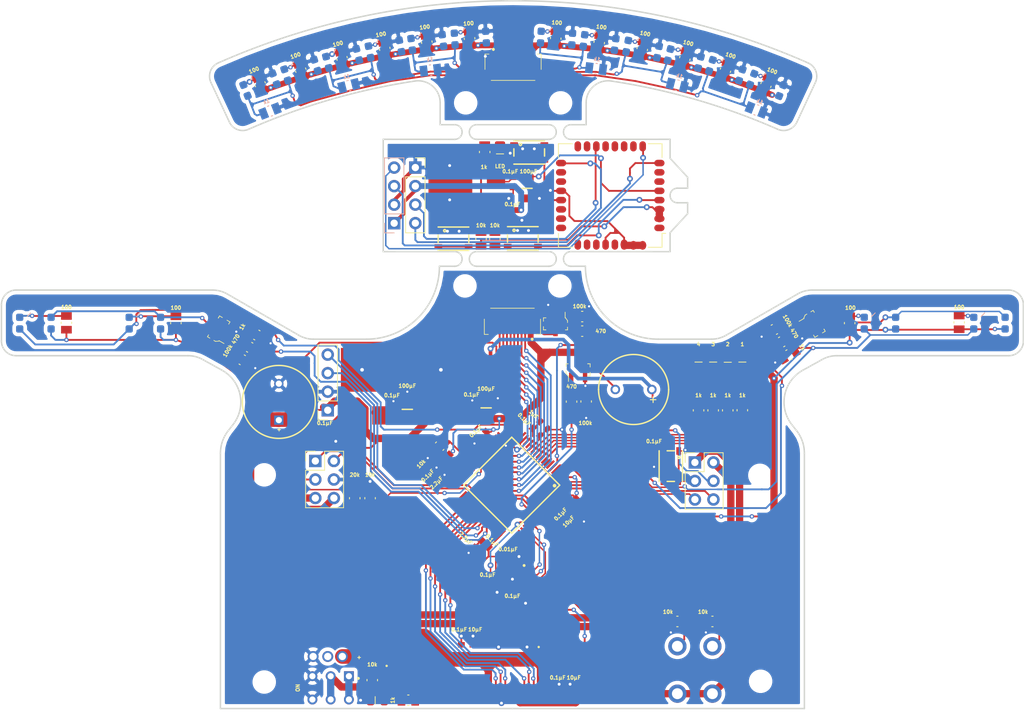
<source format=kicad_pcb>
(kicad_pcb (version 20171130) (host pcbnew "(5.1.8)-1")
  (layers (0 F.Cu signal) (31 B.Cu signal) (34 B.Paste user) (35 F.Paste user) (36 B.SilkS user) (37 F.SilkS user) (38 B.Mask user hide) (39 F.Mask user hide) (44 Edge.Cuts user))
  (net 0 "")
  (net 1 GND)
  (net 2 "Net-(IC2-Pad1)")
  (net 3 "Net-(D1-Pad2)")
  (net 4 Battery_AD)
  (net 5 +5V)
  (net 6 pwm_R)
  (net 7 in2_R)
  (net 8 in1_R)
  (net 9 +3V3)
  (net 10 in1_L)
  (net 11 in2_L)
  (net 12 pwm_L)
  (net 13 "Net-(J1-Pad2)")
  (net 14 +12V)
  (net 15 M1_L)
  (net 16 M2_L)
  (net 17 M2_R)
  (net 18 M1_R)
  (net 19 outB_R)
  (net 20 outA_R)
  (net 21 outA_L)
  (net 22 outB_L)
  (net 23 "Net-(IC5-Pad21)")
  (net 24 "Net-(IC5-Pad19)")
  (net 25 "Net-(IC5-Pad17)")
  (net 26 "Net-(IC5-Pad16)")
  (net 27 "Net-(IC5-Pad15)")
  (net 28 "Net-(IC5-Pad14)")
  (net 29 "Net-(IC5-Pad12)")
  (net 30 "Net-(IC5-Pad7)")
  (net 31 "Net-(IC5-Pad6)")
  (net 32 "Net-(IC5-Pad5)")
  (net 33 "Net-(IC5-Pad4)")
  (net 34 "Net-(IC5-Pad3)")
  (net 35 "Net-(IC5-Pad2)")
  (net 36 "Net-(IC5-Pad1)")
  (net 37 "Net-(IC6-Pad54)")
  (net 38 "Net-(IC6-Pad49)")
  (net 39 "Net-(IC6-Pad30)")
  (net 40 "Net-(IC6-Pad29)")
  (net 41 "Net-(IC6-Pad28)")
  (net 42 "Net-(IC6-Pad14)")
  (net 43 "Net-(IC6-Pad6)")
  (net 44 "Net-(IC6-Pad5)")
  (net 45 gyro_miso)
  (net 46 mpu_cs)
  (net 47 gyro_clk)
  (net 48 gyro_mosi)
  (net 49 "Net-(S1-Pad1)")
  (net 50 "Net-(IC2-Pad2)")
  (net 51 "Net-(C14-Pad1)")
  (net 52 Boot)
  (net 53 "Net-(IC7-Pad1)")
  (net 54 "Net-(IC8-Pad1)")
  (net 55 "Net-(IC9-Pad1)")
  (net 56 "Net-(IC10-Pad1)")
  (net 57 "Net-(J4-PadMP2)")
  (net 58 "Net-(J4-PadMP1)")
  (net 59 "Net-(J4-Pad11)")
  (net 60 "Net-(J5-PadMP2)")
  (net 61 "Net-(J5-PadMP1)")
  (net 62 "Net-(C5-Pad1)")
  (net 63 USART1_RX)
  (net 64 USART1_TX)
  (net 65 LED1)
  (net 66 LED2)
  (net 67 LED3)
  (net 68 LED4)
  (net 69 "Net-(Q1-Pad1)")
  (net 70 "Net-(LS1-Pad2)")
  (net 71 BUZZER)
  (net 72 R2_Sens)
  (net 73 R1_Sens)
  (net 74 L2_Sens)
  (net 75 L1_Sens)
  (net 76 "Net-(U1-Pad1)")
  (net 77 "Net-(U1-Pad27)")
  (net 78 "Net-(U1-Pad13)")
  (net 79 "Net-(U1-Pad26)")
  (net 80 "Net-(U1-Pad12)")
  (net 81 "Net-(U1-Pad25)")
  (net 82 "Net-(U1-Pad11)")
  (net 83 "Net-(U1-Pad24)")
  (net 84 "Net-(U1-Pad10)")
  (net 85 "Net-(U1-Pad23)")
  (net 86 "Net-(U1-Pad22)")
  (net 87 "Net-(U1-Pad7)")
  (net 88 "Net-(U1-Pad6)")
  (net 89 "Net-(U1-Pad19)")
  (net 90 "Net-(U1-Pad18)")
  (net 91 "Net-(U1-Pad29)")
  (net 92 G_Sens)
  (net 93 C_Sens)
  (net 94 "Net-(IC11-Pad1)")
  (net 95 "Net-(IC12-Pad1)")
  (net 96 "Net-(IC13-Pad1)")
  (net 97 "Net-(IC14-Pad1)")
  (net 98 R3_Sens)
  (net 99 "Net-(IC15-Pad1)")
  (net 100 "Net-(IC16-Pad1)")
  (net 101 "Net-(IC17-Pad1)")
  (net 102 "Net-(IC18-Pad1)")
  (net 103 "Net-(IC19-Pad1)")
  (net 104 "Net-(IC20-Pad1)")
  (net 105 L3_Sens)
  (net 106 "Net-(IC21-Pad1)")
  (net 107 "Net-(IC22-Pad1)")
  (net 108 "Net-(D2-Pad1)")
  (net 109 "Net-(D3-Pad1)")
  (net 110 "Net-(D4-Pad1)")
  (net 111 "Net-(D5-Pad1)")
  (net 112 "Net-(IC10-Pad2)")
  (net 113 R1_S)
  (net 114 R2_S)
  (net 115 R3_S)
  (net 116 L1_S)
  (net 117 L2_S)
  (net 118 L3_S)
  (net 119 "Net-(Q2-Pad1)")
  (net 120 "Net-(Q3-Pad1)")
  (net 121 "Net-(Q4-Pad1)")
  (net 122 Goal_S)
  (net 123 Line_S)
  (net 124 Corner_S)
  (net 125 R4_Sens)
  (net 126 L4_Sens)
  (net 127 GND1)
  (net 128 "Net-(J5-Pad7)")
  (net 129 "Net-(C16-Pad1)")
  (net 130 "Net-(C20-Pad1)")
  (net 131 +3.3V1)
  (net 132 USART_RX)
  (net 133 USART_TX)
  (net 134 SW2)
  (net 135 GND2)
  (net 136 +5V1)
  (net 137 +3.3V_1)
  (net 138 "Net-(D6-Pad2)")
  (net 139 SDA)
  (net 140 SCL)
  (net 141 "Net-(S4-Pad2)")
  (net 142 Boot1)
  (net 143 "Net-(IC6-Pad34)")
  (net 144 "Net-(IC6-Pad33)")
  (net 145 "Net-(IC6-Pad46)")
  (net 146 "Net-(IC6-Pad45)")
  (net 147 Switch1)
  (net 148 "Net-(IC6-Pad2)")
  (net 149 "Net-(U1-Pad16)")
  (net 150 "Net-(U1-Pad15)")
  (net 151 "Net-(IC6-Pad37)")
  (net 152 "Net-(IC7-Pad2)")
  (net 153 "Net-(J5-Pad6)")
  (module RG2012N-103-B-T5:RESC2012X50N (layer F.Cu) (at 111.6 59.66 90)
    (fp_text reference R45 hide)
    (fp_text value 10k (at 1.86 0 180) (layer F.SilkS) (effects (font (size 0.5 0.5) (thickness 0.125))))
    (pad 2 smd rect (at 0.94 0 90) (size 1.04 1.47) (layers F.Cu F.Paste F.Mask) (net 137 +3.3V_1))
    (pad 1 smd rect (at -0.94 0 90) (size 1.04 1.47) (layers F.Cu F.Paste F.Mask) (net 142 Boot1))
  )
  (module RG2012N-103-B-T5:RESC2012X50N (layer F.Cu) (at 113.5 59.66 90)
    (fp_text reference R44 hide)
    (fp_text value 10k (at 1.86 0 180) (layer F.SilkS) (effects (font (size 0.5 0.5) (thickness 0.125))))
    (pad 2 smd rect (at 0.94 0 90) (size 1.04 1.47) (layers F.Cu F.Paste F.Mask) (net 137 +3.3V_1))
    (pad 1 smd rect (at -0.94 0 90) (size 1.04 1.47) (layers F.Cu F.Paste F.Mask) (net 134 SW2))
  )
  (module TPR-105F:TPR-105F (layer B.Cu) (at 98.39 33.62 280.7)
    (fp_text reference IC19 hide)
    (fp_text value TPR-105F hide)
    (pad 4 smd roundrect (at 0.8 2.1 280.7) (size 1 1) (layers B.Cu B.Paste B.Mask) (net 117 L2_S))
    (pad 1 smd roundrect (at -0.8 2.1 280.7) (size 1 1) (layers B.Cu B.Paste B.Mask) (net 103 "Net-(IC19-Pad1)"))
    (pad 3 smd roundrect (at 0.8 -2.2 280.7) (size 1 1) (layers B.Cu B.Paste B.Mask) (net 131 +3.3V1))
    (pad 2 smd roundrect (at -0.8 -2.2 280.7) (size 1 1) (layers B.Cu B.Paste B.Mask) (net 127 GND1))
  )
  (module TPR-105F:TPR-105F (layer B.Cu) (at 150.69 38.52 248.6)
    (fp_text reference IC16 hide)
    (fp_text value TPR-105F hide)
    (pad 4 smd roundrect (at 0.8 2.1 248.6) (size 1 1) (layers B.Cu B.Paste B.Mask) (net 115 R3_S))
    (pad 1 smd roundrect (at -0.8 2.1 248.6) (size 1 1) (layers B.Cu B.Paste B.Mask) (net 100 "Net-(IC16-Pad1)"))
    (pad 3 smd roundrect (at 0.8 -2.2 248.6) (size 1 1) (layers B.Cu B.Paste B.Mask) (net 131 +3.3V1))
    (pad 2 smd roundrect (at -0.8 -2.2 248.6) (size 1 1) (layers B.Cu B.Paste B.Mask) (net 127 GND1))
  )
  (module TPR-105F:TPR-105F (layer B.Cu) (at 104.19 32.72 277.1)
    (fp_text reference IC18 hide)
    (fp_text value TPR-105F hide)
    (pad 4 smd roundrect (at 0.8 2.1 277.1) (size 1 1) (layers B.Cu B.Paste B.Mask) (net 116 L1_S))
    (pad 1 smd roundrect (at -0.8 2.1 277.1) (size 1 1) (layers B.Cu B.Paste B.Mask) (net 102 "Net-(IC18-Pad1)"))
    (pad 3 smd roundrect (at 0.8 -2.2 277.1) (size 1 1) (layers B.Cu B.Paste B.Mask) (net 131 +3.3V1))
    (pad 2 smd roundrect (at -0.8 -2.2 277.1) (size 1 1) (layers B.Cu B.Paste B.Mask) (net 127 GND1))
  )
  (module 503480-1200:5034801200 (layer F.Cu) (at 115.99 36.12)
    (fp_text reference J5 hide)
    (fp_text value 503480-1200 hide)
    (pad MP2 smd rect (at 3.54 1.15) (size 0.3 1) (layers F.Cu F.Paste F.Mask) (net 60 "Net-(J5-PadMP2)"))
    (pad MP1 smd rect (at -3.54 1.15) (size 0.3 1) (layers F.Cu F.Paste F.Mask) (net 61 "Net-(J5-PadMP1)"))
    (pad 12 smd rect (at 2.75 -1.5) (size 0.3 0.7) (layers F.Cu F.Paste F.Mask) (net 131 +3.3V1))
    (pad 11 smd rect (at 2.25 -1.5) (size 0.3 0.7) (layers F.Cu F.Paste F.Mask) (net 131 +3.3V1))
    (pad 10 smd rect (at 1.75 -1.5) (size 0.3 0.7) (layers F.Cu F.Paste F.Mask) (net 113 R1_S))
    (pad 9 smd rect (at 1.25 -1.5) (size 0.3 0.7) (layers F.Cu F.Paste F.Mask) (net 114 R2_S))
    (pad 8 smd rect (at 0.75 -1.5) (size 0.3 0.7) (layers F.Cu F.Paste F.Mask) (net 115 R3_S))
    (pad 7 smd rect (at 0.25 -1.5) (size 0.3 0.7) (layers F.Cu F.Paste F.Mask) (net 128 "Net-(J5-Pad7)"))
    (pad 6 smd rect (at -0.25 -1.5) (size 0.3 0.7) (layers F.Cu F.Paste F.Mask) (net 153 "Net-(J5-Pad6)"))
    (pad 5 smd rect (at -0.75 -1.5) (size 0.3 0.7) (layers F.Cu F.Paste F.Mask) (net 118 L3_S))
    (pad 4 smd rect (at -1.25 -1.5) (size 0.3 0.7) (layers F.Cu F.Paste F.Mask) (net 117 L2_S))
    (pad 3 smd rect (at -1.75 -1.5) (size 0.3 0.7) (layers F.Cu F.Paste F.Mask) (net 116 L1_S))
    (pad 2 smd rect (at -2.25 -1.5) (size 0.3 0.7) (layers F.Cu F.Paste F.Mask) (net 127 GND1))
    (pad 1 smd rect (at -2.75 -1.5) (size 0.3 0.7) (layers F.Cu F.Paste F.Mask) (net 127 GND1))
  )
  (module TPR-105F:TPR-105F (layer B.Cu) (at 121.89 32.12 266.4)
    (fp_text reference IC11 hide)
    (fp_text value TPR-105F hide)
    (pad 4 smd roundrect (at 0.8 2.1 266.4) (size 1 1) (layers B.Cu B.Paste B.Mask) (net 113 R1_S))
    (pad 1 smd roundrect (at -0.8 2.1 266.4) (size 1 1) (layers B.Cu B.Paste B.Mask) (net 94 "Net-(IC11-Pad1)"))
    (pad 3 smd roundrect (at 0.8 -2.2 266.4) (size 1 1) (layers B.Cu B.Paste B.Mask) (net 131 +3.3V1))
    (pad 2 smd roundrect (at -0.8 -2.2 266.4) (size 1 1) (layers B.Cu B.Paste B.Mask) (net 127 GND1))
  )
  (module TPR-105F:TPR-105F (layer B.Cu) (at 81.29 38.52 291.4)
    (fp_text reference IC22 hide)
    (fp_text value TPR-105F hide)
    (pad 4 smd roundrect (at 0.8 2.1 291.4) (size 1 1) (layers B.Cu B.Paste B.Mask) (net 118 L3_S))
    (pad 1 smd roundrect (at -0.8 2.1 291.4) (size 1 1) (layers B.Cu B.Paste B.Mask) (net 107 "Net-(IC22-Pad1)"))
    (pad 3 smd roundrect (at 0.8 -2.2 291.4) (size 1 1) (layers B.Cu B.Paste B.Mask) (net 131 +3.3V1))
    (pad 2 smd roundrect (at -0.8 -2.2 291.4) (size 1 1) (layers B.Cu B.Paste B.Mask) (net 127 GND1))
  )
  (module TPR-105F:TPR-105F (layer B.Cu) (at 110.09 32.12 273.6)
    (fp_text reference IC17 hide)
    (fp_text value TPR-105F hide)
    (pad 4 smd roundrect (at 0.8 2.1 273.6) (size 1 1) (layers B.Cu B.Paste B.Mask) (net 116 L1_S))
    (pad 1 smd roundrect (at -0.8 2.1 273.6) (size 1 1) (layers B.Cu B.Paste B.Mask) (net 101 "Net-(IC17-Pad1)"))
    (pad 3 smd roundrect (at 0.8 -2.2 273.6) (size 1 1) (layers B.Cu B.Paste B.Mask) (net 131 +3.3V1))
    (pad 2 smd roundrect (at -0.8 -2.2 273.6) (size 1 1) (layers B.Cu B.Paste B.Mask) (net 127 GND1))
  )
  (module TPR-105F:TPR-105F (layer B.Cu) (at 145.09 36.52 252.1)
    (fp_text reference IC15 hide)
    (fp_text value TPR-105F hide)
    (pad 4 smd roundrect (at 0.8 2.1 252.1) (size 1 1) (layers B.Cu B.Paste B.Mask) (net 115 R3_S))
    (pad 1 smd roundrect (at -0.8 2.1 252.1) (size 1 1) (layers B.Cu B.Paste B.Mask) (net 99 "Net-(IC15-Pad1)"))
    (pad 3 smd roundrect (at 0.8 -2.2 252.1) (size 1 1) (layers B.Cu B.Paste B.Mask) (net 131 +3.3V1))
    (pad 2 smd roundrect (at -0.8 -2.2 252.1) (size 1 1) (layers B.Cu B.Paste B.Mask) (net 127 GND1))
  )
  (module TPR-105F:TPR-105F (layer B.Cu) (at 86.89 36.52 287.9)
    (fp_text reference IC21 hide)
    (fp_text value TPR-105F hide)
    (pad 4 smd roundrect (at 0.8 2.1 287.9) (size 1 1) (layers B.Cu B.Paste B.Mask) (net 118 L3_S))
    (pad 1 smd roundrect (at -0.8 2.1 287.9) (size 1 1) (layers B.Cu B.Paste B.Mask) (net 106 "Net-(IC21-Pad1)"))
    (pad 3 smd roundrect (at 0.8 -2.2 287.9) (size 1 1) (layers B.Cu B.Paste B.Mask) (net 131 +3.3V1))
    (pad 2 smd roundrect (at -0.8 -2.2 287.9) (size 1 1) (layers B.Cu B.Paste B.Mask) (net 127 GND1))
  )
  (module TPR-105F:TPR-105F (layer B.Cu) (at 133.69 33.62 259.3)
    (fp_text reference IC13 hide)
    (fp_text value TPR-105F hide)
    (pad 4 smd roundrect (at 0.8 2.1 259.3) (size 1 1) (layers B.Cu B.Paste B.Mask) (net 114 R2_S))
    (pad 1 smd roundrect (at -0.8 2.1 259.3) (size 1 1) (layers B.Cu B.Paste B.Mask) (net 96 "Net-(IC13-Pad1)"))
    (pad 3 smd roundrect (at 0.8 -2.2 259.3) (size 1 1) (layers B.Cu B.Paste B.Mask) (net 131 +3.3V1))
    (pad 2 smd roundrect (at -0.8 -2.2 259.3) (size 1 1) (layers B.Cu B.Paste B.Mask) (net 127 GND1))
  )
  (module MountingHole:MountingHole_2.2mm_M2 (layer F.Cu) (at 109.499782 41.001626)
    (fp_text reference M2 hide)
    (fp_text value MountingHole_2.2mm_M2 hide)
    (pad 1 np_thru_hole circle (at 0 0) (size 2.2 2.2) (drill 2.2) (layers *.Cu *.Mask))
  )
  (module TPR-105F:TPR-105F (layer B.Cu) (at 127.79 32.72 262.9)
    (fp_text reference IC12 hide)
    (fp_text value TPR-105F hide)
    (pad 4 smd roundrect (at 0.8 2.1 262.9) (size 1 1) (layers B.Cu B.Paste B.Mask) (net 113 R1_S))
    (pad 1 smd roundrect (at -0.8 2.1 262.9) (size 1 1) (layers B.Cu B.Paste B.Mask) (net 95 "Net-(IC12-Pad1)"))
    (pad 3 smd roundrect (at 0.8 -2.2 262.9) (size 1 1) (layers B.Cu B.Paste B.Mask) (net 131 +3.3V1))
    (pad 2 smd roundrect (at -0.8 -2.2 262.9) (size 1 1) (layers B.Cu B.Paste B.Mask) (net 127 GND1))
  )
  (module TPR-105F:TPR-105F (layer B.Cu) (at 92.59 34.92 284.3)
    (fp_text reference IC20 hide)
    (fp_text value TPR-105F hide)
    (pad 4 smd roundrect (at 0.8 2.1 284.3) (size 1 1) (layers B.Cu B.Paste B.Mask) (net 117 L2_S))
    (pad 1 smd roundrect (at -0.8 2.1 284.3) (size 1 1) (layers B.Cu B.Paste B.Mask) (net 104 "Net-(IC20-Pad1)"))
    (pad 3 smd roundrect (at 0.8 -2.2 284.3) (size 1 1) (layers B.Cu B.Paste B.Mask) (net 131 +3.3V1))
    (pad 2 smd roundrect (at -0.8 -2.2 284.3) (size 1 1) (layers B.Cu B.Paste B.Mask) (net 127 GND1))
  )
  (module TPR-105F:TPR-105F (layer B.Cu) (at 139.39 34.92 255.7)
    (fp_text reference IC14 hide)
    (fp_text value TPR-105F hide)
    (pad 4 smd roundrect (at 0.8 2.1 255.7) (size 1 1) (layers B.Cu B.Paste B.Mask) (net 114 R2_S))
    (pad 1 smd roundrect (at -0.8 2.1 255.7) (size 1 1) (layers B.Cu B.Paste B.Mask) (net 97 "Net-(IC14-Pad1)"))
    (pad 3 smd roundrect (at 0.8 -2.2 255.7) (size 1 1) (layers B.Cu B.Paste B.Mask) (net 131 +3.3V1))
    (pad 2 smd roundrect (at -0.8 -2.2 255.7) (size 1 1) (layers B.Cu B.Paste B.Mask) (net 127 GND1))
  )
  (module RG2012N-103-B-T5:RESC2012X50N (layer B.Cu) (at 93.479125 38.652179 14.3)
    (fp_text reference R32 hide)
    (fp_text value 1k (at 0.02418 -1.265414 14.3) (layer B.SilkS) (effects (font (size 0.5 0.5) (thickness 0.125)) (justify mirror)))
    (pad 2 smd rect (at 0.94 0 14.3) (size 1.04 1.47) (layers B.Cu B.Paste B.Mask) (net 127 GND1))
    (pad 1 smd rect (at -0.94 0 14.3) (size 1.04 1.47) (layers B.Cu B.Paste B.Mask) (net 117 L2_S))
  )
  (module LED_SMD:LED_0805_2012Metric (layer F.Cu) (at 114.2 47.7 90)
    (fp_text reference D6 hide)
    (fp_text value LED (at -2 0 180) (layer F.SilkS) (effects (font (size 0.5 0.5) (thickness 0.125))))
    (pad 2 smd roundrect (at 0.9375 0 90) (size 0.975 1.4) (layers F.Cu F.Paste F.Mask) (net 138 "Net-(D6-Pad2)"))
    (pad 1 smd roundrect (at -0.9375 0 90) (size 0.975 1.4) (layers F.Cu F.Paste F.Mask) (net 135 GND2))
  )
  (module RG2012N-103-B-T5:RESC2012X50N (layer F.Cu) (at 104.173815 32.687208 97.1)
    (fp_text reference R26 hide)
    (fp_text value 100 (at 2.086436 -0.026129 187.1) (layer F.SilkS) (effects (font (size 0.5 0.5) (thickness 0.125))))
    (pad 2 smd rect (at 0.94 0 97.1) (size 1.04 1.47) (layers F.Cu F.Paste F.Mask) (net 102 "Net-(IC18-Pad1)"))
    (pad 1 smd rect (at -0.94 0 97.1) (size 1.04 1.47) (layers F.Cu F.Paste F.Mask) (net 131 +3.3V1))
  )
  (module RG2012N-103-B-T5:RESC2012X50N (layer F.Cu) (at 98.415473 33.596344 100.7)
    (fp_text reference R27 hide)
    (fp_text value 100 (at 2.039544 -0.149395 190.7) (layer F.SilkS) (effects (font (size 0.5 0.5) (thickness 0.125))))
    (pad 2 smd rect (at 0.94 0 100.7) (size 1.04 1.47) (layers F.Cu F.Paste F.Mask) (net 103 "Net-(IC19-Pad1)"))
    (pad 1 smd rect (at -0.94 0 100.7) (size 1.04 1.47) (layers F.Cu F.Paste F.Mask) (net 131 +3.3V1))
  )
  (module MountingHole:MountingHole_2.2mm_M2 (layer F.Cu) (at 122.499781 41.001626)
    (fp_text reference M2 hide)
    (fp_text value MountingHole_2.2mm_M2 hide)
    (pad 1 np_thru_hole circle (at 0 0) (size 2.2 2.2) (drill 2.2) (layers *.Cu *.Mask))
  )
  (module RG2012N-103-B-T5:RESC2012X50N (layer B.Cu) (at 138.479125 38.587821 345.7)
    (fp_text reference R23 hide)
    (fp_text value 1k (at -0.011908 -1.305324 165.7) (layer B.SilkS) (effects (font (size 0.5 0.5) (thickness 0.125)) (justify mirror)))
    (pad 2 smd rect (at 0.94 0 345.7) (size 1.04 1.47) (layers B.Cu B.Paste B.Mask) (net 127 GND1))
    (pad 1 smd rect (at -0.94 0 345.7) (size 1.04 1.47) (layers B.Cu B.Paste B.Mask) (net 114 R2_S))
  )
  (module RG2012N-103-B-T5:RESC2012X50N (layer B.Cu) (at 82.69 42.12 21.4)
    (fp_text reference R33 hide)
    (fp_text value 1k (at 0.008812 -1.392811 21.4) (layer B.SilkS) (effects (font (size 0.5 0.5) (thickness 0.125)) (justify mirror)))
    (pad 2 smd rect (at 0.94 0 21.4) (size 1.04 1.47) (layers B.Cu B.Paste B.Mask) (net 127 GND1))
    (pad 1 smd rect (at -0.94 0 21.4) (size 1.04 1.47) (layers B.Cu B.Paste B.Mask) (net 118 L3_S))
  )
  (module RG2012N-103-B-T5:RESC2012X50N (layer B.Cu) (at 127.357208 36.32 352.9)
    (fp_text reference R22 hide)
    (fp_text value 1k (at -0.028908 -1.306445 172.9) (layer B.SilkS) (effects (font (size 0.5 0.5) (thickness 0.125)) (justify mirror)))
    (pad 2 smd rect (at 0.94 0 352.9) (size 1.04 1.47) (layers B.Cu B.Paste B.Mask) (net 127 GND1))
    (pad 1 smd rect (at -0.94 0 352.9) (size 1.04 1.47) (layers B.Cu B.Paste B.Mask) (net 113 R1_S))
  )
  (module RG2012N-103-B-T5:RESC2012X50N (layer B.Cu) (at 104.69 36.52 7.1)
    (fp_text reference R31 hide)
    (fp_text value 1k (at 0.082377 -1.470417 7.1) (layer B.SilkS) (effects (font (size 0.5 0.5) (thickness 0.125)) (justify mirror)))
    (pad 2 smd rect (at 0.94 0 7.1) (size 1.04 1.47) (layers B.Cu B.Paste B.Mask) (net 127 GND1))
    (pad 1 smd rect (at -0.94 0 7.1) (size 1.04 1.47) (layers B.Cu B.Paste B.Mask) (net 116 L1_S))
  )
  (module RG2012N-103-B-T5:RESC2012X50N (layer F.Cu) (at 86.901085 36.525501 107.9)
    (fp_text reference R29 hide)
    (fp_text value 100 (at 2.12698 -0.060261 197.9) (layer F.SilkS) (effects (font (size 0.5 0.5) (thickness 0.125))))
    (pad 2 smd rect (at 0.94 0 107.9) (size 1.04 1.47) (layers F.Cu F.Paste F.Mask) (net 106 "Net-(IC21-Pad1)"))
    (pad 1 smd rect (at -0.94 0 107.9) (size 1.04 1.47) (layers F.Cu F.Paste F.Mask) (net 131 +3.3V1))
  )
  (module RG2012N-103-B-T5:RESC2012X50N (layer B.Cu) (at 149.314808 41.977016 338.6)
    (fp_text reference R24 hide)
    (fp_text value 1k (at 0.020262 -1.250633 158.6) (layer B.SilkS) (effects (font (size 0.5 0.5) (thickness 0.125)) (justify mirror)))
    (pad 2 smd rect (at 0.94 0 338.6) (size 1.04 1.47) (layers B.Cu B.Paste B.Mask) (net 127 GND1))
    (pad 1 smd rect (at -0.94 0 338.6) (size 1.04 1.47) (layers B.Cu B.Paste B.Mask) (net 115 R3_S))
  )
  (module RG2012N-103-B-T5:RESC2012X50N (layer F.Cu) (at 92.557821 34.909125 104.3)
    (fp_text reference R28 hide)
    (fp_text value 100 (at 2.067745 -0.058916 194.3) (layer F.SilkS) (effects (font (size 0.5 0.5) (thickness 0.125))))
    (pad 2 smd rect (at 0.94 0 104.3) (size 1.04 1.47) (layers F.Cu F.Paste F.Mask) (net 104 "Net-(IC20-Pad1)"))
    (pad 1 smd rect (at -0.94 0 104.3) (size 1.04 1.47) (layers F.Cu F.Paste F.Mask) (net 131 +3.3V1))
  )
  (module RG2012N-103-B-T5:RESC2012X50N (layer F.Cu) (at 139.522179 34.909125 75.7)
    (fp_text reference R19 hide)
    (fp_text value 100 (at 2.139946 -0.062686 165.7) (layer F.SilkS) (effects (font (size 0.5 0.5) (thickness 0.125))))
    (pad 2 smd rect (at 0.94 0 75.7) (size 1.04 1.47) (layers F.Cu F.Paste F.Mask) (net 97 "Net-(IC14-Pad1)"))
    (pad 1 smd rect (at -0.94 0 75.7) (size 1.04 1.47) (layers F.Cu F.Paste F.Mask) (net 131 +3.3V1))
  )
  (module RG2012N-103-B-T5:RESC2012X50N (layer F.Cu) (at 127.79 32.72 82.9)
    (fp_text reference R17 hide)
    (fp_text value 100 (at 2.120978 0.038136 172.9) (layer F.SilkS) (effects (font (size 0.5 0.5) (thickness 0.125))))
    (pad 2 smd rect (at 0.94 0 82.9) (size 1.04 1.47) (layers F.Cu F.Paste F.Mask) (net 95 "Net-(IC12-Pad1)"))
    (pad 1 smd rect (at -0.94 0 82.9) (size 1.04 1.47) (layers F.Cu F.Paste F.Mask) (net 131 +3.3V1))
  )
  (module RG2012N-103-B-T5:RESC2012X50N (layer F.Cu) (at 145.09 36.52 72.1)
    (fp_text reference R20 hide)
    (fp_text value 100 (at 2.118338 0.051403 162.1) (layer F.SilkS) (effects (font (size 0.5 0.5) (thickness 0.125))))
    (pad 2 smd rect (at 0.94 0 72.1) (size 1.04 1.47) (layers F.Cu F.Paste F.Mask) (net 99 "Net-(IC15-Pad1)"))
    (pad 1 smd rect (at -0.94 0 72.1) (size 1.04 1.47) (layers F.Cu F.Paste F.Mask) (net 131 +3.3V1))
  )
  (module RG2012N-103-B-T5:RESC2012X50N (layer F.Cu) (at 133.69 33.62 79.3)
    (fp_text reference R18 hide)
    (fp_text value 100 (at 2.137754 0.003145 169.3) (layer F.SilkS) (effects (font (size 0.5 0.5) (thickness 0.125))))
    (pad 2 smd rect (at 0.94 0 79.3) (size 1.04 1.47) (layers F.Cu F.Paste F.Mask) (net 96 "Net-(IC13-Pad1)"))
    (pad 1 smd rect (at -0.94 0 79.3) (size 1.04 1.47) (layers F.Cu F.Paste F.Mask) (net 131 +3.3V1))
  )
  (module RG2012N-103-B-T5:RESC2012X50N (layer F.Cu) (at 81.347016 38.444808 111.4)
    (fp_text reference R30 hide)
    (fp_text value 100 (at 2.104809 -0.095612 201.4) (layer F.SilkS) (effects (font (size 0.5 0.5) (thickness 0.125))))
    (pad 2 smd rect (at 0.94 0 111.4) (size 1.04 1.47) (layers F.Cu F.Paste F.Mask) (net 107 "Net-(IC22-Pad1)"))
    (pad 1 smd rect (at -0.94 0 111.4) (size 1.04 1.47) (layers F.Cu F.Paste F.Mask) (net 131 +3.3V1))
  )
  (module RG2012N-103-B-T5:RESC2012X50N (layer F.Cu) (at 150.632984 38.544808 68.6)
    (fp_text reference R21 hide)
    (fp_text value 100 (at 2.104809 0.095612 158.6) (layer F.SilkS) (effects (font (size 0.5 0.5) (thickness 0.125))))
    (pad 2 smd rect (at 0.94 0 68.6) (size 1.04 1.47) (layers F.Cu F.Paste F.Mask) (net 100 "Net-(IC16-Pad1)"))
    (pad 1 smd rect (at -0.94 0 68.6) (size 1.04 1.47) (layers F.Cu F.Paste F.Mask) (net 131 +3.3V1))
  )
  (module RG2012N-103-B-T5:RESC2012X50N (layer F.Cu) (at 110.030977 32.181855 93.6)
    (fp_text reference R25 hide)
    (fp_text value 100 (at 2.066638 -0.011234 183.6) (layer F.SilkS) (effects (font (size 0.5 0.5) (thickness 0.125))))
    (pad 2 smd rect (at 0.94 0 93.6) (size 1.04 1.47) (layers F.Cu F.Paste F.Mask) (net 101 "Net-(IC17-Pad1)"))
    (pad 1 smd rect (at -0.94 0 93.6) (size 1.04 1.47) (layers F.Cu F.Paste F.Mask) (net 131 +3.3V1))
  )
  (module RG2012N-103-B-T5:RESC2012X50N (layer F.Cu) (at 121.830977 32.158145 86.4)
    (fp_text reference R16 hide)
    (fp_text value 100 (at 2.143911 0.024454 176.4) (layer F.SilkS) (effects (font (size 0.5 0.5) (thickness 0.125))))
    (pad 2 smd rect (at 0.94 0 86.4) (size 1.04 1.47) (layers F.Cu F.Paste F.Mask) (net 94 "Net-(IC11-Pad1)"))
    (pad 1 smd rect (at -0.94 0 86.4) (size 1.04 1.47) (layers F.Cu F.Paste F.Mask) (net 131 +3.3V1))
  )
  (module RG2012N-103-B-T5:RESC2012X50N (layer F.Cu) (at 112.1 47.74 90)
    (fp_text reference R46 hide)
    (fp_text value 1k (at -2.06 -0.1 180) (layer F.SilkS) (effects (font (size 0.5 0.5) (thickness 0.125))))
    (pad 2 smd rect (at 0.94 0 90) (size 1.04 1.47) (layers F.Cu F.Paste F.Mask) (net 138 "Net-(D6-Pad2)"))
    (pad 1 smd rect (at -0.94 0 90) (size 1.04 1.47) (layers F.Cu F.Paste F.Mask) (net 137 +3.3V_1))
  )
  (module SKRPACE010:SMT_4.2X3.2_ (layer F.Cu) (at 107.825 59.625)
    (fp_text reference S2 hide)
    (fp_text value SW2 hide)
    (pad 2 smd rect (at 2.075 1.075 90) (size 0.65 1.05) (layers F.Cu F.Paste F.Mask) (net 142 Boot1))
    (pad 2 smd rect (at -2.075 1.075 90) (size 0.65 1.05) (layers F.Cu F.Paste F.Mask) (net 142 Boot1))
    (pad 1 smd rect (at 2.075 -1.075 90) (size 0.65 1.05) (layers F.Cu F.Paste F.Mask) (net 135 GND2))
    (pad 1 smd rect (at -2.075 -1.075 90) (size 0.65 1.05) (layers F.Cu F.Paste F.Mask) (net 135 GND2))
  )
  (module SKRPACE010:SMT_4.2X3.2_ (layer F.Cu) (at 118.2 47.8)
    (fp_text reference S4 hide)
    (fp_text value RST_SW hide)
    (pad 2 smd rect (at 2.075 1.075 90) (size 0.65 1.05) (layers F.Cu F.Paste F.Mask) (net 141 "Net-(S4-Pad2)"))
    (pad 2 smd rect (at -2.075 1.075 90) (size 0.65 1.05) (layers F.Cu F.Paste F.Mask) (net 141 "Net-(S4-Pad2)"))
    (pad 1 smd rect (at 2.075 -1.075 90) (size 0.65 1.05) (layers F.Cu F.Paste F.Mask) (net 135 GND2))
    (pad 1 smd rect (at -2.075 -1.075 90) (size 0.65 1.05) (layers F.Cu F.Paste F.Mask) (net 135 GND2))
  )
  (module NJM2391DL1-33-TE1:TO-252-3-L1 (layer F.Cu) (at 105.6 54.1 90)
    (fp_text reference IC23 hide)
    (fp_text value NJM2391DL1 hide)
    (pad 3 smd rect (at 0 1.8 180) (size 6 6) (layers F.Cu F.Paste F.Mask) (net 135 GND2))
    (pad 2 smd rect (at 2.3 8.05 90) (size 2 2.5) (layers F.Cu F.Paste F.Mask) (net 137 +3.3V_1))
    (pad 1 smd rect (at -2.3 8.05 90) (size 2 2.5) (layers F.Cu F.Paste F.Mask) (net 136 +5V1))
  )
  (module GRM31CR61A107MEA8K:CAPC3216X180N (layer F.Cu) (at 117.9 52.72 270)
    (fp_text reference C24 hide)
    (fp_text value 100μF (at -2.32 -0.2 180) (layer F.SilkS) (effects (font (size 0.5 0.5) (thickness 0.125))))
    (pad 2 smd rect (at 1.38 0 270) (size 1.07 1.82) (layers F.Cu F.Paste F.Mask) (net 135 GND2))
    (pad 1 smd rect (at -1.38 0 270) (size 1.07 1.82) (layers F.Cu F.Paste F.Mask) (net 137 +3.3V_1))
  )
  (module SKRPACE010:SMT_4.2X3.2_ (layer F.Cu) (at 117.325 59.575)
    (fp_text reference S3 hide)
    (fp_text value SW1 hide)
    (pad 2 smd rect (at 2.075 1.075 90) (size 0.65 1.05) (layers F.Cu F.Paste F.Mask) (net 134 SW2))
    (pad 2 smd rect (at -2.075 1.075 90) (size 0.65 1.05) (layers F.Cu F.Paste F.Mask) (net 134 SW2))
    (pad 1 smd rect (at 2.075 -1.075 90) (size 0.65 1.05) (layers F.Cu F.Paste F.Mask) (net 135 GND2))
    (pad 1 smd rect (at -2.075 -1.075 90) (size 0.65 1.05) (layers F.Cu F.Paste F.Mask) (net 135 GND2))
  )
  (module GRM188R6YA106MA73D:CAPC1608X90N (layer F.Cu) (at 115.9 56.4 270)
    (fp_text reference C22 hide)
    (fp_text value 0.1μF (at -1.5 0 180) (layer F.SilkS) (effects (font (size 0.5 0.5) (thickness 0.125))))
    (pad 2 smd rect (at 0.7 0 270) (size 0.75 0.94) (layers F.Cu F.Paste F.Mask) (net 135 GND2))
    (pad 1 smd rect (at -0.7 0 270) (size 0.75 0.94) (layers F.Cu F.Paste F.Mask) (net 136 +5V1))
  )
  (module RF_Module:MonoWireless_TWE-L-WX (layer F.Cu) (at 129.3 53.7 180)
    (fp_text reference U1 hide)
    (fp_text value TWE-L-WX hide)
    (pad "" np_thru_hole oval (at -3.7 -3.9 135) (size 4.3 3.1) (drill oval 4.3 3.1) (layers *.Cu *.Mask))
    (pad 32 smd oval (at -4.445 -6.835 180) (size 0.9 1.2) (layers F.Cu F.Paste F.Mask) (net 135 GND2))
    (pad 31 smd oval (at -3.175 -6.835 180) (size 0.9 1.2) (layers F.Cu F.Paste F.Mask) (net 135 GND2))
    (pad 30 smd oval (at -1.905 -6.735 180) (size 0.9 1.4) (layers F.Cu F.Paste F.Mask) (net 135 GND2))
    (pad 29 smd oval (at -0.635 -6.735 180) (size 0.9 1.4) (layers F.Cu F.Paste F.Mask) (net 91 "Net-(U1-Pad29)"))
    (pad 28 smd oval (at 0.635 -6.735 180) (size 0.9 1.4) (layers F.Cu F.Paste F.Mask) (net 135 GND2))
    (pad 27 smd oval (at 1.905 -6.735 180) (size 0.9 1.4) (layers F.Cu F.Paste F.Mask) (net 77 "Net-(U1-Pad27)"))
    (pad 26 smd oval (at 3.175 -6.735 180) (size 0.9 1.4) (layers F.Cu F.Paste F.Mask) (net 79 "Net-(U1-Pad26)"))
    (pad 25 smd oval (at 4.445 -6.735 180) (size 0.9 1.4) (layers F.Cu F.Paste F.Mask) (net 81 "Net-(U1-Pad25)"))
    (pad 24 smd oval (at 6.735 -4.445 270) (size 0.9 1.4) (layers F.Cu F.Paste F.Mask) (net 83 "Net-(U1-Pad24)"))
    (pad 23 smd oval (at 6.735 -3.175 270) (size 0.9 1.4) (layers F.Cu F.Paste F.Mask) (net 85 "Net-(U1-Pad23)"))
    (pad 22 smd oval (at 6.735 -1.905 270) (size 0.9 1.4) (layers F.Cu F.Paste F.Mask) (net 86 "Net-(U1-Pad22)"))
    (pad 21 smd oval (at 6.735 -0.635 270) (size 0.9 1.4) (layers F.Cu F.Paste F.Mask) (net 141 "Net-(S4-Pad2)"))
    (pad 20 smd oval (at 6.735 0.635 270) (size 0.9 1.4) (layers F.Cu F.Paste F.Mask) (net 135 GND2))
    (pad 19 smd oval (at 6.735 1.905 270) (size 0.9 1.4) (layers F.Cu F.Paste F.Mask) (net 89 "Net-(U1-Pad19)"))
    (pad 18 smd oval (at 6.735 3.175 270) (size 0.9 1.4) (layers F.Cu F.Paste F.Mask) (net 90 "Net-(U1-Pad18)"))
    (pad 17 smd oval (at 6.735 4.445 270) (size 0.9 1.4) (layers F.Cu F.Paste F.Mask) (net 139 SDA))
    (pad 16 smd oval (at 4.445 6.735 180) (size 0.9 1.4) (layers F.Cu F.Paste F.Mask) (net 149 "Net-(U1-Pad16)"))
    (pad 15 smd oval (at 3.175 6.735 180) (size 0.9 1.4) (layers F.Cu F.Paste F.Mask) (net 150 "Net-(U1-Pad15)"))
    (pad 14 smd oval (at 1.905 6.735 180) (size 0.9 1.4) (layers F.Cu F.Paste F.Mask) (net 140 SCL))
    (pad 13 smd oval (at 0.635 6.735 180) (size 0.9 1.4) (layers F.Cu F.Paste F.Mask) (net 78 "Net-(U1-Pad13)"))
    (pad 12 smd oval (at -0.635 6.735 180) (size 0.9 1.4) (layers F.Cu F.Paste F.Mask) (net 80 "Net-(U1-Pad12)"))
    (pad 11 smd oval (at -1.905 6.735 180) (size 0.9 1.4) (layers F.Cu F.Paste F.Mask) (net 82 "Net-(U1-Pad11)"))
    (pad 10 smd oval (at -3.175 6.735 180) (size 0.9 1.4) (layers F.Cu F.Paste F.Mask) (net 84 "Net-(U1-Pad10)"))
    (pad 9 smd oval (at -4.445 6.735 180) (size 0.9 1.4) (layers F.Cu F.Paste F.Mask) (net 132 USART_RX))
    (pad 8 smd oval (at -6.735 4.445 270) (size 0.9 1.4) (layers F.Cu F.Paste F.Mask) (net 133 USART_TX))
    (pad 7 smd oval (at -6.735 3.175 270) (size 0.9 1.4) (layers F.Cu F.Paste F.Mask) (net 87 "Net-(U1-Pad7)"))
    (pad 6 smd oval (at -6.735 1.905 270) (size 0.9 1.4) (layers F.Cu F.Paste F.Mask) (net 88 "Net-(U1-Pad6)"))
    (pad 5 smd oval (at -6.735 0.635 270) (size 0.9 1.4) (layers F.Cu F.Paste F.Mask) (net 137 +3.3V_1))
    (pad 4 smd oval (at -6.735 -0.635 270) (size 0.9 1.4) (layers F.Cu F.Paste F.Mask) (net 134 SW2))
    (pad 3 smd oval (at -6.735 -1.905 270) (size 0.9 1.4) (layers F.Cu F.Paste F.Mask) (net 142 Boot1))
    (pad 2 smd oval (at -6.735 -3.175 270) (size 0.9 1.4) (layers F.Cu F.Paste F.Mask) (net 142 Boot1))
    (pad 1 smd oval (at -6.735 -4.445 270) (size 0.9 1.4) (layers F.Cu F.Paste F.Mask) (net 76 "Net-(U1-Pad1)"))
  )
  (module GRM188R6YA106MA73D:CAPC1608X90N (layer F.Cu) (at 116 51.9 270)
    (fp_text reference C23 hide)
    (fp_text value 0.1μF (at -1.5 0.4 180) (layer F.SilkS) (effects (font (size 0.5 0.5) (thickness 0.125))))
    (pad 2 smd rect (at 0.7 0 270) (size 0.75 0.94) (layers F.Cu F.Paste F.Mask) (net 135 GND2))
    (pad 1 smd rect (at -0.7 0 270) (size 0.75 0.94) (layers F.Cu F.Paste F.Mask) (net 137 +3.3V_1))
  )
  (module Connector_PinHeader_2.54mm:PinHeader_1x04_P2.54mm_Vertical (layer B.Cu) (at 99.7 57.5)
    (fp_text reference J7 hide)
    (fp_text value USART hide)
    (pad 4 thru_hole oval (at 0 -7.62) (size 1.7 1.7) (drill 1) (layers *.Cu *.Mask) (net 132 USART_RX))
    (pad 3 thru_hole oval (at 0 -5.08) (size 1.7 1.7) (drill 1) (layers *.Cu *.Mask) (net 133 USART_TX))
    (pad 2 thru_hole oval (at 0 -2.54) (size 1.7 1.7) (drill 1) (layers *.Cu *.Mask) (net 135 GND2))
    (pad 1 thru_hole rect (at 0 0) (size 1.7 1.7) (drill 1) (layers *.Cu *.Mask) (net 136 +5V1))
  )
  (module Connector_PinSocket_2.54mm:PinSocket_1x04_P2.54mm_Vertical (layer F.Cu) (at 102.6 49.87)
    (fp_text reference J8 hide)
    (fp_text value I2C hide)
    (pad 4 thru_hole oval (at 0 7.62) (size 1.7 1.7) (drill 1) (layers *.Cu *.Mask) (net 139 SDA))
    (pad 3 thru_hole oval (at 0 5.08) (size 1.7 1.7) (drill 1) (layers *.Cu *.Mask) (net 140 SCL))
    (pad 2 thru_hole oval (at 0 2.54) (size 1.7 1.7) (drill 1) (layers *.Cu *.Mask) (net 136 +5V1))
    (pad 1 thru_hole rect (at 0 0) (size 1.7 1.7) (drill 1) (layers *.Cu *.Mask) (net 135 GND2))
  )
  (module LED_SMD:LED_0805_2012Metric (layer F.Cu) (at 97.4 122.9)
    (fp_text reference D1)
    (fp_text value LED)
    (pad 2 smd roundrect (at 0.9375 0) (size 0.975 1.4) (layers F.Cu F.Paste F.Mask) (net 3 "Net-(D1-Pad2)"))
    (pad 1 smd roundrect (at -0.9375 0) (size 0.975 1.4) (layers F.Cu F.Paste F.Mask) (net 1 GND))
  )
  (module digikey-footprints:PinHeader_1x3_P2mm_Drill1mm (layer F.Cu) (at 88.6 116.9)
    (fp_text reference J1 hide)
    (fp_text value B3B-PH-K-S_LF__SN_ hide)
    (fp_text user + (at 6.3 0.1 180) (layer F.SilkS) (effects (font (size 0.5 0.5) (thickness 0.125))))
    (pad 3 thru_hole circle (at 4 0) (size 1.5 1.5) (drill 1) (layers *.Cu *.Mask) (net 2 "Net-(IC2-Pad1)"))
    (pad 2 thru_hole circle (at 2 0) (size 1.5 1.5) (drill 1) (layers *.Cu *.Mask) (net 13 "Net-(J1-Pad2)"))
    (pad 1 thru_hole circle (at 0 0) (size 1.5 1.5) (drill 1) (layers *.Cu *.Mask) (net 1 GND))
  )
  (module RG2012N-103-B-T5:RESC2012X50N (layer F.Cu) (at 138.5 112.1 180)
    (fp_text reference R6 hide)
    (fp_text value 10k (at 1.29 1.32) (layer F.SilkS) (effects (font (size 0.5 0.5) (thickness 0.125))))
    (pad 2 smd rect (at 0.94 0 180) (size 1.04 1.47) (layers F.Cu F.Paste F.Mask) (net 1 GND))
    (pad 1 smd rect (at -0.94 0 180) (size 1.04 1.47) (layers F.Cu F.Paste F.Mask) (net 52 Boot))
  )
  (module TVBP06-B043CW-B:TVBP06-B043CW-B (layer F.Cu) (at 140.3 119 90)
    (fp_text reference SW2 hide)
    (fp_text value SW_Push hide)
    (pad 2 thru_hole circle (at 3.5 3 90) (size 2.5 2.5) (drill 1.5) (layers *.Cu *.Mask) (net 147 Switch1))
    (pad 1 thru_hole circle (at -3 3 90) (size 2.5 2.5) (drill 1.5) (layers *.Cu *.Mask) (net 9 +3V3))
  )
  (module RG2012N-103-B-T5:RESC2012X50N (layer F.Cu) (at 69.8 71.2 90)
    (fp_text reference R8 hide)
    (fp_text value 100 (at 2.1 0 180) (layer F.SilkS) (effects (font (size 0.5 0.5) (thickness 0.125))))
    (pad 2 smd rect (at 0.94 0 90) (size 1.04 1.47) (layers F.Cu F.Paste F.Mask) (net 55 "Net-(IC9-Pad1)"))
    (pad 1 smd rect (at -0.94 0 90) (size 1.04 1.47) (layers F.Cu F.Paste F.Mask) (net 9 +3V3))
  )
  (module RG2012N-103-B-T5:RESC2012X50N (layer F.Cu) (at 125.46 70.3 180)
    (fp_text reference R42 hide)
    (fp_text value 100k (at 0.36 1.4) (layer F.SilkS) (effects (font (size 0.5 0.5) (thickness 0.125))))
    (pad 2 smd rect (at 0.94 0 180) (size 1.04 1.47) (layers F.Cu F.Paste F.Mask) (net 121 "Net-(Q4-Pad1)"))
    (pad 1 smd rect (at -0.94 0 180) (size 1.04 1.47) (layers F.Cu F.Paste F.Mask) (net 1 GND))
  )
  (module TVBP06-B043CW-B:TVBP06-B043CW-B (layer F.Cu) (at 135.5 119 90)
    (fp_text reference SW3 hide)
    (fp_text value SW_Push hide)
    (pad 2 thru_hole circle (at 3.5 3 90) (size 2.5 2.5) (drill 1.5) (layers *.Cu *.Mask) (net 52 Boot))
    (pad 1 thru_hole circle (at -3 3 90) (size 2.5 2.5) (drill 1.5) (layers *.Cu *.Mask) (net 9 +3V3))
  )
  (module RG2012N-103-B-T5:RESC2012X50N (layer F.Cu) (at 162.1 71.2 90)
    (fp_text reference R14 hide)
    (fp_text value 100 (at 2.1 0.1 180) (layer F.SilkS) (effects (font (size 0.5 0.5) (thickness 0.125))))
    (pad 2 smd rect (at 0.94 0 90) (size 1.04 1.47) (layers F.Cu F.Paste F.Mask) (net 54 "Net-(IC8-Pad1)"))
    (pad 1 smd rect (at -0.94 0 90) (size 1.04 1.47) (layers F.Cu F.Paste F.Mask) (net 9 +3V3))
  )
  (module RG2012N-103-B-T5:RESC2012X50N (layer F.Cu) (at 151.785936 72.07 30)
    (fp_text reference R38 hide)
    (fp_text value 100k (at 2.156026 -0.106218 120) (layer F.SilkS) (effects (font (size 0.5 0.5) (thickness 0.125))))
    (pad 2 smd rect (at 0.94 0 30) (size 1.04 1.47) (layers F.Cu F.Paste F.Mask) (net 119 "Net-(Q2-Pad1)"))
    (pad 1 smd rect (at -0.94 0 30) (size 1.04 1.47) (layers F.Cu F.Paste F.Mask) (net 1 GND))
  )
  (module RG2012N-103-B-T5:RESC2012X50N (layer F.Cu) (at 177.1 71.1 90)
    (fp_text reference R13 hide)
    (fp_text value 100 (at 2.1 0 180) (layer F.SilkS) (effects (font (size 0.5 0.5) (thickness 0.125))))
    (pad 2 smd rect (at 0.94 0 90) (size 1.04 1.47) (layers F.Cu F.Paste F.Mask) (net 53 "Net-(IC7-Pad1)"))
    (pad 1 smd rect (at -0.94 0 90) (size 1.04 1.47) (layers F.Cu F.Paste F.Mask) (net 9 +3V3))
  )
  (module RG2012N-103-B-T5:RESC2012X50N (layer F.Cu) (at 101.64 122.9 180)
    (fp_text reference R4 hide)
    (fp_text value 1k (at 2.14 0 90) (layer F.SilkS) (effects (font (size 0.5 0.5) (thickness 0.125))))
    (pad 1 smd rect (at -0.94 0 180) (size 1.04 1.47) (layers F.Cu F.Paste F.Mask) (net 5 +5V))
    (pad 2 smd rect (at 0.94 0 180) (size 1.04 1.47) (layers F.Cu F.Paste F.Mask) (net 3 "Net-(D1-Pad2)"))
  )
  (module RG2012N-103-B-T5:RESC2012X50N (layer F.Cu) (at 147.4 83.14 270)
    (fp_text reference R7 hide)
    (fp_text value 1k (at -2.04 0 180) (layer F.SilkS) (effects (font (size 0.5 0.5) (thickness 0.125))))
    (pad 2 smd rect (at 0.94 0 270) (size 1.04 1.47) (layers F.Cu F.Paste F.Mask) (net 65 LED1))
    (pad 1 smd rect (at -0.94 0 270) (size 1.04 1.47) (layers F.Cu F.Paste F.Mask) (net 108 "Net-(D2-Pad1)"))
  )
  (module RG2012N-103-B-T5:RESC2012X50N (layer F.Cu) (at 80.885936 72.83 330)
    (fp_text reference R15 hide)
    (fp_text value 1k (at -2.284871 0.014359 240) (layer F.SilkS) (effects (font (size 0.5 0.5) (thickness 0.125))))
    (pad 2 smd rect (at 0.94 0 330) (size 1.04 1.47) (layers F.Cu F.Paste F.Mask) (net 1 GND))
    (pad 1 smd rect (at -0.94 0 330) (size 1.04 1.47) (layers F.Cu F.Paste F.Mask) (net 93 C_Sens))
  )
  (module MPU-6500:QFN40P300X300X95-25N-D (layer F.Cu) (at 115.9 106.3 270)
    (fp_text reference IC5 hide)
    (fp_text value MPU-6500 hide)
    (pad 25 smd rect (at 0 0 270) (size 1.59 1.75) (layers F.Cu F.Paste F.Mask) (net 1 GND))
    (pad 24 smd rect (at -1 -1.5 270) (size 0.2 0.75) (layers F.Cu F.Paste F.Mask) (net 48 gyro_mosi))
    (pad 23 smd rect (at -0.6 -1.5 270) (size 0.2 0.75) (layers F.Cu F.Paste F.Mask) (net 47 gyro_clk))
    (pad 22 smd rect (at -0.2 -1.5 270) (size 0.2 0.75) (layers F.Cu F.Paste F.Mask) (net 46 mpu_cs))
    (pad 21 smd rect (at 0.2 -1.5 270) (size 0.2 0.75) (layers F.Cu F.Paste F.Mask) (net 23 "Net-(IC5-Pad21)"))
    (pad 20 smd rect (at 0.6 -1.5 270) (size 0.2 0.75) (layers F.Cu F.Paste F.Mask) (net 1 GND))
    (pad 19 smd rect (at 1 -1.5 270) (size 0.2 0.75) (layers F.Cu F.Paste F.Mask) (net 24 "Net-(IC5-Pad19)"))
    (pad 18 smd rect (at 1.5 -1) (size 0.2 0.75) (layers F.Cu F.Paste F.Mask) (net 1 GND))
    (pad 17 smd rect (at 1.5 -0.6) (size 0.2 0.75) (layers F.Cu F.Paste F.Mask) (net 25 "Net-(IC5-Pad17)"))
    (pad 16 smd rect (at 1.5 -0.2) (size 0.2 0.75) (layers F.Cu F.Paste F.Mask) (net 26 "Net-(IC5-Pad16)"))
    (pad 15 smd rect (at 1.5 0.2) (size 0.2 0.75) (layers F.Cu F.Paste F.Mask) (net 27 "Net-(IC5-Pad15)"))
    (pad 14 smd rect (at 1.5 0.6) (size 0.2 0.75) (layers F.Cu F.Paste F.Mask) (net 28 "Net-(IC5-Pad14)"))
    (pad 13 smd rect (at 1.5 1) (size 0.2 0.75) (layers F.Cu F.Paste F.Mask) (net 9 +3V3))
    (pad 12 smd rect (at 1 1.5 270) (size 0.2 0.75) (layers F.Cu F.Paste F.Mask) (net 29 "Net-(IC5-Pad12)"))
    (pad 11 smd rect (at 0.6 1.5 270) (size 0.2 0.75) (layers F.Cu F.Paste F.Mask) (net 1 GND))
    (pad 10 smd rect (at 0.2 1.5 270) (size 0.2 0.75) (layers F.Cu F.Paste F.Mask) (net 62 "Net-(C5-Pad1)"))
    (pad 9 smd rect (at -0.2 1.5 270) (size 0.2 0.75) (layers F.Cu F.Paste F.Mask) (net 45 gyro_miso))
    (pad 8 smd rect (at -0.6 1.5 270) (size 0.2 0.75) (layers F.Cu F.Paste F.Mask) (net 9 +3V3))
    (pad 7 smd rect (at -1 1.5 270) (size 0.2 0.75) (layers F.Cu F.Paste F.Mask) (net 30 "Net-(IC5-Pad7)"))
    (pad 6 smd rect (at -1.5 1) (size 0.2 0.75) (layers F.Cu F.Paste F.Mask) (net 31 "Net-(IC5-Pad6)"))
    (pad 5 smd rect (at -1.5 0.6) (size 0.2 0.75) (layers F.Cu F.Paste F.Mask) (net 32 "Net-(IC5-Pad5)"))
    (pad 4 smd rect (at -1.5 0.2) (size 0.2 0.75) (layers F.Cu F.Paste F.Mask) (net 33 "Net-(IC5-Pad4)"))
    (pad 3 smd rect (at -1.5 -0.2) (size 0.2 0.75) (layers F.Cu F.Paste F.Mask) (net 34 "Net-(IC5-Pad3)"))
    (pad 2 smd rect (at -1.5 -0.6) (size 0.2 0.75) (layers F.Cu F.Paste F.Mask) (net 35 "Net-(IC5-Pad2)"))
    (pad 1 smd rect (at -1.5 -1) (size 0.2 0.75) (layers F.Cu F.Paste F.Mask) (net 36 "Net-(IC5-Pad1)"))
  )
  (module STM32F405RGT6TR:QFP50P1200X1200X160-64N (layer F.Cu) (at 115.8 93.412835 225)
    (fp_text reference IC6 hide)
    (fp_text value STM32F405RGT6TR hide)
    (pad 64 smd rect (at -3.75 -5.738 225) (size 0.3 1.475) (layers F.Cu F.Paste F.Mask) (net 9 +3V3))
    (pad 63 smd rect (at -3.25 -5.738 225) (size 0.3 1.475) (layers F.Cu F.Paste F.Mask) (net 1 GND))
    (pad 62 smd rect (at -2.75 -5.738 225) (size 0.3 1.475) (layers F.Cu F.Paste F.Mask) (net 147 Switch1))
    (pad 61 smd rect (at -2.25 -5.738 225) (size 0.3 1.475) (layers F.Cu F.Paste F.Mask) (net 52 Boot))
    (pad 60 smd rect (at -1.75 -5.738 225) (size 0.3 1.475) (layers F.Cu F.Paste F.Mask) (net 52 Boot))
    (pad 59 smd rect (at -1.25 -5.738 225) (size 0.3 1.475) (layers F.Cu F.Paste F.Mask) (net 19 outB_R))
    (pad 58 smd rect (at -0.75 -5.738 225) (size 0.3 1.475) (layers F.Cu F.Paste F.Mask) (net 20 outA_R))
    (pad 57 smd rect (at -0.25 -5.738 225) (size 0.3 1.475) (layers F.Cu F.Paste F.Mask) (net 22 outB_L))
    (pad 56 smd rect (at 0.25 -5.738 225) (size 0.3 1.475) (layers F.Cu F.Paste F.Mask) (net 21 outA_L))
    (pad 55 smd rect (at 0.75 -5.738 225) (size 0.3 1.475) (layers F.Cu F.Paste F.Mask) (net 71 BUZZER))
    (pad 54 smd rect (at 1.25 -5.738 225) (size 0.3 1.475) (layers F.Cu F.Paste F.Mask) (net 37 "Net-(IC6-Pad54)"))
    (pad 53 smd rect (at 1.75 -5.738 225) (size 0.3 1.475) (layers F.Cu F.Paste F.Mask) (net 48 gyro_mosi))
    (pad 52 smd rect (at 2.25 -5.738 225) (size 0.3 1.475) (layers F.Cu F.Paste F.Mask) (net 45 gyro_miso))
    (pad 51 smd rect (at 2.75 -5.738 225) (size 0.3 1.475) (layers F.Cu F.Paste F.Mask) (net 47 gyro_clk))
    (pad 50 smd rect (at 3.25 -5.738 225) (size 0.3 1.475) (layers F.Cu F.Paste F.Mask) (net 46 mpu_cs))
    (pad 49 smd rect (at 3.75 -5.738 225) (size 0.3 1.475) (layers F.Cu F.Paste F.Mask) (net 38 "Net-(IC6-Pad49)"))
    (pad 48 smd rect (at 5.738 -3.75 315) (size 0.3 1.475) (layers F.Cu F.Paste F.Mask) (net 9 +3V3))
    (pad 47 smd rect (at 5.738 -3.25 315) (size 0.3 1.475) (layers F.Cu F.Paste F.Mask) (net 51 "Net-(C14-Pad1)"))
    (pad 46 smd rect (at 5.738 -2.75 315) (size 0.3 1.475) (layers F.Cu F.Paste F.Mask) (net 145 "Net-(IC6-Pad46)"))
    (pad 45 smd rect (at 5.738 -2.25 315) (size 0.3 1.475) (layers F.Cu F.Paste F.Mask) (net 146 "Net-(IC6-Pad45)"))
    (pad 44 smd rect (at 5.738 -1.75 315) (size 0.3 1.475) (layers F.Cu F.Paste F.Mask) (net 124 Corner_S))
    (pad 43 smd rect (at 5.738 -1.25 315) (size 0.3 1.475) (layers F.Cu F.Paste F.Mask) (net 63 USART1_RX))
    (pad 42 smd rect (at 5.738 -0.75 315) (size 0.3 1.475) (layers F.Cu F.Paste F.Mask) (net 64 USART1_TX))
    (pad 41 smd rect (at 5.738 -0.25 315) (size 0.3 1.475) (layers F.Cu F.Paste F.Mask) (net 8 in1_R))
    (pad 40 smd rect (at 5.738 0.25 315) (size 0.3 1.475) (layers F.Cu F.Paste F.Mask) (net 7 in2_R))
    (pad 39 smd rect (at 5.738 0.75 315) (size 0.3 1.475) (layers F.Cu F.Paste F.Mask) (net 6 pwm_R))
    (pad 38 smd rect (at 5.738 1.25 315) (size 0.3 1.475) (layers F.Cu F.Paste F.Mask) (net 12 pwm_L))
    (pad 37 smd rect (at 5.738 1.75 315) (size 0.3 1.475) (layers F.Cu F.Paste F.Mask) (net 151 "Net-(IC6-Pad37)"))
    (pad 36 smd rect (at 5.738 2.25 315) (size 0.3 1.475) (layers F.Cu F.Paste F.Mask) (net 11 in2_L))
    (pad 35 smd rect (at 5.738 2.75 315) (size 0.3 1.475) (layers F.Cu F.Paste F.Mask) (net 10 in1_L))
    (pad 34 smd rect (at 5.738 3.25 315) (size 0.3 1.475) (layers F.Cu F.Paste F.Mask) (net 143 "Net-(IC6-Pad34)"))
    (pad 33 smd rect (at 5.738 3.75 315) (size 0.3 1.475) (layers F.Cu F.Paste F.Mask) (net 144 "Net-(IC6-Pad33)"))
    (pad 32 smd rect (at 3.75 5.738 225) (size 0.3 1.475) (layers F.Cu F.Paste F.Mask) (net 9 +3V3))
    (pad 31 smd rect (at 3.25 5.738 225) (size 0.3 1.475) (layers F.Cu F.Paste F.Mask) (net 130 "Net-(C20-Pad1)"))
    (pad 30 smd rect (at 2.75 5.738 225) (size 0.3 1.475) (layers F.Cu F.Paste F.Mask) (net 39 "Net-(IC6-Pad30)"))
    (pad 29 smd rect (at 2.25 5.738 225) (size 0.3 1.475) (layers F.Cu F.Paste F.Mask) (net 40 "Net-(IC6-Pad29)"))
    (pad 28 smd rect (at 1.75 5.738 225) (size 0.3 1.475) (layers F.Cu F.Paste F.Mask) (net 41 "Net-(IC6-Pad28)"))
    (pad 27 smd rect (at 1.25 5.738 225) (size 0.3 1.475) (layers F.Cu F.Paste F.Mask) (net 4 Battery_AD))
    (pad 26 smd rect (at 0.75 5.738 225) (size 0.3 1.475) (layers F.Cu F.Paste F.Mask) (net 73 R1_Sens))
    (pad 25 smd rect (at 0.25 5.738 225) (size 0.3 1.475) (layers F.Cu F.Paste F.Mask) (net 72 R2_Sens))
    (pad 24 smd rect (at -0.25 5.738 225) (size 0.3 1.475) (layers F.Cu F.Paste F.Mask) (net 98 R3_Sens))
    (pad 23 smd rect (at -0.75 5.738 225) (size 0.3 1.475) (layers F.Cu F.Paste F.Mask) (net 125 R4_Sens))
    (pad 22 smd rect (at -1.25 5.738 225) (size 0.3 1.475) (layers F.Cu F.Paste F.Mask) (net 126 L4_Sens))
    (pad 21 smd rect (at -1.75 5.738 225) (size 0.3 1.475) (layers F.Cu F.Paste F.Mask) (net 105 L3_Sens))
    (pad 20 smd rect (at -2.25 5.738 225) (size 0.3 1.475) (layers F.Cu F.Paste F.Mask) (net 74 L2_Sens))
    (pad 19 smd rect (at -2.75 5.738 225) (size 0.3 1.475) (layers F.Cu F.Paste F.Mask) (net 9 +3V3))
    (pad 18 smd rect (at -3.25 5.738 225) (size 0.3 1.475) (layers F.Cu F.Paste F.Mask) (net 1 GND))
    (pad 17 smd rect (at -3.75 5.738 225) (size 0.3 1.475) (layers F.Cu F.Paste F.Mask) (net 75 L1_Sens))
    (pad 16 smd rect (at -5.738 3.75 315) (size 0.3 1.475) (layers F.Cu F.Paste F.Mask) (net 93 C_Sens))
    (pad 15 smd rect (at -5.738 3.25 315) (size 0.3 1.475) (layers F.Cu F.Paste F.Mask) (net 92 G_Sens))
    (pad 14 smd rect (at -5.738 2.75 315) (size 0.3 1.475) (layers F.Cu F.Paste F.Mask) (net 42 "Net-(IC6-Pad14)"))
    (pad 13 smd rect (at -5.738 2.25 315) (size 0.3 1.475) (layers F.Cu F.Paste F.Mask) (net 9 +3V3))
    (pad 12 smd rect (at -5.738 1.75 315) (size 0.3 1.475) (layers F.Cu F.Paste F.Mask) (net 1 GND))
    (pad 11 smd rect (at -5.738 1.25 315) (size 0.3 1.475) (layers F.Cu F.Paste F.Mask) (net 68 LED4))
    (pad 10 smd rect (at -5.738 0.75 315) (size 0.3 1.475) (layers F.Cu F.Paste F.Mask) (net 67 LED3))
    (pad 9 smd rect (at -5.738 0.25 315) (size 0.3 1.475) (layers F.Cu F.Paste F.Mask) (net 66 LED2))
    (pad 8 smd rect (at -5.738 -0.25 315) (size 0.3 1.475) (layers F.Cu F.Paste F.Mask) (net 65 LED1))
    (pad 7 smd rect (at -5.738 -0.75 315) (size 0.3 1.475) (layers F.Cu F.Paste F.Mask) (net 129 "Net-(C16-Pad1)"))
    (pad 6 smd rect (at -5.738 -1.25 315) (size 0.3 1.475) (layers F.Cu F.Paste F.Mask) (net 43 "Net-(IC6-Pad6)"))
    (pad 5 smd rect (at -5.738 -1.75 315) (size 0.3 1.475) (layers F.Cu F.Paste F.Mask) (net 44 "Net-(IC6-Pad5)"))
    (pad 4 smd rect (at -5.738 -2.25 315) (size 0.3 1.475) (layers F.Cu F.Paste F.Mask) (net 123 Line_S))
    (pad 3 smd rect (at -5.738 -2.75 315) (size 0.3 1.475) (layers F.Cu F.Paste F.Mask) (net 122 Goal_S))
    (pad 2 smd rect (at -5.738 -3.25 315) (size 0.3 1.475) (layers F.Cu F.Paste F.Mask) (net 148 "Net-(IC6-Pad2)"))
    (pad 1 smd rect (at -5.738 -3.75 315) (size 0.3 1.475) (layers F.Cu F.Paste F.Mask) (net 9 +3V3))
  )
  (module SKRPACE010:SMT_4.2X3.2_ (layer F.Cu) (at 137.6 90.8 270)
    (fp_text reference S5 hide)
    (fp_text value RST_SW hide)
    (pad 2 smd rect (at 2.075 1.075) (size 0.65 1.05) (layers F.Cu F.Paste F.Mask) (net 129 "Net-(C16-Pad1)"))
    (pad 2 smd rect (at -2.075 1.075) (size 0.65 1.05) (layers F.Cu F.Paste F.Mask) (net 129 "Net-(C16-Pad1)"))
    (pad 1 smd rect (at 2.075 -1.075) (size 0.65 1.05) (layers F.Cu F.Paste F.Mask) (net 1 GND))
    (pad 1 smd rect (at -2.075 -1.075) (size 0.65 1.05) (layers F.Cu F.Paste F.Mask) (net 1 GND))
  )
  (module Connector_PinHeader_2.54mm:PinHeader_2x03_P2.54mm_Vertical (layer F.Cu) (at 140.9 90.3)
    (fp_text reference J2 hide)
    (fp_text value Moter_R hide)
    (pad 6 thru_hole oval (at 2.54 5.08) (size 1.7 1.7) (drill 1) (layers *.Cu *.Mask) (net 20 outA_R))
    (pad 5 thru_hole oval (at 0 5.08) (size 1.7 1.7) (drill 1) (layers *.Cu *.Mask) (net 19 outB_R))
    (pad 4 thru_hole oval (at 2.54 2.54) (size 1.7 1.7) (drill 1) (layers *.Cu *.Mask) (net 5 +5V))
    (pad 3 thru_hole oval (at 0 2.54) (size 1.7 1.7) (drill 1) (layers *.Cu *.Mask) (net 1 GND))
    (pad 2 thru_hole oval (at 2.54 0) (size 1.7 1.7) (drill 1) (layers *.Cu *.Mask) (net 17 M2_R))
    (pad 1 thru_hole rect (at 0 0) (size 1.7 1.7) (drill 1) (layers *.Cu *.Mask) (net 18 M1_R))
  )
  (module LED_SMD:LED_0805_2012Metric (layer F.Cu) (at 145.4 76.2625 90)
    (fp_text reference D3 hide)
    (fp_text value LED hide)
    (fp_text user 2 (at 2.1625 0) (layer F.SilkS) (effects (font (size 0.5 0.5) (thickness 0.125))))
    (pad 2 smd roundrect (at 0.9375 0 90) (size 0.975 1.4) (layers F.Cu F.Paste F.Mask) (net 9 +3V3))
    (pad 1 smd roundrect (at -0.9375 0 90) (size 0.975 1.4) (layers F.Cu F.Paste F.Mask) (net 109 "Net-(D3-Pad1)"))
  )
  (module GRM31CR61A107MEA8K:CAPC3216X180N (layer F.Cu) (at 112.3 82.82 90)
    (fp_text reference C10 hide)
    (fp_text value 100μF (at 2.62 0 180) (layer F.SilkS) (effects (font (size 0.5 0.5) (thickness 0.125))))
    (pad 2 smd rect (at 1.38 0 90) (size 1.07 1.82) (layers F.Cu F.Paste F.Mask) (net 1 GND))
    (pad 1 smd rect (at -1.38 0 90) (size 1.07 1.82) (layers F.Cu F.Paste F.Mask) (net 9 +3V3))
  )
  (module NJM2391DL1-33-TE1:TO-252-3-L1 (layer F.Cu) (at 95.4 75.8)
    (fp_text reference IC3 hide)
    (fp_text value NJM2391DL1-05 hide)
    (pad 3 smd rect (at 0 1.8 90) (size 6 6) (layers F.Cu F.Paste F.Mask) (net 1 GND))
    (pad 2 smd rect (at 2.3 8.05) (size 2 2.5) (layers F.Cu F.Paste F.Mask) (net 5 +5V))
    (pad 1 smd rect (at -2.3 8.05) (size 2 2.5) (layers F.Cu F.Paste F.Mask) (net 14 +12V))
  )
  (module LED_SMD:LED_0805_2012Metric (layer F.Cu) (at 147.4 76.2375 90)
    (fp_text reference D2)
    (fp_text value LED)
    (fp_text user 1 (at 2.1375 0) (layer F.SilkS) (effects (font (size 0.5 0.5) (thickness 0.125))))
    (pad 2 smd roundrect (at 0.9375 0 90) (size 0.975 1.4) (layers F.Cu F.Paste F.Mask) (net 9 +3V3))
    (pad 1 smd roundrect (at -0.9375 0 90) (size 0.975 1.4) (layers F.Cu F.Paste F.Mask) (net 108 "Net-(D2-Pad1)"))
  )
  (module Connector_PinSocket_2.54mm:PinSocket_1x04_P2.54mm_Vertical (layer F.Cu) (at 90.6 83.14 180)
    (fp_text reference J6)
    (fp_text value Conn_01x04_Female)
    (pad 4 thru_hole oval (at 0 7.62 180) (size 1.7 1.7) (drill 1) (layers *.Cu *.Mask) (net 64 USART1_TX))
    (pad 3 thru_hole oval (at 0 5.08 180) (size 1.7 1.7) (drill 1) (layers *.Cu *.Mask) (net 63 USART1_RX))
    (pad 2 thru_hole oval (at 0 2.54 180) (size 1.7 1.7) (drill 1) (layers *.Cu *.Mask) (net 1 GND))
    (pad 1 thru_hole rect (at 0 0 180) (size 1.7 1.7) (drill 1) (layers *.Cu *.Mask) (net 5 +5V))
  )
  (module LED_SMD:LED_0805_2012Metric (layer F.Cu) (at 143.4 76.2375 90)
    (fp_text reference D4)
    (fp_text value LED)
    (fp_text user 3 (at 2.1375 0) (layer F.SilkS) (effects (font (size 0.5 0.5) (thickness 0.125))))
    (pad 2 smd roundrect (at 0.9375 0 90) (size 0.975 1.4) (layers F.Cu F.Paste F.Mask) (net 9 +3V3))
    (pad 1 smd roundrect (at -0.9375 0 90) (size 0.975 1.4) (layers F.Cu F.Paste F.Mask) (net 110 "Net-(D4-Pad1)"))
  )
  (module NJM2391DL1-33-TE1:TO-252-3-L1 (layer F.Cu) (at 106.1 75.8)
    (fp_text reference IC4 hide)
    (fp_text value NJM2391DL1 hide)
    (pad 3 smd rect (at 0 1.8 90) (size 6 6) (layers F.Cu F.Paste F.Mask) (net 1 GND))
    (pad 2 smd rect (at 2.3 8.05) (size 2 2.5) (layers F.Cu F.Paste F.Mask) (net 9 +3V3))
    (pad 1 smd rect (at -2.3 8.05) (size 2 2.5) (layers F.Cu F.Paste F.Mask) (net 5 +5V))
  )
  (module LED_SMD:LED_0805_2012Metric (layer F.Cu) (at 141.4 76.2375 90)
    (fp_text reference D5 hide)
    (fp_text value LED hide)
    (fp_text user 4 (at 2.1375 0) (layer F.SilkS) (effects (font (size 0.5 0.5) (thickness 0.125))))
    (pad 2 smd roundrect (at 0.9375 0 90) (size 0.975 1.4) (layers F.Cu F.Paste F.Mask) (net 9 +3V3))
    (pad 1 smd roundrect (at -0.9375 0 90) (size 0.975 1.4) (layers F.Cu F.Paste F.Mask) (net 111 "Net-(D5-Pad1)"))
  )
  (module GRM31CR61A107MEA8K:CAPC3216X180N (layer F.Cu) (at 101.5 83.02 90)
    (fp_text reference C8 hide)
    (fp_text value 100μF (at 3.22 0 180) (layer F.SilkS) (effects (font (size 0.5 0.5) (thickness 0.125))))
    (pad 2 smd rect (at 1.38 0 90) (size 1.07 1.82) (layers F.Cu F.Paste F.Mask) (net 1 GND))
    (pad 1 smd rect (at -1.38 0 90) (size 1.07 1.82) (layers F.Cu F.Paste F.Mask) (net 5 +5V))
  )
  (module CX-0905C:CX0905C (layer F.Cu) (at 135 80.3 270)
    (fp_text reference LS1 hide)
    (fp_text value CX-0905C hide)
    (fp_text user + (at 1.4 -0.1 270) (layer F.SilkS))
    (pad 2 thru_hole circle (at 0 5 270) (size 1.3 1.3) (drill 0.8) (layers *.Cu *.Mask) (net 70 "Net-(LS1-Pad2)"))
    (pad 1 thru_hole circle (at 0 0 270) (size 1.3 1.3) (drill 0.8) (layers *.Cu *.Mask) (net 5 +5V))
  )
  (module RG2012N-103-B-T5:RESC2012X50N (layer F.Cu) (at 96.4 95.2 90)
    (fp_text reference R3 hide)
    (fp_text value 10k (at 3.2 0 180) (layer F.SilkS) (effects (font (size 0.5 0.5) (thickness 0.125))))
    (pad 2 smd rect (at 0.94 0 90) (size 1.04 1.47) (layers F.Cu F.Paste F.Mask) (net 1 GND))
    (pad 1 smd rect (at -0.94 0 90) (size 1.04 1.47) (layers F.Cu F.Paste F.Mask) (net 4 Battery_AD))
  )
  (module RG2012N-103-B-T5:RESC2012X50N (layer F.Cu) (at 143.3 112.1 180)
    (fp_text reference R5 hide)
    (fp_text value 10k (at 1.29 1.32) (layer F.SilkS) (effects (font (size 0.5 0.5) (thickness 0.125))))
    (pad 2 smd rect (at 0.94 0 180) (size 1.04 1.47) (layers F.Cu F.Paste F.Mask) (net 1 GND))
    (pad 1 smd rect (at -0.94 0 180) (size 1.04 1.47) (layers F.Cu F.Paste F.Mask) (net 147 Switch1))
  )
  (module RG2012N-103-B-T5:RESC2012X50N (layer F.Cu) (at 96.7 120.14 90)
    (fp_text reference R1 hide)
    (fp_text value 10k (at 2.14 0 180) (layer F.SilkS) (effects (font (size 0.5 0.5) (thickness 0.125))))
    (pad 2 smd rect (at 0.94 0 90) (size 1.04 1.47) (layers F.Cu F.Paste F.Mask) (net 2 "Net-(IC2-Pad1)"))
    (pad 1 smd rect (at -0.94 0 90) (size 1.04 1.47) (layers F.Cu F.Paste F.Mask) (net 50 "Net-(IC2-Pad2)"))
  )
  (module RG2012N-103-B-T5:RESC2012X50N (layer F.Cu) (at 105.93532 88.06468 225)
    (fp_text reference R43 hide)
    (fp_text value 10k (at 3.514773 0.070711 45) (layer F.SilkS) (effects (font (size 0.5 0.5) (thickness 0.125))))
    (pad 2 smd rect (at 0.94 0 225) (size 1.04 1.47) (layers F.Cu F.Paste F.Mask) (net 1 GND))
    (pad 1 smd rect (at -0.94 0 225) (size 1.04 1.47) (layers F.Cu F.Paste F.Mask) (net 41 "Net-(IC6-Pad28)"))
  )
  (module RG2012N-103-B-T5:RESC2012X50N (layer F.Cu) (at 125.46 72.3 180)
    (fp_text reference R40 hide)
    (fp_text value 470 (at -2.54 0) (layer F.SilkS) (effects (font (size 0.5 0.5) (thickness 0.125))))
    (pad 2 smd rect (at 0.94 0 180) (size 1.04 1.47) (layers F.Cu F.Paste F.Mask) (net 121 "Net-(Q4-Pad1)"))
    (pad 1 smd rect (at -0.94 0 180) (size 1.04 1.47) (layers F.Cu F.Paste F.Mask) (net 123 Line_S))
  )
  (module RG2012N-103-B-T5:RESC2012X50N (layer F.Cu) (at 124 81.96 90)
    (fp_text reference R9 hide)
    (fp_text value 470 (at 2.06 0 180) (layer F.SilkS) (effects (font (size 0.5 0.5) (thickness 0.125))))
    (pad 2 smd rect (at 0.94 0 90) (size 1.04 1.47) (layers F.Cu F.Paste F.Mask) (net 69 "Net-(Q1-Pad1)"))
    (pad 1 smd rect (at -0.94 0 90) (size 1.04 1.47) (layers F.Cu F.Paste F.Mask) (net 71 BUZZER))
  )
  (module RG2012N-103-B-T5:RESC2012X50N (layer F.Cu) (at 79.903537 74.511957 150)
    (fp_text reference R39 hide)
    (fp_text value 470 (at 2.20449 0.011215 240) (layer F.SilkS) (effects (font (size 0.5 0.5) (thickness 0.125))))
    (pad 2 smd rect (at 0.94 0 150) (size 1.04 1.47) (layers F.Cu F.Paste F.Mask) (net 120 "Net-(Q3-Pad1)"))
    (pad 1 smd rect (at -0.94 0 150) (size 1.04 1.47) (layers F.Cu F.Paste F.Mask) (net 124 Corner_S))
  )
  (module RG2012N-103-B-T5:RESC2012X50N (layer F.Cu) (at 141.4 83.16 270)
    (fp_text reference R36 hide)
    (fp_text value 1k (at -2.06 0 180) (layer F.SilkS) (effects (font (size 0.5 0.5) (thickness 0.125))))
    (pad 2 smd rect (at 0.94 0 270) (size 1.04 1.47) (layers F.Cu F.Paste F.Mask) (net 68 LED4))
    (pad 1 smd rect (at -0.94 0 270) (size 1.04 1.47) (layers F.Cu F.Paste F.Mask) (net 111 "Net-(D5-Pad1)"))
  )
  (module RG2012N-103-B-T5:RESC2012X50N (layer F.Cu) (at 143.4 83.16 270)
    (fp_text reference R35 hide)
    (fp_text value 1k (at -2.06 0 180) (layer F.SilkS) (effects (font (size 0.5 0.5) (thickness 0.125))))
    (pad 2 smd rect (at 0.94 0 270) (size 1.04 1.47) (layers F.Cu F.Paste F.Mask) (net 67 LED3))
    (pad 1 smd rect (at -0.94 0 270) (size 1.04 1.47) (layers F.Cu F.Paste F.Mask) (net 110 "Net-(D4-Pad1)"))
  )
  (module RG2012N-103-B-T5:RESC2012X50N (layer F.Cu) (at 145.4 83.16 270)
    (fp_text reference R34 hide)
    (fp_text value 1k (at -2.06 0 180) (layer F.SilkS) (effects (font (size 0.5 0.5) (thickness 0.125))))
    (pad 2 smd rect (at 0.94 0 270) (size 1.04 1.47) (layers F.Cu F.Paste F.Mask) (net 66 LED2))
    (pad 1 smd rect (at -0.94 0 270) (size 1.04 1.47) (layers F.Cu F.Paste F.Mask) (net 109 "Net-(D3-Pad1)"))
  )
  (module RG2012N-103-B-T5:RESC2012X50N (layer F.Cu) (at 153.785936 75.53 210)
    (fp_text reference R12 hide)
    (fp_text value 1k (at -2.086026 -0.015026 120) (layer F.SilkS) (effects (font (size 0.5 0.5) (thickness 0.125))))
    (pad 2 smd rect (at 0.94 0 210) (size 1.04 1.47) (layers F.Cu F.Paste F.Mask) (net 1 GND))
    (pad 1 smd rect (at -0.94 0 210) (size 1.04 1.47) (layers F.Cu F.Paste F.Mask) (net 92 G_Sens))
  )
  (module RG2012N-103-B-T5:RESC2012X50N (layer F.Cu) (at 152.785936 73.77 30)
    (fp_text reference R37 hide)
    (fp_text value 470 (at 2.069423 -0.156218 120) (layer F.SilkS) (effects (font (size 0.5 0.5) (thickness 0.125))))
    (pad 2 smd rect (at 0.94 0 30) (size 1.04 1.47) (layers F.Cu F.Paste F.Mask) (net 119 "Net-(Q2-Pad1)"))
    (pad 1 smd rect (at -0.94 0 30) (size 1.04 1.47) (layers F.Cu F.Paste F.Mask) (net 122 Goal_S))
  )
  (module RG2012N-103-B-T5:RESC2012X50N (layer F.Cu) (at 54.8 71.16 90)
    (fp_text reference R11 hide)
    (fp_text value 100 (at 2.16 0 180) (layer F.SilkS) (effects (font (size 0.5 0.5) (thickness 0.125))))
    (pad 2 smd rect (at 0.94 0 90) (size 1.04 1.47) (layers F.Cu F.Paste F.Mask) (net 56 "Net-(IC10-Pad1)"))
    (pad 1 smd rect (at -0.94 0 90) (size 1.04 1.47) (layers F.Cu F.Paste F.Mask) (net 9 +3V3))
  )
  (module RG2012N-103-B-T5:RESC2012X50N (layer F.Cu) (at 94.3 95.2 270)
    (fp_text reference R2 hide)
    (fp_text value 20k (at -3.2 0 180) (layer F.SilkS) (effects (font (size 0.5 0.5) (thickness 0.125))))
    (pad 1 smd rect (at -0.94 0 270) (size 1.04 1.47) (layers F.Cu F.Paste F.Mask) (net 14 +12V))
    (pad 2 smd rect (at 0.94 0 270) (size 1.04 1.47) (layers F.Cu F.Paste F.Mask) (net 4 Battery_AD))
  )
  (module RG2012N-103-B-T5:RESC2012X50N (layer F.Cu) (at 78.885936 76.23 150)
    (fp_text reference R41 hide)
    (fp_text value 100k (at 2.334871 0.072243 240) (layer F.SilkS) (effects (font (size 0.5 0.5) (thickness 0.125))))
    (pad 2 smd rect (at 0.94 0 150) (size 1.04 1.47) (layers F.Cu F.Paste F.Mask) (net 120 "Net-(Q3-Pad1)"))
    (pad 1 smd rect (at -0.94 0 150) (size 1.04 1.47) (layers F.Cu F.Paste F.Mask) (net 1 GND))
  )
  (module RG2012N-103-B-T5:RESC2012X50N (layer F.Cu) (at 126 81.94 90)
    (fp_text reference R10 hide)
    (fp_text value 100k (at -2.96 -0.1 180) (layer F.SilkS) (effects (font (size 0.5 0.5) (thickness 0.125))))
    (pad 2 smd rect (at 0.94 0 90) (size 1.04 1.47) (layers F.Cu F.Paste F.Mask) (net 69 "Net-(Q1-Pad1)"))
    (pad 1 smd rect (at -0.94 0 90) (size 1.04 1.47) (layers F.Cu F.Paste F.Mask) (net 1 GND))
  )
  (module MountingHole:MountingHole_2.2mm_M2 (layer F.Cu) (at 149.8 92.063343)
    (fp_text reference M2 hide)
    (fp_text value MountingHole_2.2mm_M2 hide)
    (pad 1 np_thru_hole circle (at 0 0) (size 2.2 2.2) (drill 2.2) (layers *.Cu *.Mask))
  )
  (module GRM188R6YA106MA73D:CAPC1608X90N (layer F.Cu) (at 106.794975 89.705025 225)
    (fp_text reference C21 hide)
    (fp_text value 0.1μF (at 3.457717 0.070711 45) (layer F.SilkS) (effects (font (size 0.5 0.5) (thickness 0.125))))
    (pad 2 smd rect (at 0.7 0 225) (size 0.75 0.94) (layers F.Cu F.Paste F.Mask) (net 1 GND))
    (pad 1 smd rect (at -0.7 0 225) (size 0.75 0.94) (layers F.Cu F.Paste F.Mask) (net 9 +3V3))
  )
  (module MountingHole:MountingHole_2.2mm_M2 (layer F.Cu) (at 81.9 92)
    (fp_text reference M2 hide)
    (fp_text value MountingHole_2.2mm_M2 hide)
    (pad 1 np_thru_hole circle (at 0 0) (size 2.2 2.2) (drill 2.2) (layers *.Cu *.Mask))
  )
  (module GRM188R6YA106MA73D:CAPC1608X90N (layer F.Cu) (at 107.805025 90.694975 225)
    (fp_text reference C20 hide)
    (fp_text value 2.2μF (at 3.330508 -0.070711 45) (layer F.SilkS) (effects (font (size 0.5 0.5) (thickness 0.125))))
    (pad 2 smd rect (at 0.7 0 225) (size 0.75 0.94) (layers F.Cu F.Paste F.Mask) (net 1 GND))
    (pad 1 smd rect (at -0.7 0 225) (size 0.75 0.94) (layers F.Cu F.Paste F.Mask) (net 130 "Net-(C20-Pad1)"))
  )
  (module GRM188R6YA106MA73D:CAPC1608X90N (layer F.Cu) (at 111.8 86.6 225)
    (fp_text reference C19 hide)
    (fp_text value 0.1μF (at 0.212132 1.06066 45) (layer F.SilkS) (effects (font (size 0.5 0.5) (thickness 0.125))))
    (pad 2 smd rect (at 0.7 0 225) (size 0.75 0.94) (layers F.Cu F.Paste F.Mask) (net 1 GND))
    (pad 1 smd rect (at -0.7 0 225) (size 0.75 0.94) (layers F.Cu F.Paste F.Mask) (net 9 +3V3))
  )
  (module GRM188R6YA106MA73D:CAPC1608X90N (layer F.Cu) (at 119.194975 86.094975 315)
    (fp_text reference C18 hide)
    (fp_text value 0.1μF (at -2.397057 0 135) (layer F.SilkS) (effects (font (size 0.5 0.5) (thickness 0.125))))
    (pad 2 smd rect (at 0.7 0 315) (size 0.75 0.94) (layers F.Cu F.Paste F.Mask) (net 1 GND))
    (pad 1 smd rect (at -0.7 0 315) (size 0.75 0.94) (layers F.Cu F.Paste F.Mask) (net 9 +3V3))
  )
  (module GRM188R6YA106MA73D:CAPC1608X90N (layer F.Cu) (at 120.194975 85.194975 315)
    (fp_text reference C17 hide)
    (fp_text value 1μF (at -2.043503 -0.070711 135) (layer F.SilkS) (effects (font (size 0.5 0.5) (thickness 0.125))))
    (pad 2 smd rect (at 0.7 0 315) (size 0.75 0.94) (layers F.Cu F.Paste F.Mask) (net 1 GND))
    (pad 1 smd rect (at -0.7 0 315) (size 0.75 0.94) (layers F.Cu F.Paste F.Mask) (net 9 +3V3))
  )
  (module TB6612FNG:SOP65P760X160-24N (layer F.Cu) (at 115.9 117.9 270)
    (fp_text reference IC1 hide)
    (fp_text value TB6612FNG,C,8,EL hide)
    (pad 24 smd rect (at 3.562 -3.575) (size 0.45 1.525) (layers F.Cu F.Paste F.Mask) (net 14 +12V))
    (pad 23 smd rect (at 3.562 -2.925) (size 0.45 1.525) (layers F.Cu F.Paste F.Mask) (net 8 in1_R))
    (pad 22 smd rect (at 3.562 -2.275) (size 0.45 1.525) (layers F.Cu F.Paste F.Mask) (net 7 in2_R))
    (pad 21 smd rect (at 3.562 -1.625) (size 0.45 1.525) (layers F.Cu F.Paste F.Mask) (net 6 pwm_R))
    (pad 20 smd rect (at 3.562 -0.975) (size 0.45 1.525) (layers F.Cu F.Paste F.Mask) (net 9 +3V3))
    (pad 19 smd rect (at 3.562 -0.325) (size 0.45 1.525) (layers F.Cu F.Paste F.Mask) (net 9 +3V3))
    (pad 18 smd rect (at 3.562 0.325) (size 0.45 1.525) (layers F.Cu F.Paste F.Mask) (net 1 GND))
    (pad 17 smd rect (at 3.562 0.975) (size 0.45 1.525) (layers F.Cu F.Paste F.Mask) (net 12 pwm_L))
    (pad 16 smd rect (at 3.562 1.625) (size 0.45 1.525) (layers F.Cu F.Paste F.Mask) (net 11 in2_L))
    (pad 15 smd rect (at 3.562 2.275) (size 0.45 1.525) (layers F.Cu F.Paste F.Mask) (net 10 in1_L))
    (pad 14 smd rect (at 3.562 2.925) (size 0.45 1.525) (layers F.Cu F.Paste F.Mask) (net 14 +12V))
    (pad 13 smd rect (at 3.562 3.575) (size 0.45 1.525) (layers F.Cu F.Paste F.Mask) (net 14 +12V))
    (pad 12 smd rect (at -3.562 3.575) (size 0.45 1.525) (layers F.Cu F.Paste F.Mask) (net 16 M2_L))
    (pad 11 smd rect (at -3.562 2.925) (size 0.45 1.525) (layers F.Cu F.Paste F.Mask) (net 16 M2_L))
    (pad 10 smd rect (at -3.562 2.275) (size 0.45 1.525) (layers F.Cu F.Paste F.Mask) (net 1 GND))
    (pad 9 smd rect (at -3.562 1.625) (size 0.45 1.525) (layers F.Cu F.Paste F.Mask) (net 1 GND))
    (pad 8 smd rect (at -3.562 0.975) (size 0.45 1.525) (layers F.Cu F.Paste F.Mask) (net 15 M1_L))
    (pad 7 smd rect (at -3.562 0.325) (size 0.45 1.525) (layers F.Cu F.Paste F.Mask) (net 15 M1_L))
    (pad 6 smd rect (at -3.562 -0.325) (size 0.45 1.525) (layers F.Cu F.Paste F.Mask) (net 17 M2_R))
    (pad 5 smd rect (at -3.562 -0.975) (size 0.45 1.525) (layers F.Cu F.Paste F.Mask) (net 17 M2_R))
    (pad 4 smd rect (at -3.562 -1.625) (size 0.45 1.525) (layers F.Cu F.Paste F.Mask) (net 1 GND))
    (pad 3 smd rect (at -3.562 -2.275) (size 0.45 1.525) (layers F.Cu F.Paste F.Mask) (net 1 GND))
    (pad 2 smd rect (at -3.562 -2.925) (size 0.45 1.525) (layers F.Cu F.Paste F.Mask) (net 18 M1_R))
    (pad 1 smd rect (at -3.562 -3.575) (size 0.45 1.525) (layers F.Cu F.Paste F.Mask) (net 18 M1_R))
  )
  (module MountingHole:MountingHole_2.2mm_M2 (layer F.Cu) (at 149.9 120.3)
    (fp_text reference M2 hide)
    (fp_text value MountingHole_2.2mm_M2 hide)
    (pad 1 np_thru_hole circle (at 0 0) (size 2.2 2.2) (drill 2.2) (layers *.Cu *.Mask))
  )
  (module MountingHole:MountingHole_2.2mm_M2 (layer F.Cu) (at 81.9 120.4)
    (fp_text reference M2 hide)
    (fp_text value MountingHole_2.2mm_M2 hide)
    (pad 1 np_thru_hole circle (at 0 0) (size 2.2 2.2) (drill 2.2) (layers *.Cu *.Mask))
  )
  (module GRM188R6YA106MA73D:CAPC1608X90N (layer F.Cu) (at 115.9 109.6)
    (fp_text reference C26 hide)
    (fp_text value 0.1μF (at 0 -1) (layer F.SilkS) (effects (font (size 0.5 0.5) (thickness 0.125))))
    (pad 2 smd rect (at 0.7 0) (size 0.75 0.94) (layers F.Cu F.Paste F.Mask) (net 1 GND))
    (pad 1 smd rect (at -0.7 0) (size 0.75 0.94) (layers F.Cu F.Paste F.Mask) (net 9 +3V3))
  )
  (module GRM188R6YA106MA73D:CAPC1608X90N (layer F.Cu) (at 114.9 103.2 180)
    (fp_text reference C25 hide)
    (fp_text value 0.01μF (at -0.4 1) (layer F.SilkS) (effects (font (size 0.5 0.5) (thickness 0.125))))
    (pad 1 smd rect (at -0.7 0 180) (size 0.75 0.94) (layers F.Cu F.Paste F.Mask) (net 1 GND))
    (pad 2 smd rect (at 0.7 0 180) (size 0.75 0.94) (layers F.Cu F.Paste F.Mask) (net 9 +3V3))
  )
  (module Connector_PinHeader_2.54mm:PinHeader_2x03_P2.54mm_Vertical (layer F.Cu) (at 88.9 90.1)
    (fp_text reference J3)
    (fp_text value Moter_L)
    (pad 6 thru_hole oval (at 2.54 5.08) (size 1.7 1.7) (drill 1) (layers *.Cu *.Mask) (net 15 M1_L))
    (pad 5 thru_hole oval (at 0 5.08) (size 1.7 1.7) (drill 1) (layers *.Cu *.Mask) (net 16 M2_L))
    (pad 4 thru_hole oval (at 2.54 2.54) (size 1.7 1.7) (drill 1) (layers *.Cu *.Mask) (net 1 GND))
    (pad 3 thru_hole oval (at 0 2.54) (size 1.7 1.7) (drill 1) (layers *.Cu *.Mask) (net 5 +5V))
    (pad 2 thru_hole oval (at 2.54 0) (size 1.7 1.7) (drill 1) (layers *.Cu *.Mask) (net 21 outA_L))
    (pad 1 thru_hole rect (at 0 0) (size 1.7 1.7) (drill 1) (layers *.Cu *.Mask) (net 22 outB_L))
  )
  (module GRM188R6YA106MA73D:CAPC1608X90N (layer F.Cu) (at 122.3 122.5 90)
    (fp_text reference C3 hide)
    (fp_text value 0.1μF (at 2.7 -0.2 180) (layer F.SilkS) (effects (font (size 0.5 0.5) (thickness 0.125))))
    (pad 2 smd rect (at 0.7 0 90) (size 0.75 0.94) (layers F.Cu F.Paste F.Mask) (net 1 GND))
    (pad 1 smd rect (at -0.7 0 90) (size 0.75 0.94) (layers F.Cu F.Paste F.Mask) (net 9 +3V3))
  )
  (module GRM188R6YA106MA73D:CAPC1608X90N (layer F.Cu) (at 108.9 116 90)
    (fp_text reference C15 hide)
    (fp_text value 0.1μF (at 2.8 -0.3 180) (layer F.SilkS) (effects (font (size 0.5 0.5) (thickness 0.125))))
    (pad 2 smd rect (at 0.7 0 90) (size 0.75 0.94) (layers F.Cu F.Paste F.Mask) (net 1 GND))
    (pad 1 smd rect (at -0.7 0 90) (size 0.75 0.94) (layers F.Cu F.Paste F.Mask) (net 14 +12V))
  )
  (module GRM188R6YA106MA73D:CAPC1608X90N (layer F.Cu) (at 110.5 116 90)
    (fp_text reference C6 hide)
    (fp_text value 10μF (at 2.8 0.3 180) (layer F.SilkS) (effects (font (size 0.5 0.5) (thickness 0.125))))
    (pad 2 smd rect (at 0.7 0 90) (size 0.75 0.94) (layers F.Cu F.Paste F.Mask) (net 1 GND))
    (pad 1 smd rect (at -0.7 0 90) (size 0.75 0.94) (layers F.Cu F.Paste F.Mask) (net 14 +12V))
  )
  (module GRM188R6YA106MA73D:CAPC1608X90N (layer F.Cu) (at 124.167289 95.764344 225)
    (fp_text reference C12 hide)
    (fp_text value 0.1μF (at 2.335535 0.022368 45) (layer F.SilkS) (effects (font (size 0.5 0.5) (thickness 0.125))))
    (pad 2 smd rect (at 0.7 0 225) (size 0.75 0.94) (layers F.Cu F.Paste F.Mask) (net 1 GND))
    (pad 1 smd rect (at -0.7 0 225) (size 0.75 0.94) (layers F.Cu F.Paste F.Mask) (net 9 +3V3))
  )
  (module GRM188R6YA106MA73D:CAPC1608X90N (layer F.Cu) (at 125.157238 96.754294 225)
    (fp_text reference C11 hide)
    (fp_text value 10μF (at 2.264823 -0.062556 45) (layer F.SilkS) (effects (font (size 0.5 0.5) (thickness 0.125))))
    (pad 2 smd rect (at 0.7 0 225) (size 0.75 0.94) (layers F.Cu F.Paste F.Mask) (net 1 GND))
    (pad 1 smd rect (at -0.7 0 225) (size 0.75 0.94) (layers F.Cu F.Paste F.Mask) (net 9 +3V3))
  )
  (module GRM188R6YA106MA73D:CAPC1608X90N (layer F.Cu) (at 123.8 122.5 90)
    (fp_text reference C4 hide)
    (fp_text value 10μF (at 2.7 0.5 180) (layer F.SilkS) (effects (font (size 0.5 0.5) (thickness 0.125))))
    (pad 2 smd rect (at 0.7 0 90) (size 0.75 0.94) (layers F.Cu F.Paste F.Mask) (net 1 GND))
    (pad 1 smd rect (at -0.7 0 90) (size 0.75 0.94) (layers F.Cu F.Paste F.Mask) (net 9 +3V3))
  )
  (module GRM188R6YA106MA73D:CAPC1608X90N (layer F.Cu) (at 112.5 107.4 270)
    (fp_text reference C5 hide)
    (fp_text value 0.1μF (at -1.7 0) (layer F.SilkS) (effects (font (size 0.5 0.5) (thickness 0.125))))
    (pad 2 smd rect (at 0.7 0 270) (size 0.75 0.94) (layers F.Cu F.Paste F.Mask) (net 1 GND))
    (pad 1 smd rect (at -0.7 0 270) (size 0.75 0.94) (layers F.Cu F.Paste F.Mask) (net 62 "Net-(C5-Pad1)"))
  )
  (module GRM188R6YA106MA73D:CAPC1608X90N (layer F.Cu) (at 111.145706 102.457238 135)
    (fp_text reference C14 hide)
    (fp_text value 2.2μF (at 2.406245 0.078865 135) (layer F.SilkS) (effects (font (size 0.5 0.5) (thickness 0.125))))
    (pad 1 smd rect (at -0.7 0 135) (size 0.75 0.94) (layers F.Cu F.Paste F.Mask) (net 51 "Net-(C14-Pad1)"))
    (pad 2 smd rect (at 0.7 0 135) (size 0.75 0.94) (layers F.Cu F.Paste F.Mask) (net 1 GND))
  )
  (module GRM188R6YA106MA73D:CAPC1608X90N (layer F.Cu) (at 99.6 83.7 90)
    (fp_text reference C7 hide)
    (fp_text value 0.1μF (at 2.6 -0.2 180) (layer F.SilkS) (effects (font (size 0.5 0.5) (thickness 0.125))))
    (pad 2 smd rect (at 0.7 0 90) (size 0.75 0.94) (layers F.Cu F.Paste F.Mask) (net 1 GND))
    (pad 1 smd rect (at -0.7 0 90) (size 0.75 0.94) (layers F.Cu F.Paste F.Mask) (net 5 +5V))
  )
  (module GRM188R6YA106MA73D:CAPC1608X90N (layer F.Cu) (at 135.3 89.1 270)
    (fp_text reference C16 hide)
    (fp_text value 0.1μF (at -1.7 0 180) (layer F.SilkS) (effects (font (size 0.5 0.5) (thickness 0.125))))
    (pad 2 smd rect (at 0.7 0 270) (size 0.75 0.94) (layers F.Cu F.Paste F.Mask) (net 1 GND))
    (pad 1 smd rect (at -0.7 0 270) (size 0.75 0.94) (layers F.Cu F.Paste F.Mask) (net 129 "Net-(C16-Pad1)"))
  )
  (module GRM188R6YA106MA73D:CAPC1608X90N (layer F.Cu) (at 90.2 86.7 270)
    (fp_text reference C2 hide)
    (fp_text value 0.1μF (at -1.8 0 180) (layer F.SilkS) (effects (font (size 0.5 0.5) (thickness 0.125))))
    (pad 2 smd rect (at 0.7 0 270) (size 0.75 0.94) (layers F.Cu F.Paste F.Mask) (net 1 GND))
    (pad 1 smd rect (at -0.7 0 270) (size 0.75 0.94) (layers F.Cu F.Paste F.Mask) (net 14 +12V))
  )
  (module GRM188R6YA106MA73D:CAPC1608X90N (layer F.Cu) (at 110.4 83.5 90)
    (fp_text reference C9 hide)
    (fp_text value 0.1μF (at 2.5 -0.1 180) (layer F.SilkS) (effects (font (size 0.5 0.5) (thickness 0.125))))
    (pad 2 smd rect (at 0.7 0 90) (size 0.75 0.94) (layers F.Cu F.Paste F.Mask) (net 1 GND))
    (pad 1 smd rect (at -0.7 0 90) (size 0.75 0.94) (layers F.Cu F.Paste F.Mask) (net 9 +3V3))
  )
  (module FDS6576:SOIC127P600X175-8N (layer F.Cu) (at 100.565 116.788 90)
    (fp_text reference IC2 hide)
    (fp_text value FDS6576 hide)
    (pad 1 smd rect (at -2.712 -1.905 180) (size 0.7 1.525) (layers F.Cu F.Paste F.Mask) (net 2 "Net-(IC2-Pad1)"))
    (pad 1 smd rect (at -2.712 -0.635 180) (size 0.7 1.525) (layers F.Cu F.Paste F.Mask) (net 2 "Net-(IC2-Pad1)"))
    (pad 1 smd rect (at -2.712 0.635 180) (size 0.7 1.525) (layers F.Cu F.Paste F.Mask) (net 2 "Net-(IC2-Pad1)"))
    (pad 2 smd rect (at -2.712 1.905 180) (size 0.7 1.525) (layers F.Cu F.Paste F.Mask) (net 50 "Net-(IC2-Pad2)"))
    (pad 3 smd rect (at 2.712 1.905 180) (size 0.7 1.525) (layers F.Cu F.Paste F.Mask) (net 14 +12V))
    (pad 3 smd rect (at 2.712 0.635 180) (size 0.7 1.525) (layers F.Cu F.Paste F.Mask) (net 14 +12V))
    (pad 3 smd rect (at 2.712 -0.635 180) (size 0.7 1.525) (layers F.Cu F.Paste F.Mask) (net 14 +12V))
    (pad 3 smd rect (at 2.712 -1.905 180) (size 0.7 1.525) (layers F.Cu F.Paste F.Mask) (net 14 +12V))
  )
  (module MHSS1104:SW_MHSS1104 (layer F.Cu) (at 91 121.2 270)
    (fp_text reference S1 hide)
    (fp_text value Power_SW hide)
    (fp_text user ON (at 0 4.5 90) (layer F.SilkS) (effects (font (size 0.5 0.5) (thickness 0.125))))
    (pad 6 thru_hole circle (at 1.6 2.5 270) (size 1.358 1.358) (drill 0.85) (layers *.Cu *.Mask) (net 1 GND))
    (pad 5 thru_hole circle (at -1.6 2.5 270) (size 1.358 1.358) (drill 0.85) (layers *.Cu *.Mask) (net 1 GND))
    (pad 4 thru_hole circle (at 1.6 0 270) (size 1.358 1.358) (drill 0.85) (layers *.Cu *.Mask) (net 50 "Net-(IC2-Pad2)"))
    (pad 3 thru_hole circle (at -1.6 0 270) (size 1.358 1.358) (drill 0.85) (layers *.Cu *.Mask) (net 50 "Net-(IC2-Pad2)"))
    (pad 2 thru_hole circle (at 1.6 -2.5 270) (size 1.358 1.358) (drill 0.85) (layers *.Cu *.Mask) (net 49 "Net-(S1-Pad1)"))
    (pad 1 thru_hole rect (at -1.6 -2.5 270) (size 1.358 1.358) (drill 0.85) (layers *.Cu *.Mask) (net 49 "Net-(S1-Pad1)"))
  )
  (module GRM188R6YA106MA73D:CAPC1608X90N (layer F.Cu) (at 112.135656 101.467289 135)
    (fp_text reference C13 hide)
    (fp_text value 0.1μF (at -0.351471 1.012317 135) (layer F.SilkS) (effects (font (size 0.5 0.5) (thickness 0.125))))
    (pad 1 smd rect (at -0.7 0 135) (size 0.75 0.94) (layers F.Cu F.Paste F.Mask) (net 9 +3V3))
    (pad 2 smd rect (at 0.7 0 135) (size 0.75 0.94) (layers F.Cu F.Paste F.Mask) (net 1 GND))
  )
  (module 503480-1200:5034801200 (layer F.Cu) (at 115.9 70.95 180)
    (fp_text reference J4 hide)
    (fp_text value 503480-1200 hide)
    (pad MP2 smd rect (at 3.54 1.15 180) (size 0.3 1) (layers F.Cu F.Paste F.Mask) (net 57 "Net-(J4-PadMP2)"))
    (pad MP1 smd rect (at -3.54 1.15 180) (size 0.3 1) (layers F.Cu F.Paste F.Mask) (net 58 "Net-(J4-PadMP1)"))
    (pad 12 smd rect (at 2.75 -1.5 180) (size 0.3 0.7) (layers F.Cu F.Paste F.Mask) (net 59 "Net-(J4-Pad11)"))
    (pad 11 smd rect (at 2.25 -1.5 180) (size 0.3 0.7) (layers F.Cu F.Paste F.Mask) (net 59 "Net-(J4-Pad11)"))
    (pad 10 smd rect (at 1.75 -1.5 180) (size 0.3 0.7) (layers F.Cu F.Paste F.Mask) (net 75 L1_Sens))
    (pad 9 smd rect (at 1.25 -1.5 180) (size 0.3 0.7) (layers F.Cu F.Paste F.Mask) (net 74 L2_Sens))
    (pad 8 smd rect (at 0.75 -1.5 180) (size 0.3 0.7) (layers F.Cu F.Paste F.Mask) (net 105 L3_Sens))
    (pad 7 smd rect (at 0.25 -1.5 180) (size 0.3 0.7) (layers F.Cu F.Paste F.Mask) (net 126 L4_Sens))
    (pad 6 smd rect (at -0.25 -1.5 180) (size 0.3 0.7) (layers F.Cu F.Paste F.Mask) (net 125 R4_Sens))
    (pad 5 smd rect (at -0.75 -1.5 180) (size 0.3 0.7) (layers F.Cu F.Paste F.Mask) (net 98 R3_Sens))
    (pad 4 smd rect (at -1.25 -1.5 180) (size 0.3 0.7) (layers F.Cu F.Paste F.Mask) (net 72 R2_Sens))
    (pad 3 smd rect (at -1.75 -1.5 180) (size 0.3 0.7) (layers F.Cu F.Paste F.Mask) (net 73 R1_Sens))
    (pad 2 smd rect (at -2.25 -1.5 180) (size 0.3 0.7) (layers F.Cu F.Paste F.Mask) (net 9 +3V3))
    (pad 1 smd rect (at -2.75 -1.5 180) (size 0.3 0.7) (layers F.Cu F.Paste F.Mask) (net 9 +3V3))
  )
  (module digikey-footprints:SOT-23-3 (layer F.Cu) (at 75.665673 72.052276 150)
    (fp_text reference Q3)
    (fp_text value IRLML6344TRPBF)
    (pad 1 smd rect (at -1.05 -0.95 150) (size 1.3 0.6) (layers F.Cu F.Paste F.Mask) (net 120 "Net-(Q3-Pad1)"))
    (pad 2 smd rect (at -1.05 0.95 150) (size 1.3 0.6) (layers F.Cu F.Paste F.Mask) (net 1 GND))
    (pad 3 smd rect (at 1.05 0 150) (size 1.3 0.6) (layers F.Cu F.Paste F.Mask) (net 112 "Net-(IC10-Pad2)"))
  )
  (module digikey-footprints:SOT-23-3 (layer F.Cu) (at 124.9 77.6 90)
    (fp_text reference Q1 hide)
    (fp_text value IRLML6344TRPBF hide)
    (pad 1 smd rect (at -1.05 -0.95 90) (size 1.3 0.6) (layers F.Cu F.Paste F.Mask) (net 69 "Net-(Q1-Pad1)"))
    (pad 2 smd rect (at -1.05 0.95 90) (size 1.3 0.6) (layers F.Cu F.Paste F.Mask) (net 1 GND))
    (pad 3 smd rect (at 1.05 0 90) (size 1.3 0.6) (layers F.Cu F.Paste F.Mask) (net 70 "Net-(LS1-Pad2)"))
  )
  (module MountingHole:MountingHole_2.2mm_M2 (layer F.Cu) (at 109.4 66.1)
    (fp_text reference M2 hide)
    (fp_text value MountingHole_2.2mm_M2 hide)
    (pad 1 np_thru_hole circle (at 0 0) (size 2.2 2.2) (drill 2.2) (layers *.Cu *.Mask))
  )
  (module MountingHole:MountingHole_2.2mm_M2 (layer F.Cu) (at 122.4 66.1)
    (fp_text reference M2 hide)
    (fp_text value MountingHole_2.2mm_M2 hide)
    (pad 1 np_thru_hole circle (at 0 0) (size 2.2 2.2) (drill 2.2) (layers *.Cu *.Mask))
  )
  (module TPR-105F:TPR-105F (layer B.Cu) (at 50.5 71.2 270)
    (fp_text reference IC10 hide)
    (fp_text value TPR-105F hide)
    (pad 4 smd roundrect (at 0.8 2.1 270) (size 1 1) (layers B.Cu B.Paste B.Mask) (net 93 C_Sens))
    (pad 1 smd roundrect (at -0.8 2.1 270) (size 1 1) (layers B.Cu B.Paste B.Mask) (net 56 "Net-(IC10-Pad1)"))
    (pad 3 smd roundrect (at 0.8 -2.2 270) (size 1 1) (layers B.Cu B.Paste B.Mask) (net 9 +3V3))
    (pad 2 smd roundrect (at -0.8 -2.2 270) (size 1 1) (layers B.Cu B.Paste B.Mask) (net 112 "Net-(IC10-Pad2)"))
  )
  (module TPR-105F:TPR-105F (layer B.Cu) (at 166.2 71.2 270)
    (fp_text reference IC8 hide)
    (fp_text value TPR-105F hide)
    (pad 4 smd roundrect (at 0.8 2.1 270) (size 1 1) (layers B.Cu B.Paste B.Mask) (net 92 G_Sens))
    (pad 1 smd roundrect (at -0.8 2.1 270) (size 1 1) (layers B.Cu B.Paste B.Mask) (net 54 "Net-(IC8-Pad1)"))
    (pad 3 smd roundrect (at 0.8 -2.2 270) (size 1 1) (layers B.Cu B.Paste B.Mask) (net 9 +3V3))
    (pad 2 smd roundrect (at -0.8 -2.2 270) (size 1 1) (layers B.Cu B.Paste B.Mask) (net 152 "Net-(IC7-Pad2)"))
  )
  (module TPR-105F:TPR-105F (layer B.Cu) (at 181.2 71.2 270)
    (fp_text reference IC7 hide)
    (fp_text value TPR-105F hide)
    (pad 4 smd roundrect (at 0.8 2.1 270) (size 1 1) (layers B.Cu B.Paste B.Mask) (net 92 G_Sens))
    (pad 1 smd roundrect (at -0.8 2.1 270) (size 1 1) (layers B.Cu B.Paste B.Mask) (net 53 "Net-(IC7-Pad1)"))
    (pad 3 smd roundrect (at 0.8 -2.2 270) (size 1 1) (layers B.Cu B.Paste B.Mask) (net 9 +3V3))
    (pad 2 smd roundrect (at -0.8 -2.2 270) (size 1 1) (layers B.Cu B.Paste B.Mask) (net 152 "Net-(IC7-Pad2)"))
  )
  (module 16SEPC470M:CAPPRD500W65D1000H1300 (layer F.Cu) (at 83.9 84.5 90)
    (fp_text reference C1 hide)
    (fp_text value 470μF hide)
    (fp_text user + (at -1.3 0 90) (layer F.SilkS) (effects (font (size 0.5 0.5) (thickness 0.125))))
    (pad 2 thru_hole circle (at 5 0 90) (size 1.275 1.275) (drill 0.85) (layers *.Cu *.Mask) (net 1 GND))
    (pad 1 thru_hole rect (at 0 0 90) (size 1.275 1.275) (drill 0.85) (layers *.Cu *.Mask) (net 14 +12V))
  )
  (module TPR-105F:TPR-105F (layer B.Cu) (at 65.5 71.2 270)
    (fp_text reference IC9 hide)
    (fp_text value TPR-105F hide)
    (pad 4 smd roundrect (at 0.8 2.1 270) (size 1 1) (layers B.Cu B.Paste B.Mask) (net 93 C_Sens))
    (pad 1 smd roundrect (at -0.8 2.1 270) (size 1 1) (layers B.Cu B.Paste B.Mask) (net 55 "Net-(IC9-Pad1)"))
    (pad 3 smd roundrect (at 0.8 -2.2 270) (size 1 1) (layers B.Cu B.Paste B.Mask) (net 9 +3V3))
    (pad 2 smd roundrect (at -0.8 -2.2 270) (size 1 1) (layers B.Cu B.Paste B.Mask) (net 112 "Net-(IC10-Pad2)"))
  )
  (module digikey-footprints:SOT-23-3 (layer F.Cu) (at 157.215673 71.3 30)
    (fp_text reference Q2 hide)
    (fp_text value IRLML6344TRPBF hide)
    (pad 1 smd rect (at -1.05 -0.95 30) (size 1.3 0.6) (layers F.Cu F.Paste F.Mask) (net 119 "Net-(Q2-Pad1)"))
    (pad 2 smd rect (at -1.05 0.95 30) (size 1.3 0.6) (layers F.Cu F.Paste F.Mask) (net 1 GND))
    (pad 3 smd rect (at 1.05 0 30) (size 1.3 0.6) (layers F.Cu F.Paste F.Mask) (net 152 "Net-(IC7-Pad2)"))
  )
  (module digikey-footprints:SOT-23-3 (layer F.Cu) (at 121.8 71.3 270)
    (fp_text reference Q4 hide)
    (fp_text value IRLML6344TRPBF hide)
    (pad 1 smd rect (at -1.05 -0.95 270) (size 1.3 0.6) (layers F.Cu F.Paste F.Mask) (net 121 "Net-(Q4-Pad1)"))
    (pad 2 smd rect (at -1.05 0.95 270) (size 1.3 0.6) (layers F.Cu F.Paste F.Mask) (net 1 GND))
    (pad 3 smd rect (at 1.05 0 270) (size 1.3 0.6) (layers F.Cu F.Paste F.Mask) (net 59 "Net-(J4-Pad11)"))
  )
  (gr_arc (start 120.899781 45.001626) (end 120.899781 46.006613) (angle -180) (layer Edge.Cuts) (width 0.2))
  (gr_line (start 120.899781 46.006613) (end 110.999781 46.006613) (layer Edge.Cuts) (width 0.2))
  (gr_line (start 125.99978 44.001626) (end 123.899781 43.996639) (layer Edge.Cuts) (width 0.2))
  (gr_arc (start 110.999781 45.001626) (end 110.999781 43.996639) (angle -180) (layer Edge.Cuts) (width 0.2))
  (gr_arc (start 111 62.4) (end 111 61.395013) (angle -180) (layer Edge.Cuts) (width 0.2))
  (gr_line (start 111 61.395013) (end 120.9 61.395013) (layer Edge.Cuts) (width 0.2))
  (gr_line (start 123.9 61.395013) (end 137.5 61.4) (layer Edge.Cuts) (width 0.2))
  (gr_arc (start 108 62.4) (end 108 63.404987) (angle -180) (layer Edge.Cuts) (width 0.2))
  (gr_line (start 139.9 56.2) (end 137.5 58.8) (layer Edge.Cuts) (width 0.2))
  (gr_arc (start 123.899781 45.001626) (end 123.899781 43.996639) (angle -180) (layer Edge.Cuts) (width 0.2))
  (gr_arc (start 107.999781 45.001626) (end 107.999781 46.006613) (angle -180) (layer Edge.Cuts) (width 0.2))
  (gr_line (start 105.999782 44.001626) (end 107.999781 43.996639) (layer Edge.Cuts) (width 0.2))
  (gr_line (start 137.5 46) (end 123.899781 46.006613) (layer Edge.Cuts) (width 0.2))
  (gr_line (start 107.999781 46.006613) (end 98.2 46) (layer Edge.Cuts) (width 0.2))
  (gr_line (start 139.9 51.2) (end 137.5 48.6) (layer Edge.Cuts) (width 0.2))
  (gr_line (start 138.5 52.7) (end 139.9 52.7) (layer Edge.Cuts) (width 0.2))
  (gr_line (start 98.2 61.4) (end 108 61.395013) (layer Edge.Cuts) (width 0.2))
  (gr_line (start 120.899781 43.996639) (end 110.999781 43.996639) (layer Edge.Cuts) (width 0.2))
  (gr_line (start 139.9 56.2) (end 139.9 54.7) (layer Edge.Cuts) (width 0.2))
  (gr_line (start 138.5 54.7) (end 139.9 54.7) (layer Edge.Cuts) (width 0.2))
  (gr_line (start 139.9 52.7) (end 139.9 51.2) (layer Edge.Cuts) (width 0.2))
  (gr_line (start 137.5 48.6) (end 137.5 46) (layer Edge.Cuts) (width 0.2))
  (gr_line (start 98.2 46) (end 98.2 61.4) (layer Edge.Cuts) (width 0.2))
  (gr_line (start 137.5 58.8) (end 137.5 61.4) (layer Edge.Cuts) (width 0.2))
  (gr_arc (start 138.5 53.7) (end 138.5 52.7) (angle -180) (layer Edge.Cuts) (width 0.2))
  (gr_line (start 105.999781 43.585423) (end 105.999781 40.978374) (layer Edge.Cuts) (width 0.2))
  (gr_arc (start 155.595129 37.356725) (end 157.407744 38.201961) (angle -91.16938281) (layer Edge.Cuts) (width 0.2))
  (gr_arc (start 120.9 62.4) (end 120.9 63.404987) (angle -180) (layer Edge.Cuts) (width 0.2))
  (gr_arc (start 123.9 62.4) (end 123.9 61.395013) (angle -180) (layer Edge.Cuts) (width 0.2))
  (gr_line (start 154.871472 43.641015) (end 157.407744 38.201961) (layer Edge.Cuts) (width 0.2))
  (gr_arc (start 115.999781 127.001626) (end 115.999781 27.001626) (angle -23.83061719) (layer Edge.Cuts) (width 0.2))
  (gr_line (start 105.999781 44.001626) (end 105.999781 43.585423) (layer Edge.Cuts) (width 0.2))
  (gr_arc (start 153.058857 42.795778) (end 152.253224 44.62634) (angle -88.75434145) (layer Edge.Cuts) (width 0.2))
  (gr_arc (start 128.999781 40.978374) (end 129.448056 38.012055) (angle -98.5936226) (layer Edge.Cuts) (width 0.2))
  (gr_line (start 77.12809 43.641015) (end 74.591818 38.201961) (layer Edge.Cuts) (width 0.2))
  (gr_arc (start 115.999781 127.001626) (end 152.253224 44.62634) (angle -15.16071885) (layer Edge.Cuts) (width 0.2))
  (gr_arc (start 78.940705 42.795778) (end 77.12809 43.641015) (angle -88.75434145) (layer Edge.Cuts) (width 0.2))
  (gr_arc (start 115.999781 127.001626) (end 102.551506 38.012055) (angle -15.16071885) (layer Edge.Cuts) (width 0.2))
  (gr_arc (start 76.404433 37.356725) (end 75.596365 35.527237) (angle -91.16938281) (layer Edge.Cuts) (width 0.2))
  (gr_arc (start 102.999781 40.978374) (end 105.999781 40.978374) (angle -98.5936226) (layer Edge.Cuts) (width 0.2))
  (gr_line (start 125.999781 44.001626) (end 125.999781 43.585423) (layer Edge.Cuts) (width 0.2))
  (gr_arc (start 115.999781 127.001626) (end 156.403197 35.527237) (angle -23.83061719) (layer Edge.Cuts) (width 0.2))
  (gr_line (start 125.999781 43.585423) (end 125.999781 40.978374) (layer Edge.Cuts) (width 0.2))
  (gr_line (start 111 63.404987) (end 120.9 63.404987) (layer Edge.Cuts) (width 0.2))
  (gr_line (start 105.900001 63.4) (end 108 63.404987) (layer Edge.Cuts) (width 0.2))
  (gr_line (start 125.899999 63.4) (end 123.9 63.404987) (layer Edge.Cuts) (width 0.2))
  (gr_line (start 143.165259 73.4) (end 135.899999 73.4) (layer Edge.Cuts) (width 0.2))
  (gr_line (start 88.634741 73.4) (end 95.900001 73.4) (layer Edge.Cuts) (width 0.2))
  (gr_line (start 75.9 124.036657) (end 75.9 89.036657) (layer Edge.Cuts) (width 0.2))
  (gr_line (start 45.900001 68.666396) (end 45.900001 73.666396) (layer Edge.Cuts) (width 0.2))
  (gr_arc (start 150.899999 89.036657) (end 155.9 89.036657) (angle -38.05090276) (layer Edge.Cuts) (width 0.2))
  (gr_arc (start 183.899999 68.666396) (end 185.899999 68.666396) (angle -90.00000009) (layer Edge.Cuts) (width 0.2))
  (gr_line (start 160.347235 75.666396) (end 183.899999 75.666396) (layer Edge.Cuts) (width 0.2))
  (gr_line (start 47.900001 66.666396) (end 74.828204 66.666396) (layer Edge.Cuts) (width 0.2))
  (gr_arc (start 88.634741 69.4) (end 86.634741 72.864101) (angle -30) (layer Edge.Cuts) (width 0.2))
  (gr_line (start 76.109739 77.652157) (end 73.480668 76.196623) (layer Edge.Cuts) (width 0.2))
  (gr_line (start 75.9 124.036657) (end 115.9 124.036657) (layer Edge.Cuts) (width 0.2))
  (gr_line (start 76.828204 67.202294) (end 86.634741 72.864101) (layer Edge.Cuts) (width 0.2))
  (gr_line (start 76.962683 85.954851) (end 77.625278 85.10832) (layer Edge.Cuts) (width 0.2))
  (gr_arc (start 95.900001 63.4) (end 95.900001 73.4) (angle -90) (layer Edge.Cuts) (width 0.2))
  (gr_line (start 185.899999 68.666396) (end 185.899999 73.666396) (layer Edge.Cuts) (width 0.2))
  (gr_arc (start 74.828204 70.666396) (end 76.828204 67.202294) (angle -30) (layer Edge.Cuts) (width 0.2))
  (gr_line (start 155.690261 77.652157) (end 158.319332 76.196623) (layer Edge.Cuts) (width 0.2))
  (gr_arc (start 71.490219 79.666221) (end 73.480668 76.196623) (angle -30.37866185) (layer Edge.Cuts) (width 0.2))
  (gr_line (start 183.899999 66.666396) (end 156.971796 66.666396) (layer Edge.Cuts) (width 0.2))
  (gr_line (start 154.971796 67.202294) (end 145.165259 72.864101) (layer Edge.Cuts) (width 0.2))
  (gr_arc (start 135.899999 63.4) (end 125.899999 63.4) (angle -90) (layer Edge.Cuts) (width 0.2))
  (gr_arc (start 183.899999 73.666396) (end 183.899999 75.666396) (angle -89.99999991) (layer Edge.Cuts) (width 0.2))
  (gr_line (start 155.9 124.036657) (end 115.9 124.036657) (layer Edge.Cuts) (width 0.2))
  (gr_arc (start 80.900001 89.036657) (end 76.962683 85.954851) (angle -38.05090276) (layer Edge.Cuts) (width 0.2))
  (gr_arc (start 156.971796 70.666396) (end 156.971796 66.666396) (angle -30) (layer Edge.Cuts) (width 0.2))
  (gr_arc (start 143.165259 69.4) (end 143.165259 73.4) (angle -30) (layer Edge.Cuts) (width 0.2))
  (gr_arc (start 47.900001 68.666396) (end 47.900001 66.666396) (angle -90.00000009) (layer Edge.Cuts) (width 0.2))
  (gr_arc (start 158.11204 82.026513) (end 155.690261 77.652157) (angle -99.08063622) (layer Edge.Cuts) (width 0.2))
  (gr_arc (start 47.900001 73.666396) (end 45.900001 73.666396) (angle -89.99999991) (layer Edge.Cuts) (width 0.2))
  (gr_line (start 154.837317 85.954851) (end 154.174722 85.10832) (layer Edge.Cuts) (width 0.2))
  (gr_arc (start 73.68796 82.026513) (end 77.625278 85.10832) (angle -99.08063622) (layer Edge.Cuts) (width 0.2))
  (gr_line (start 155.9 124.036657) (end 155.9 89.036657) (layer Edge.Cuts) (width 0.2))
  (gr_arc (start 160.309781 79.666221) (end 160.347235 75.666396) (angle -30.37866185) (layer Edge.Cuts) (width 0.2))
  (gr_line (start 71.452765 75.666396) (end 47.900001 75.666396) (layer Edge.Cuts) (width 0.2))
  (via (at 115.9 106.3) (size 0.8) (drill 0.4) (layers F.Cu B.Cu) (net 1))
  (via (at 142.4 113.6) (size 0.6) (drill 0.3) (layers F.Cu B.Cu) (net 1))
  (via (at 80.670633 77.367196) (size 0.6) (drill 0.3) (layers F.Cu B.Cu) (net 1))
  (via (at 116.8 103.2) (size 0.8) (drill 0.4) (layers F.Cu B.Cu) (net 1))
  (via (at 123.8 120.7) (size 0.8) (drill 0.4) (layers F.Cu B.Cu) (net 1))
  (via (at 113.8 108.1) (size 0.8) (drill 0.4) (layers F.Cu B.Cu) (net 1))
  (via (at 109.9 102.7) (size 0.6) (drill 0.3) (layers F.Cu B.Cu) (net 1))
  (via (at 110.7 87.7) (size 0.6) (drill 0.3) (layers F.Cu B.Cu) (net 1))
  (via (at 137.6 113.6) (size 0.6) (drill 0.3) (layers F.Cu B.Cu) (net 1))
  (via (at 82.770633 73.967196) (size 0.6) (drill 0.3) (layers F.Cu B.Cu) (net 1))
  (via (at 78.070633 72.367196) (size 0.6) (drill 0.3) (layers F.Cu B.Cu) (net 1))
  (via (at 122.3 120.7) (size 0.8) (drill 0.4) (layers F.Cu B.Cu) (net 1))
  (via (at 114.4 123.3) (size 0.8) (drill 0.4) (layers F.Cu B.Cu) (net 1))
  (via (at 115 88) (size 0.6) (drill 0.3) (layers F.Cu B.Cu) (net 1))
  (via (at 125.7 98.4) (size 0.6) (drill 0.3) (layers F.Cu B.Cu) (net 1))
  (via (at 110.4 81.8) (size 0.6) (drill 0.3) (layers F.Cu B.Cu) (net 1))
  (via (at 99.6 81.9) (size 0.6) (drill 0.3) (layers F.Cu B.Cu) (net 1))
  (via (at 139.6 88.6) (size 0.6) (drill 0.3) (layers F.Cu B.Cu) (net 1))
  (via (at 117.9 115.6) (size 0.8) (drill 0.4) (layers F.Cu B.Cu) (net 1))
  (via (at 108.9 114.1) (size 0.8) (drill 0.4) (layers F.Cu B.Cu) (net 1))
  (via (at 113.9 81.5) (size 0.6) (drill 0.3) (layers F.Cu B.Cu) (net 1))
  (via (at 105.5 91) (size 0.6) (drill 0.3) (layers F.Cu B.Cu) (net 1))
  (via (at 106.6 92) (size 0.6) (drill 0.3) (layers F.Cu B.Cu) (net 1))
  (via (at 91.7 87.4) (size 0.8) (drill 0.4) (layers F.Cu B.Cu) (net 1))
  (via (at 122.7 85.8) (size 0.6) (drill 0.3) (layers F.Cu B.Cu) (net 1))
  (via (at 110.5 114.1) (size 0.8) (drill 0.4) (layers F.Cu B.Cu) (net 1))
  (via (at 125.9 79.8) (size 0.6) (drill 0.3) (layers F.Cu B.Cu) (net 1))
  (via (at 150.041867 73.05625) (size 0.6) (drill 0.3) (layers F.Cu B.Cu) (net 1))
  (via (at 126.4 68.9) (size 0.6) (drill 0.3) (layers F.Cu B.Cu) (net 1))
  (via (at 155.6 73.3) (size 0.6) (drill 0.3) (layers F.Cu B.Cu) (net 1))
  (via (at 151.9 76.6) (size 0.6) (drill 0.3) (layers F.Cu B.Cu) (net 1))
  (via (at 114 115.6) (size 0.8) (drill 0.4) (layers F.Cu B.Cu) (net 1))
  (via (at 104.3 89.7) (size 0.6) (drill 0.3) (layers F.Cu B.Cu) (net 1))
  (via (at 117.7 109.6) (size 0.8) (drill 0.4) (layers F.Cu B.Cu) (net 1))
  (via (at 101.5 80.6) (size 0.6) (drill 0.3) (layers F.Cu B.Cu) (net 1))
  (via (at 96.4 92.9) (size 0.8) (drill 0.4) (layers F.Cu B.Cu) (net 1))
  (via (at 135.3 90.9) (size 0.6) (drill 0.3) (layers F.Cu B.Cu) (net 1))
  (via (at 126 84.2) (size 0.6) (drill 0.3) (layers F.Cu B.Cu) (net 1))
  (via (at 120.8 68.7) (size 0.6) (drill 0.3) (layers F.Cu B.Cu) (net 1))
  (segment (start 108.9 115.3) (end 108.9 114.1) (width 0.25) (layer F.Cu) (net 1))
  (segment (start 111.64068 100.972314) (end 110.650731 101.962263) (width 0.25) (layer F.Cu) (net 1))
  (segment (start 138.675 88.725) (end 139.475 88.725) (width 0.2) (layer F.Cu) (net 1))
  (segment (start 78.070633 72.367196) (end 77.377813 71.967196) (width 0.25) (layer F.Cu) (net 1))
  (segment (start 101.5 80.6) (end 101.5 81.64) (width 0.25) (layer F.Cu) (net 1))
  (segment (start 116.6 109.6) (end 117.7 109.6) (width 0.2) (layer F.Cu) (net 1))
  (segment (start 120.6 85.8) (end 122.7 85.8) (width 0.2) (layer F.Cu) (net 1))
  (segment (start 126 82.88) (end 126 84.2) (width 0.25) (layer F.Cu) (net 1))
  (segment (start 137.56 112.1) (end 137.56 113.56) (width 0.2) (layer F.Cu) (net 1))
  (segment (start 117.9 115.6) (end 117.9 114.3) (width 0.8) (layer F.Cu) (net 1))
  (segment (start 124.662263 97.249269) (end 124.662263 97.362263) (width 0.25) (layer F.Cu) (net 1))
  (segment (start 122.3 121.8) (end 122.3 120.7) (width 0.25) (layer F.Cu) (net 1))
  (segment (start 115.6 103.2) (end 116.8 103.2) (width 0.2) (layer F.Cu) (net 1))
  (segment (start 112.5 108.1) (end 113.8 108.1) (width 0.2) (layer F.Cu) (net 1))
  (segment (start 142.36 113.56) (end 142.4 113.6) (width 0.2) (layer F.Cu) (net 1))
  (segment (start 139.475 88.725) (end 139.6 88.6) (width 0.2) (layer F.Cu) (net 1))
  (segment (start 140.9 92.84) (end 139.01 92.84) (width 0.25) (layer F.Cu) (net 1))
  (segment (start 152.1 76.5) (end 152.79282 76.1) (width 0.25) (layer F.Cu) (net 1))
  (segment (start 138.675 89.025) (end 138.675 93.175) (width 0.25) (layer F.Cu) (net 1))
  (segment (start 99.6 81.9) (end 99.6 83) (width 0.25) (layer F.Cu) (net 1))
  (segment (start 123.8 121.8) (end 123.8 120.7) (width 0.25) (layer F.Cu) (net 1))
  (segment (start 119.68995 86.58995) (end 119.68995 86.977298) (width 0.2) (layer F.Cu) (net 1))
  (segment (start 114.7495 123.3) (end 114.4 123.3) (width 0.25) (layer F.Cu) (net 1))
  (segment (start 119.6 86.8) (end 120.6 85.8) (width 0.2) (layer F.Cu) (net 1))
  (segment (start 122.155476 95.172117) (end 123.242678 96.259319) (width 0.25) (layer F.Cu) (net 1))
  (segment (start 115.575 121.462) (end 115.575 122.4745) (width 0.25) (layer F.Cu) (net 1))
  (segment (start 119.6 87.137961) (end 118.619942 88.118019) (width 0.2) (layer F.Cu) (net 1))
  (segment (start 119.6 86.8) (end 119.6 87.137961) (width 0.2) (layer F.Cu) (net 1))
  (segment (start 115.575 122.4745) (end 114.7495 123.3) (width 0.25) (layer F.Cu) (net 1))
  (segment (start 82.770633 73.967196) (end 82.077813 73.567196) (width 0.25) (layer F.Cu) (net 1))
  (segment (start 120.6 85.8) (end 120.6 86.137961) (width 0.2) (layer F.Cu) (net 1))
  (segment (start 135.3 89.8) (end 135.3 90.9) (width 0.25) (layer F.Cu) (net 1))
  (segment (start 125.85 79.75) (end 125.9 79.8) (width 0.25) (layer F.Cu) (net 1))
  (segment (start 116 106.3) (end 115.9 106.3) (width 0.25) (layer F.Cu) (net 1))
  (segment (start 111.305025 87.094975) (end 110.7 87.7) (width 0.25) (layer F.Cu) (net 1))
  (segment (start 116 106.3) (end 116 106.3) (width 0.2) (layer F.Cu) (net 1))
  (segment (start 80.670633 77.367196) (end 79.977813 76.967196) (width 0.25) (layer F.Cu) (net 1))
  (segment (start 123.242678 96.259319) (end 123.672314 96.259319) (width 0.25) (layer F.Cu) (net 1))
  (segment (start 110.5 115.3) (end 110.5 114.1) (width 0.25) (layer F.Cu) (net 1))
  (segment (start 114.057359 87.057359) (end 115 88) (width 0.2) (layer F.Cu) (net 1))
  (segment (start 114.5 106.9) (end 115.4 106.9) (width 0.2) (layer F.Cu) (net 1))
  (segment (start 107.31005 91.18995) (end 107.31005 91.28995) (width 0.25) (layer F.Cu) (net 1))
  (segment (start 106.3 90.2) (end 105.5 91) (width 0.25) (layer F.Cu) (net 1))
  (segment (start 125.85 78.65) (end 125.85 79.75) (width 0.25) (layer F.Cu) (net 1))
  (segment (start 107.31005 91.28995) (end 106.6 92) (width 0.25) (layer F.Cu) (net 1))
  (segment (start 120.85 68.75) (end 120.8 68.7) (width 0.25) (layer F.Cu) (net 1))
  (segment (start 120.85 70.25) (end 120.85 68.75) (width 0.25) (layer F.Cu) (net 1))
  (segment (start 110.650731 101.962263) (end 110.637737 101.962263) (width 0.25) (layer F.Cu) (net 1))
  (segment (start 114.040718 87.057359) (end 114.057359 87.057359) (width 0.2) (layer F.Cu) (net 1))
  (segment (start 110.637737 101.962263) (end 109.9 102.7) (width 0.25) (layer F.Cu) (net 1))
  (segment (start 90.2 87.4) (end 91.7 87.4) (width 0.25) (layer F.Cu) (net 1))
  (segment (start 111.640681 100.972314) (end 111.64068 100.972314) (width 0.25) (layer F.Cu) (net 1))
  (segment (start 117.5 106.9) (end 116.6 106.9) (width 0.2) (layer F.Cu) (net 1))
  (segment (start 117.9 114.7) (end 117.9 115.6) (width 0.8) (layer F.Cu) (net 1))
  (segment (start 114 115.6) (end 114 114.3) (width 0.8) (layer F.Cu) (net 1))
  (segment (start 142.36 112.1) (end 142.36 113.56) (width 0.2) (layer F.Cu) (net 1))
  (segment (start 139.01 92.84) (end 138.675 93.175) (width 0.25) (layer F.Cu) (net 1))
  (segment (start 117.9 114.7) (end 117.9 114.799999) (width 0.8) (layer F.Cu) (net 1))
  (segment (start 150.041867 73.05625) (end 150.734687 72.65625) (width 0.25) (layer F.Cu) (net 1))
  (segment (start 123.672314 96.25932) (end 124.662263 97.249269) (width 0.25) (layer F.Cu) (net 1))
  (segment (start 113.84 81.44) (end 113.9 81.5) (width 0.25) (layer F.Cu) (net 1))
  (segment (start 115.4 106.9) (end 116 106.3) (width 0.2) (layer F.Cu) (net 1))
  (segment (start 126.4 70) (end 126.4 68.9) (width 0.25) (layer F.Cu) (net 1))
  (segment (start 123.672314 96.259319) (end 123.672314 96.25932) (width 0.25) (layer F.Cu) (net 1))
  (segment (start 124.662263 97.362263) (end 125.7 98.4) (width 0.25) (layer F.Cu) (net 1))
  (segment (start 116.6 106.9) (end 116 106.3) (width 0.2) (layer F.Cu) (net 1))
  (segment (start 155.741867 73.25625) (end 156.434687 72.85625) (width 0.25) (layer F.Cu) (net 1))
  (segment (start 110.4 82.8) (end 110.4 81.8) (width 0.25) (layer F.Cu) (net 1))
  (segment (start 105.37064 88.52936) (end 105.37064 88.62936) (width 0.25) (layer F.Cu) (net 1))
  (segment (start 112.3 81.44) (end 113.84 81.44) (width 0.25) (layer F.Cu) (net 1))
  (segment (start 105.27064 88.72936) (end 104.3 89.7) (width 0.25) (layer F.Cu) (net 1))
  (segment (start 96.4 94.26) (end 96.4 92.9) (width 0.2) (layer F.Cu) (net 1))
  (segment (start 140.240003 92.84) (end 139.720003 92.32) (width 1) (layer B.Cu) (net 1))
  (segment (start 140.9 92.84) (end 140.240003 92.84) (width 1) (layer B.Cu) (net 1))
  (segment (start 139.720003 92.32) (end 138.71 92.32) (width 1) (layer B.Cu) (net 1))
  (via (at 95.1 122.9) (size 0.8) (drill 0.4) (layers F.Cu B.Cu) (net 1))
  (segment (start 96.4625 122.9) (end 95.1 122.9) (width 0.25) (layer F.Cu) (net 1))
  (via (at 95.3 77.6) (size 1) (drill 0.5) (layers F.Cu B.Cu) (net 1))
  (via (at 106.1 77.6) (size 1) (drill 0.5) (layers F.Cu B.Cu) (net 1))
  (segment (start 116.9 109.3) (end 116.6 109.6) (width 0.2) (layer F.Cu) (net 1))
  (segment (start 116.9 107.8) (end 116.9 109.3) (width 0.2) (layer F.Cu) (net 1))
  (segment (start 96.81 119.2) (end 100.7 119.2) (width 2) (layer F.Cu) (net 2))
  (segment (start 94.58 116.9) (end 96.7 119.02) (width 2) (layer F.Cu) (net 2))
  (segment (start 92.6 116.9) (end 94.58 116.9) (width 2) (layer F.Cu) (net 2))
  (segment (start 100.7 122.9) (end 98.3375 122.9) (width 0.25) (layer F.Cu) (net 3))
  (via (at 106.6 94.490996) (size 0.6) (drill 0.3) (layers F.Cu B.Cu) (net 4))
  (via (at 111.3 91.9) (size 0.6) (drill 0.3) (layers F.Cu B.Cu) (net 4))
  (segment (start 94.44 95.88) (end 94.4 95.84) (width 0.2) (layer F.Cu) (net 4))
  (segment (start 111.3 91.9) (end 111.599999 91.600001) (width 0.2) (layer F.Cu) (net 4))
  (segment (start 93.94 95.88) (end 93.9 95.84) (width 0.2) (layer F.Cu) (net 4))
  (segment (start 111.599999 90.980601) (end 110.858738 90.23934) (width 0.2) (layer F.Cu) (net 4))
  (segment (start 97.811006 95.88) (end 99.20001 94.490996) (width 0.2) (layer F.Cu) (net 4))
  (segment (start 108.709004 94.490996) (end 111.3 91.9) (width 0.2) (layer B.Cu) (net 4))
  (segment (start 106.6 94.490996) (end 108.709004 94.490996) (width 0.2) (layer B.Cu) (net 4))
  (segment (start 111.599999 91.600001) (end 111.599999 90.980601) (width 0.2) (layer F.Cu) (net 4))
  (segment (start 97.811006 95.88) (end 97.811006 95.888994) (width 0.2) (layer F.Cu) (net 4))
  (segment (start 97.811006 95.888994) (end 97.56 96.14) (width 0.2) (layer F.Cu) (net 4))
  (segment (start 97.56 96.14) (end 94.3 96.14) (width 0.2) (layer F.Cu) (net 4))
  (segment (start 99.20001 94.490996) (end 106.6 94.490996) (width 0.2) (layer F.Cu) (net 4))
  (via (at 138.2 85.9) (size 0.6) (drill 0.3) (layers F.Cu B.Cu) (net 5))
  (via (at 112.9 74.7) (size 0.8) (drill 0.4) (layers F.Cu B.Cu) (net 5))
  (segment (start 99.6 84.5) (end 103.15 84.5) (width 1) (layer F.Cu) (net 5))
  (segment (start 112.9 78.189998) (end 112.9 77.610002) (width 0.5) (layer F.Cu) (net 5))
  (segment (start 123.6 77.5) (end 124.9 78.8) (width 0.5) (layer B.Cu) (net 5))
  (segment (start 96.55 86.75) (end 96.8 87) (width 1) (layer F.Cu) (net 5))
  (segment (start 95.7 82.939998) (end 95.7 85.9) (width 1) (layer F.Cu) (net 5))
  (segment (start 87 92) (end 87 89.5) (width 0.25) (layer F.Cu) (net 5))
  (segment (start 133.7 78.8) (end 135.1 80.2) (width 0.5) (layer B.Cu) (net 5))
  (segment (start 135.1 80.2) (end 135.1 85.22501) (width 0.25) (layer F.Cu) (net 5))
  (segment (start 97.2 87.6) (end 97.8 87) (width 0.25) (layer F.Cu) (net 5))
  (segment (start 123.6 74.189998) (end 123.6 77.5) (width 0.5) (layer B.Cu) (net 5))
  (segment (start 90.6 83.14) (end 90.44 83.14) (width 1) (layer F.Cu) (net 5))
  (segment (start 101.8 87) (end 97.8 87) (width 1) (layer F.Cu) (net 5))
  (segment (start 138.2 85.9) (end 138.8 86.5) (width 0.25) (layer B.Cu) (net 5))
  (segment (start 135.77499 85.9) (end 138.2 85.9) (width 0.25) (layer F.Cu) (net 5))
  (segment (start 91.539999 81.899999) (end 90.6 82.839998) (width 1) (layer F.Cu) (net 5))
  (segment (start 122.860001 73.449999) (end 123.6 74.189998) (width 0.5) (layer B.Cu) (net 5))
  (segment (start 109.589998 81.5) (end 112.9 78.189998) (width 0.5) (layer F.Cu) (net 5))
  (segment (start 88.199989 88.300011) (end 96.499989 88.300011) (width 0.25) (layer F.Cu) (net 5))
  (segment (start 94.660001 81.899999) (end 91.539999 81.899999) (width 1) (layer F.Cu) (net 5))
  (segment (start 143.44 92.84) (end 142.639002 92.84) (width 0.25) (layer B.Cu) (net 5))
  (segment (start 94.660001 81.899999) (end 95.7 82.939998) (width 1) (layer F.Cu) (net 5))
  (segment (start 97.3 83.65) (end 97.1 83.45) (width 1) (layer F.Cu) (net 5))
  (segment (start 90.6 82.839998) (end 90.6 83.14) (width 1) (layer F.Cu) (net 5))
  (segment (start 114.150001 73.449999) (end 122.860001 73.449999) (width 0.5) (layer B.Cu) (net 5))
  (segment (start 103.8 85) (end 101.8 87) (width 1) (layer F.Cu) (net 5))
  (segment (start 103.8 83.85) (end 103.8 82.1) (width 0.5) (layer F.Cu) (net 5))
  (segment (start 103.8 83.85) (end 103.8 83.1) (width 0.5) (layer F.Cu) (net 5))
  (segment (start 96.35 86.95) (end 96.55 86.75) (width 0.25) (layer F.Cu) (net 5))
  (segment (start 112.9 74.7) (end 114.150001 73.449999) (width 0.5) (layer B.Cu) (net 5))
  (segment (start 90.44 83.14) (end 90.024999 82.724999) (width 1) (layer F.Cu) (net 5))
  (segment (start 96.8 87) (end 96.8 87.2) (width 0.25) (layer F.Cu) (net 5))
  (segment (start 96.8 87.2) (end 97.2 87.6) (width 0.25) (layer F.Cu) (net 5))
  (segment (start 98.35 84.5) (end 99.6 84.5) (width 1) (layer F.Cu) (net 5))
  (segment (start 95.7 85.9) (end 96.55 86.75) (width 1) (layer F.Cu) (net 5))
  (segment (start 87 89.5) (end 88.199989 88.300011) (width 0.25) (layer F.Cu) (net 5))
  (segment (start 88.9 92.64) (end 87.64 92.64) (width 0.25) (layer F.Cu) (net 5))
  (segment (start 135.1 85.22501) (end 135.77499 85.9) (width 0.25) (layer F.Cu) (net 5))
  (segment (start 87.64 92.64) (end 87 92) (width 0.25) (layer F.Cu) (net 5))
  (segment (start 138.8 90.485002) (end 138.8 86.5) (width 0.25) (layer B.Cu) (net 5))
  (segment (start 96.499989 88.300011) (end 97.2 87.6) (width 0.25) (layer F.Cu) (net 5))
  (segment (start 104.4 81.5) (end 109.589998 81.5) (width 0.5) (layer F.Cu) (net 5))
  (segment (start 97.8 87) (end 96.8 87) (width 1) (layer F.Cu) (net 5))
  (segment (start 141.274003 91.475001) (end 139.789999 91.475001) (width 0.25) (layer B.Cu) (net 5))
  (segment (start 103.8 83.45) (end 103.8 85) (width 1) (layer F.Cu) (net 5))
  (segment (start 103.15 84.5) (end 103.8 83.85) (width 1) (layer F.Cu) (net 5))
  (segment (start 103.8 82.1) (end 104.4 81.5) (width 0.5) (layer F.Cu) (net 5))
  (segment (start 142.639002 92.84) (end 141.274003 91.475001) (width 0.25) (layer B.Cu) (net 5))
  (segment (start 112.9 77.610002) (end 112.9 74.7) (width 0.5) (layer F.Cu) (net 5))
  (segment (start 139.789999 91.475001) (end 138.8 90.485002) (width 0.25) (layer B.Cu) (net 5))
  (segment (start 124.9 78.8) (end 133.7 78.8) (width 0.5) (layer B.Cu) (net 5))
  (segment (start 97.7 83.85) (end 98.35 84.5) (width 1) (layer F.Cu) (net 5))
  (segment (start 78.209127 110.882974) (end 82.751164 115.42501) (width 0.25) (layer F.Cu) (net 5))
  (segment (start 78.209127 86.6362) (end 78.209127 110.882974) (width 0.25) (layer F.Cu) (net 5))
  (segment (start 81.745328 83.099999) (end 78.209127 86.6362) (width 0.25) (layer F.Cu) (net 5))
  (segment (start 90.559999 83.099999) (end 81.745328 83.099999) (width 0.25) (layer F.Cu) (net 5))
  (segment (start 90.6 83.14) (end 90.559999 83.099999) (width 0.25) (layer F.Cu) (net 5))
  (segment (start 102.58 121.915) (end 102.58 122.9) (width 0.25) (layer F.Cu) (net 5))
  (segment (start 103.29501 121.19999) (end 102.58 121.915) (width 0.25) (layer F.Cu) (net 5))
  (segment (start 103.29501 116.09501) (end 103.29501 121.19999) (width 0.25) (layer F.Cu) (net 5))
  (segment (start 102.62501 115.42501) (end 103.29501 116.09501) (width 0.25) (layer F.Cu) (net 5))
  (segment (start 82.751163 115.42501) (end 102.62501 115.42501) (width 0.25) (layer F.Cu) (net 5))
  (via (at 117.5 119.9) (size 0.6) (drill 0.3) (layers F.Cu B.Cu) (net 6))
  (via (at 106 108.4) (size 0.6) (drill 0.3) (layers F.Cu B.Cu) (net 6))
  (segment (start 109.804146 117.349968) (end 106.49998 114.045802) (width 0.25) (layer B.Cu) (net 6))
  (segment (start 117.5 119.9) (end 114.94997 117.34997) (width 0.25) (layer B.Cu) (net 6))
  (segment (start 117.525 121.462) (end 117.525 119.925) (width 0.25) (layer F.Cu) (net 6))
  (segment (start 114.94997 117.34997) (end 110.4136 117.34997) (width 0.25) (layer B.Cu) (net 6))
  (segment (start 106 108.4) (end 106 102.152175) (width 0.25) (layer F.Cu) (net 6))
  (segment (start 110.4136 117.34997) (end 109.804146 117.349968) (width 0.25) (layer B.Cu) (net 6))
  (segment (start 106 113.545822) (end 106 108.4) (width 0.25) (layer B.Cu) (net 6))
  (segment (start 117.525 119.925) (end 117.5 119.9) (width 0.25) (layer F.Cu) (net 6))
  (segment (start 106.49998 114.045802) (end 106 113.545822) (width 0.25) (layer B.Cu) (net 6))
  (segment (start 106 102.152175) (end 111.212291 96.939884) (width 0.25) (layer F.Cu) (net 6))
  (via (at 118.2 119) (size 0.6) (drill 0.3) (layers F.Cu B.Cu) (net 7))
  (via (at 106.7 109.2) (size 0.6) (drill 0.3) (layers F.Cu B.Cu) (net 7))
  (segment (start 114.80004 116.89996) (end 110.9 116.89996) (width 0.25) (layer B.Cu) (net 7))
  (segment (start 116.524224 116.89996) (end 114.80004 116.89996) (width 0.25) (layer B.Cu) (net 7))
  (segment (start 110.9 116.89996) (end 109.990547 116.899959) (width 0.25) (layer B.Cu) (net 7))
  (segment (start 115.13637 116.89996) (end 114.80004 116.89996) (width 0.25) (layer B.Cu) (net 7))
  (segment (start 118.125 120.3995) (end 118.125 119.075) (width 0.25) (layer F.Cu) (net 7))
  (segment (start 109.990547 116.899959) (end 106.94999 113.859402) (width 0.25) (layer B.Cu) (net 7))
  (segment (start 106.7 113.609412) (end 106.7 109.2) (width 0.25) (layer B.Cu) (net 7))
  (segment (start 118.125 119.075) (end 118.2 119) (width 0.25) (layer F.Cu) (net 7))
  (segment (start 106.7 102.159282) (end 111.565845 97.293437) (width 0.25) (layer F.Cu) (net 7))
  (segment (start 118.175 120.4495) (end 118.125 120.3995) (width 0.25) (layer F.Cu) (net 7))
  (segment (start 118.2 118.575736) (end 116.524224 116.89996) (width 0.25) (layer B.Cu) (net 7))
  (segment (start 118.175 121.462) (end 118.175 120.4495) (width 0.25) (layer F.Cu) (net 7))
  (segment (start 106.7 109.2) (end 106.7 102.159282) (width 0.25) (layer F.Cu) (net 7))
  (segment (start 106.94999 113.859402) (end 106.7 113.609412) (width 0.25) (layer B.Cu) (net 7))
  (segment (start 118.2 119) (end 118.2 118.575736) (width 0.25) (layer B.Cu) (net 7))
  (via (at 118.750001 119.916586) (size 0.6) (drill 0.3) (layers F.Cu B.Cu) (net 8))
  (via (at 107.4 109.87598) (size 0.6) (drill 0.3) (layers F.Cu B.Cu) (net 8))
  (segment (start 111.766388 97.8) (end 111.919398 97.64699) (width 0.25) (layer F.Cu) (net 8))
  (segment (start 118.825 119.991585) (end 118.750001 119.916586) (width 0.25) (layer F.Cu) (net 8))
  (segment (start 118.825 121.462) (end 118.825 119.991585) (width 0.25) (layer F.Cu) (net 8))
  (segment (start 107.4 113.673002) (end 107.4 109.87598) (width 0.25) (layer B.Cu) (net 8))
  (segment (start 118.750001 119.916586) (end 118.825001 119.841586) (width 0.25) (layer B.Cu) (net 8))
  (segment (start 107.4 102.131048) (end 111.731048 97.8) (width 0.25) (layer F.Cu) (net 8))
  (segment (start 107.4 109.87598) (end 107.4 102.131048) (width 0.25) (layer F.Cu) (net 8))
  (segment (start 112 116.44995) (end 110.176948 116.44995) (width 0.25) (layer B.Cu) (net 8))
  (segment (start 118.825001 118.564327) (end 116.710624 116.44995) (width 0.25) (layer B.Cu) (net 8))
  (segment (start 118.825001 119.841586) (end 118.825001 118.564327) (width 0.25) (layer B.Cu) (net 8))
  (segment (start 115.32277 116.44995) (end 112 116.44995) (width 0.25) (layer B.Cu) (net 8))
  (segment (start 110.176948 116.44995) (end 107.4 113.673002) (width 0.25) (layer B.Cu) (net 8))
  (segment (start 111.731048 97.8) (end 111.766388 97.8) (width 0.25) (layer F.Cu) (net 8))
  (segment (start 116.710624 116.44995) (end 115.32277 116.44995) (width 0.25) (layer B.Cu) (net 8))
  (via (at 125.8 114.1) (size 0.6) (drill 0.3) (layers F.Cu B.Cu) (net 9))
  (via (at 167 72.1) (size 0.8) (drill 0.4) (layers F.Cu B.Cu) (net 9))
  (via (at 144.5 97.7) (size 0.6) (drill 0.3) (layers F.Cu B.Cu) (net 9))
  (via (at 124.424527 92.320769) (size 0.6) (drill 0.3) (layers F.Cu B.Cu) (net 9))
  (via (at 69.8 73.5) (size 0.6) (drill 0.3) (layers F.Cu B.Cu) (net 9))
  (via (at 124.7 94.490996) (size 0.6) (drill 0.3) (layers F.Cu B.Cu) (net 9))
  (via (at 124.3 110.5) (size 0.6) (drill 0.3) (layers F.Cu B.Cu) (net 9))
  (via (at 54.8 73.5) (size 0.6) (drill 0.3) (layers F.Cu B.Cu) (net 9))
  (via (at 182 72) (size 0.6) (drill 0.3) (layers F.Cu B.Cu) (net 9))
  (via (at 113.3 85.785001) (size 0.6) (drill 0.3) (layers F.Cu B.Cu) (net 9))
  (via (at 151.735287 78.764713) (size 0.6) (drill 0.3) (layers F.Cu B.Cu) (net 9))
  (via (at 114.1 84.3) (size 0.6) (drill 0.3) (layers F.Cu B.Cu) (net 9))
  (via (at 148.7 97.7) (size 0.6) (drill 0.3) (layers F.Cu B.Cu) (net 9))
  (via (at 162.1 73.875) (size 0.8) (drill 0.4) (layers F.Cu B.Cu) (net 9))
  (segment (start 182 72) (end 183.4 72) (width 0.25) (layer B.Cu) (net 9))
  (segment (start 116.3 84.3) (end 116.3 81.13641) (width 0.25) (layer F.Cu) (net 9))
  (segment (start 125.8 113.3) (end 125.8 114.1) (width 0.25) (layer B.Cu) (net 9))
  (segment (start 124.3 110.500001) (end 125.8 112.000001) (width 0.25) (layer B.Cu) (net 9))
  (segment (start 112.630631 101.962264) (end 112.630631 103.169369) (width 0.25) (layer F.Cu) (net 9))
  (segment (start 112.24903 109.6) (end 111.474515 108.825485) (width 0.25) (layer F.Cu) (net 9))
  (segment (start 125.8 112.000001) (end 125.8 113.3) (width 0.25) (layer B.Cu) (net 9))
  (segment (start 156.574999 73.925001) (end 151.735287 78.764713) (width 0.25) (layer B.Cu) (net 9))
  (segment (start 151.735287 97.435287) (end 151.735287 78.764713) (width 1) (layer F.Cu) (net 9))
  (segment (start 113.914999 85.785001) (end 114.1 85.6) (width 0.2) (layer B.Cu) (net 9))
  (segment (start 111.474515 108.825485) (end 111.4 108.75097) (width 0.25) (layer F.Cu) (net 9))
  (segment (start 116.5 122.786648) (end 116.5 121.6) (width 1) (layer F.Cu) (net 9))
  (segment (start 148.2 75.2) (end 147.3 75.2) (width 1) (layer F.Cu) (net 9))
  (segment (start 182 72) (end 182 72) (width 0.25) (layer B.Cu) (net 9))
  (segment (start 168.3 72.1) (end 168.4 72) (width 0.25) (layer B.Cu) (net 9))
  (segment (start 89.474999 73.874999) (end 89.449998 73.9) (width 0.25) (layer F.Cu) (net 9))
  (segment (start 113.3 85.785001) (end 113.914999 85.785001) (width 0.2) (layer B.Cu) (net 9))
  (segment (start 111.685001 85.785001) (end 113.3 85.785001) (width 0.25) (layer B.Cu) (net 9))
  (segment (start 107.28995 90.1799) (end 109.090971 91.980921) (width 0.25) (layer F.Cu) (net 9))
  (segment (start 151.735287 78.764713) (end 151.735287 78.735287) (width 1) (layer F.Cu) (net 9))
  (segment (start 162.1 73.875) (end 162.049999 73.925001) (width 0.25) (layer B.Cu) (net 9))
  (segment (start 177.1 72.04) (end 181.96 72.04) (width 0.25) (layer F.Cu) (net 9))
  (segment (start 147.7 74.8) (end 147.3 75.2) (width 0.25) (layer F.Cu) (net 9))
  (segment (start 181.96 72.04) (end 182 72) (width 0.25) (layer F.Cu) (net 9))
  (segment (start 112.661262 103.2) (end 112.630631 103.169369) (width 0.2) (layer F.Cu) (net 9))
  (segment (start 167 72.1) (end 177.04 72.1) (width 0.25) (layer F.Cu) (net 9))
  (segment (start 107.28995 89.21005) (end 107.28995 89.11005) (width 0.25) (layer F.Cu) (net 9))
  (segment (start 151.735287 78.735287) (end 148.2 75.2) (width 1) (layer F.Cu) (net 9))
  (segment (start 112.630631 101.962264) (end 112.630631 102.069369) (width 0.25) (layer F.Cu) (net 9))
  (segment (start 108.44999 91.366126) (end 109.090971 92.007107) (width 0.25) (layer F.Cu) (net 9))
  (segment (start 111.3 105.4) (end 111.3 108.65097) (width 0.25) (layer F.Cu) (net 9))
  (segment (start 167 72.1) (end 168.3 72.1) (width 0.25) (layer B.Cu) (net 9))
  (segment (start 112.24903 109.6) (end 115.2 109.6) (width 0.25) (layer F.Cu) (net 9))
  (segment (start 177.04 72.1) (end 177.1 72.04) (width 0.25) (layer F.Cu) (net 9))
  (segment (start 115.9 110.5) (end 115.2 109.8) (width 0.25) (layer F.Cu) (net 9))
  (segment (start 162.1 72.14) (end 166.96 72.14) (width 0.25) (layer F.Cu) (net 9))
  (segment (start 115.2 109.8) (end 115.2 109.6) (width 0.25) (layer F.Cu) (net 9))
  (segment (start 116.3 84.3) (end 114.4 84.3) (width 1) (layer F.Cu) (net 9))
  (segment (start 144.8 75.2) (end 145.243078 74.756922) (width 0.25) (layer F.Cu) (net 9))
  (segment (start 124.3 110.5) (end 115.9 110.5) (width 0.25) (layer F.Cu) (net 9))
  (segment (start 124.3 110.500001) (end 124.3 110.5) (width 0.25) (layer B.Cu) (net 9))
  (segment (start 166.96 72.14) (end 167 72.1) (width 0.25) (layer F.Cu) (net 9))
  (segment (start 125.8 121.3) (end 125.8 122) (width 0.25) (layer F.Cu) (net 9))
  (segment (start 113.69999 74.39999) (end 113.174999 73.874999) (width 0.25) (layer F.Cu) (net 9))
  (segment (start 125.8 114.1) (end 125.8 121.3) (width 0.25) (layer F.Cu) (net 9))
  (segment (start 114.1 85.6) (end 114.1 84.3) (width 0.2) (layer B.Cu) (net 9))
  (segment (start 125.8 121.3) (end 125.9 121.3) (width 0.25) (layer F.Cu) (net 9))
  (segment (start 116.949999 123.236647) (end 116.5 122.786648) (width 1) (layer F.Cu) (net 9))
  (segment (start 139.8 75.2) (end 146.4 75.2) (width 1) (layer F.Cu) (net 9))
  (segment (start 116.3 81.13641) (end 113.69999 78.5364) (width 0.25) (layer F.Cu) (net 9))
  (segment (start 113.69999 78.5364) (end 113.69999 74.39999) (width 0.25) (layer F.Cu) (net 9))
  (segment (start 136.6 122) (end 126.6 122) (width 1) (layer F.Cu) (net 9))
  (segment (start 125.9 121.3) (end 126.6 122) (width 0.25) (layer F.Cu) (net 9))
  (segment (start 111.3 108.65097) (end 111.474515 108.825485) (width 0.25) (layer F.Cu) (net 9))
  (segment (start 126.6 122) (end 125.8 122) (width 1) (layer F.Cu) (net 9))
  (segment (start 114.2 103.2) (end 112.661262 103.2) (width 0.2) (layer F.Cu) (net 9))
  (segment (start 162.049999 73.925001) (end 156.574999 73.925001) (width 0.25) (layer B.Cu) (net 9))
  (segment (start 162.1 72.14) (end 162.1 73.875) (width 0.25) (layer F.Cu) (net 9))
  (segment (start 111.3 104.5) (end 111.3 105.2) (width 0.25) (layer F.Cu) (net 9))
  (segment (start 119.8 75.2) (end 119.8 76.4) (width 1) (layer F.Cu) (net 9))
  (segment (start 119.61005 82.58995) (end 119.38995 82.58995) (width 0.2) (layer F.Cu) (net 9))
  (segment (start 119.38995 82.58995) (end 119.040001 82.240001) (width 0.2) (layer F.Cu) (net 9))
  (segment (start 119.8 76.4) (end 119.8 81.480002) (width 1) (layer F.Cu) (net 9))
  (segment (start 144.5 97.7) (end 148.7 97.7) (width 0.25) (layer B.Cu) (net 9))
  (segment (start 123.4 75.2) (end 123.7 75.2) (width 1) (layer F.Cu) (net 9))
  (segment (start 69.8 72.14) (end 69.8 73.5) (width 0.25) (layer F.Cu) (net 9))
  (segment (start 118.337083 87.764466) (end 118.266388 87.764466) (width 0.2) (layer F.Cu) (net 9))
  (segment (start 119.61005 81.669952) (end 119.8 81.480002) (width 0.2) (layer F.Cu) (net 9))
  (segment (start 118.47501 73.87501) (end 118.47501 73.8) (width 1) (layer F.Cu) (net 9))
  (segment (start 54.8 72.1) (end 54.8 73.5) (width 0.25) (layer F.Cu) (net 9))
  (segment (start 123.7 75.2) (end 121 75.2) (width 1) (layer F.Cu) (net 9))
  (segment (start 85.357801 77.992197) (end 78.5 78.5) (width 0.25) (layer F.Cu) (net 9))
  (segment (start 54.8 73.5) (end 53.3 73.5) (width 0.25) (layer B.Cu) (net 9))
  (segment (start 78.5 78.5) (end 73.1 74.6) (width 0.25) (layer F.Cu) (net 9))
  (segment (start 139.8 75.2) (end 123.7 75.2) (width 1) (layer F.Cu) (net 9))
  (segment (start 119.61005 82.41005) (end 119.56985 82.41005) (width 0.2) (layer F.Cu) (net 9))
  (segment (start 124.211458 94.818563) (end 124.662264 95.269369) (width 0.25) (layer F.Cu) (net 9))
  (segment (start 119.61005 82.58995) (end 119.61005 82.41005) (width 0.2) (layer F.Cu) (net 9))
  (segment (start 151.735287 113.564713) (end 143.3 122) (width 1) (layer F.Cu) (net 9))
  (segment (start 116.980002 84.3) (end 116.3 84.3) (width 1) (layer F.Cu) (net 9))
  (segment (start 119.040001 82.240001) (end 116.980002 84.3) (width 1) (layer F.Cu) (net 9))
  (segment (start 109.090971 91.980921) (end 109.090971 92.007107) (width 0.25) (layer F.Cu) (net 9))
  (segment (start 108.314999 85.785001) (end 111.685001 85.785001) (width 0.25) (layer B.Cu) (net 9))
  (segment (start 107.28995 89.21005) (end 107.746533 88.753467) (width 0.25) (layer F.Cu) (net 9))
  (segment (start 122.822691 92.320769) (end 122.509029 92.007107) (width 0.25) (layer F.Cu) (net 9))
  (segment (start 69.8 73.5) (end 68.1 73.5) (width 0.25) (layer B.Cu) (net 9))
  (segment (start 112.630631 103.169369) (end 111.3 104.5) (width 0.25) (layer F.Cu) (net 9))
  (segment (start 125.652213 96.259318) (end 124.662264 95.269369) (width 0.25) (layer F.Cu) (net 9))
  (segment (start 114.4 84.3) (end 114.1 84.3) (width 0.2) (layer F.Cu) (net 9))
  (segment (start 52.7 72.9) (end 52.7 72) (width 0.25) (layer B.Cu) (net 9))
  (segment (start 113.174999 73.874999) (end 89.474999 73.874999) (width 0.25) (layer F.Cu) (net 9))
  (segment (start 124.563353 123.236647) (end 116.949999 123.236647) (width 1) (layer F.Cu) (net 9))
  (segment (start 119.61005 84.81005) (end 119.61005 82.58995) (width 0.2) (layer F.Cu) (net 9))
  (segment (start 109.25 84.3) (end 112.3 84.3) (width 1) (layer F.Cu) (net 9))
  (segment (start 119.8 75.2) (end 118.47501 73.87501) (width 1) (layer F.Cu) (net 9))
  (segment (start 107.3 89.01005) (end 107.38995 89.01005) (width 0.25) (layer F.Cu) (net 9))
  (segment (start 107.28995 89.21005) (end 107.28995 90.1799) (width 0.25) (layer F.Cu) (net 9))
  (segment (start 112.381277 86.105025) (end 113.687165 87.410913) (width 0.2) (layer F.Cu) (net 9))
  (segment (start 118.4 72.7) (end 118.4 73.8) (width 0.8) (layer F.Cu) (net 9))
  (segment (start 146.4 75.2) (end 146.84352 75.2) (width 1) (layer F.Cu) (net 9))
  (segment (start 67.7 73.1) (end 67.7 72) (width 0.25) (layer B.Cu) (net 9))
  (segment (start 119.56985 82.41005) (end 119.38995 82.58995) (width 0.2) (layer F.Cu) (net 9))
  (segment (start 122.509029 94.818563) (end 124.211458 94.818563) (width 0.25) (layer F.Cu) (net 9))
  (segment (start 121 75.2) (end 119.8 75.2) (width 1) (layer F.Cu) (net 9))
  (segment (start 89.474999 73.874999) (end 85.357801 77.992197) (width 0.25) (layer F.Cu) (net 9))
  (segment (start 108.4 83.45) (end 109.25 84.3) (width 1) (layer F.Cu) (net 9))
  (segment (start 111.3 105.2) (end 111.3 105.4) (width 0.25) (layer F.Cu) (net 9))
  (segment (start 112.294975 86.105025) (end 112.381277 86.105025) (width 0.2) (layer F.Cu) (net 9))
  (segment (start 53.3 73.5) (end 52.7 72.9) (width 0.25) (layer B.Cu) (net 9))
  (segment (start 73.1 74.6) (end 69.8 73.5) (width 0.25) (layer F.Cu) (net 9))
  (segment (start 119.61005 82.41005) (end 119.61005 81.669952) (width 0.2) (layer F.Cu) (net 9))
  (segment (start 68.1 73.5) (end 67.7 73.1) (width 0.25) (layer B.Cu) (net 9))
  (segment (start 116.3 83.7) (end 116.1 83.9) (width 0.25) (layer F.Cu) (net 9))
  (segment (start 118.61005 85.81005) (end 119.61005 84.81005) (width 0.2) (layer F.Cu) (net 9))
  (segment (start 125.8 122) (end 124.563353 123.236647) (width 1) (layer F.Cu) (net 9))
  (segment (start 69.8 73.5) (end 54.8 73.5) (width 0.25) (layer F.Cu) (net 9))
  (segment (start 119.8 76.4) (end 121 75.2) (width 1) (layer F.Cu) (net 9))
  (segment (start 151 97.7) (end 151.735287 98.435287) (width 0.25) (layer F.Cu) (net 9))
  (segment (start 119.8 81.480002) (end 119.040001 82.240001) (width 1) (layer F.Cu) (net 9))
  (segment (start 116.5 83.9) (end 116.3 83.7) (width 0.25) (layer F.Cu) (net 9))
  (segment (start 125.652213 96.259319) (end 125.652213 96.259318) (width 0.25) (layer F.Cu) (net 9))
  (segment (start 151.735287 97.435287) (end 151.735287 98.435287) (width 1) (layer F.Cu) (net 9))
  (segment (start 126.6 97.207106) (end 126.607106 97.207106) (width 0.25) (layer F.Cu) (net 9))
  (segment (start 130.780002 97.7) (end 144.5 97.7) (width 0.25) (layer F.Cu) (net 9))
  (segment (start 124.7 94.490996) (end 124.7 92.596242) (width 0.25) (layer B.Cu) (net 9))
  (segment (start 151.470574 97.7) (end 151.735287 97.435287) (width 0.25) (layer F.Cu) (net 9))
  (segment (start 127.1 97.7) (end 130.780002 97.7) (width 0.25) (layer F.Cu) (net 9))
  (segment (start 150.1 97.7) (end 151.470574 97.7) (width 0.25) (layer F.Cu) (net 9))
  (segment (start 124.662264 95.269369) (end 124.662264 94.528732) (width 0.25) (layer F.Cu) (net 9))
  (segment (start 124.7 92.596242) (end 124.424527 92.320769) (width 0.25) (layer B.Cu) (net 9))
  (segment (start 124.662264 95.269369) (end 124.662264 95.237736) (width 0.25) (layer F.Cu) (net 9))
  (segment (start 151.264713 97.435287) (end 151 97.7) (width 0.25) (layer F.Cu) (net 9))
  (segment (start 112.630631 101.962264) (end 114.394272 100.198623) (width 0.25) (layer F.Cu) (net 9))
  (segment (start 150.1 97.7) (end 151 97.7) (width 0.25) (layer F.Cu) (net 9))
  (segment (start 118.7 86.7) (end 118.9 86.9) (width 0.2) (layer F.Cu) (net 9))
  (segment (start 151.735287 98.435287) (end 151.735287 107.835287) (width 1) (layer F.Cu) (net 9))
  (segment (start 151.735287 107.835287) (end 151.735287 109.235287) (width 1) (layer F.Cu) (net 9))
  (segment (start 118.7 85.6) (end 118.7 86.7) (width 0.2) (layer F.Cu) (net 9))
  (segment (start 112.294975 86.105025) (end 112.979976 86.105025) (width 0.2) (layer F.Cu) (net 9))
  (segment (start 112.979976 86.105025) (end 113.3 85.785001) (width 0.2) (layer F.Cu) (net 9))
  (segment (start 109.090971 92.007107) (end 109.090971 91.990971) (width 0.25) (layer F.Cu) (net 9))
  (segment (start 124.662264 95.269369) (end 124.3 94.907105) (width 0.25) (layer F.Cu) (net 9))
  (segment (start 109.024262 91.940398) (end 109.090971 92.007107) (width 0.25) (layer F.Cu) (net 9))
  (segment (start 151.735287 109.235287) (end 151.735287 113.564713) (width 1) (layer F.Cu) (net 9))
  (segment (start 118.9 86.9) (end 118.9 87.201549) (width 0.2) (layer F.Cu) (net 9))
  (segment (start 124.662264 94.528732) (end 124.7 94.490996) (width 0.25) (layer F.Cu) (net 9))
  (segment (start 125.652213 96.259319) (end 126.6 97.207106) (width 0.25) (layer F.Cu) (net 9))
  (segment (start 124.424527 92.320769) (end 122.822691 92.320769) (width 0.25) (layer F.Cu) (net 9))
  (segment (start 114.4 84.3) (end 112.3 84.3) (width 1) (layer F.Cu) (net 9))
  (segment (start 114.394272 100.198623) (end 114.394272 100.121864) (width 0.25) (layer F.Cu) (net 9))
  (segment (start 151.735287 97.435287) (end 151.264713 97.435287) (width 0.25) (layer F.Cu) (net 9))
  (segment (start 118.9 87.201549) (end 118.337083 87.764466) (width 0.2) (layer F.Cu) (net 9))
  (segment (start 148.7 97.7) (end 150.1 97.7) (width 0.25) (layer F.Cu) (net 9))
  (segment (start 126.607106 97.207106) (end 127.1 97.7) (width 0.25) (layer F.Cu) (net 9))
  (segment (start 136.6 122) (end 143.3 122) (width 1) (layer F.Cu) (net 9))
  (segment (start 107.8 86.3) (end 108.2 85.9) (width 0.25) (layer B.Cu) (net 9))
  (segment (start 108.2 85.9) (end 108.314999 85.785001) (width 0.25) (layer B.Cu) (net 9))
  (via (at 107.746533 88.753467) (size 0.6) (drill 0.3) (layers F.Cu B.Cu) (net 9))
  (segment (start 107.8 88.7) (end 107.746533 88.753467) (width 0.25) (layer B.Cu) (net 9))
  (segment (start 107.8 86.3) (end 107.8 88.7) (width 0.25) (layer B.Cu) (net 9))
  (segment (start 113.7 105.7) (end 114.4 105.7) (width 0.2) (layer F.Cu) (net 9))
  (segment (start 113.625 105.625) (end 113.7 105.7) (width 0.2) (layer F.Cu) (net 9))
  (segment (start 113.625 103.775) (end 113.625 105.625) (width 0.2) (layer F.Cu) (net 9))
  (segment (start 114.2 103.2) (end 113.625 103.775) (width 0.2) (layer F.Cu) (net 9))
  (segment (start 114.9 109.3) (end 115.2 109.6) (width 0.2) (layer F.Cu) (net 9))
  (segment (start 114.9 107.8) (end 114.9 109.3) (width 0.2) (layer F.Cu) (net 9))
  (via (at 104.05 105.1) (size 0.6) (drill 0.3) (layers F.Cu B.Cu) (net 10))
  (via (at 113.6 119.9) (size 0.6) (drill 0.3) (layers F.Cu B.Cu) (net 10))
  (segment (start 104.049999 113.505051) (end 104.049999 105.100001) (width 0.25) (layer B.Cu) (net 10))
  (segment (start 104.05 105.1) (end 104.05 101.25) (width 0.25) (layer F.Cu) (net 10))
  (segment (start 104.049999 105.100001) (end 104.05 105.1) (width 0.25) (layer B.Cu) (net 10))
  (segment (start 109.244947 118.699998) (end 105.14995 114.605002) (width 0.25) (layer B.Cu) (net 10))
  (segment (start 113.6 119.9) (end 113.6 119.3) (width 0.25) (layer B.Cu) (net 10))
  (segment (start 113.1 118.7) (end 110.1 118.7) (width 0.25) (layer B.Cu) (net 10))
  (segment (start 113.6 119.3) (end 113.6 119.2) (width 0.25) (layer B.Cu) (net 10))
  (segment (start 104.8 100.5) (end 104.823748 100.5) (width 0.25) (layer F.Cu) (net 10))
  (segment (start 110.1 118.7) (end 109.244947 118.699998) (width 0.25) (layer B.Cu) (net 10))
  (segment (start 105.14995 114.605002) (end 104.049999 113.505051) (width 0.25) (layer B.Cu) (net 10))
  (segment (start 104.05 101.25) (end 104.8 100.5) (width 0.25) (layer F.Cu) (net 10))
  (segment (start 104.823748 100.5) (end 109.798078 95.52567) (width 0.25) (layer F.Cu) (net 10))
  (segment (start 113.625 119.925) (end 113.6 119.9) (width 0.25) (layer F.Cu) (net 10))
  (segment (start 113.6 119.2) (end 113.1 118.7) (width 0.25) (layer B.Cu) (net 10))
  (segment (start 113.625 121.462) (end 113.625 119.925) (width 0.25) (layer F.Cu) (net 10))
  (via (at 104.675 106.2) (size 0.6) (drill 0.3) (layers F.Cu B.Cu) (net 11))
  (via (at 114.3 119) (size 0.6) (drill 0.3) (layers F.Cu B.Cu) (net 11))
  (segment (start 110.1 118.24999) (end 109.431348 118.249989) (width 0.25) (layer B.Cu) (net 11))
  (segment (start 114.3 119) (end 113.54999 118.24999) (width 0.25) (layer B.Cu) (net 11))
  (segment (start 114.275 119.025) (end 114.3 119) (width 0.25) (layer F.Cu) (net 11))
  (segment (start 109.431348 118.249989) (end 105.59996 114.418602) (width 0.25) (layer B.Cu) (net 11))
  (segment (start 104.674999 106.200001) (end 104.675 106.2) (width 0.25) (layer B.Cu) (net 11))
  (segment (start 105.59996 114.418602) (end 104.674999 113.493641) (width 0.25) (layer B.Cu) (net 11))
  (segment (start 113.54999 118.24999) (end 113.2864 118.24999) (width 0.25) (layer B.Cu) (net 11))
  (segment (start 113.2864 118.24999) (end 110.1 118.24999) (width 0.25) (layer B.Cu) (net 11))
  (segment (start 109.552617 96.478237) (end 109.552617 96.547383) (width 0.25) (layer F.Cu) (net 11))
  (segment (start 109.552617 96.547383) (end 104.675 101.425) (width 0.25) (layer F.Cu) (net 11))
  (segment (start 114.275 121.462) (end 114.275 119.025) (width 0.25) (layer F.Cu) (net 11))
  (segment (start 104.675 101.425) (end 104.675 102.02762) (width 0.25) (layer F.Cu) (net 11))
  (segment (start 110.151631 95.879223) (end 109.552617 96.478237) (width 0.25) (layer F.Cu) (net 11))
  (segment (start 104.674999 113.493641) (end 104.674999 106.200001) (width 0.25) (layer B.Cu) (net 11))
  (segment (start 104.675 106.2) (end 104.675 102.02762) (width 0.25) (layer F.Cu) (net 11))
  (via (at 105.3 107.3) (size 0.6) (drill 0.3) (layers F.Cu B.Cu) (net 12))
  (via (at 114.9 119.9) (size 0.6) (drill 0.3) (layers F.Cu B.Cu) (net 12))
  (segment (start 105.3 113.482232) (end 105.3 107.3) (width 0.25) (layer B.Cu) (net 12))
  (segment (start 105.3 107.3) (end 105.3 102.145068) (width 0.25) (layer F.Cu) (net 12))
  (segment (start 106.04997 114.232202) (end 105.3 113.482232) (width 0.25) (layer B.Cu) (net 12))
  (segment (start 114.925 119.925) (end 114.9 119.9) (width 0.25) (layer F.Cu) (net 12))
  (segment (start 114.925001 119.874999) (end 114.925001 118.725001) (width 0.25) (layer B.Cu) (net 12))
  (segment (start 114.9 119.9) (end 114.925001 119.874999) (width 0.25) (layer B.Cu) (net 12))
  (segment (start 114.925 121.462) (end 114.925 119.925) (width 0.25) (layer F.Cu) (net 12))
  (segment (start 113.99998 117.79998) (end 113.4728 117.79998) (width 0.25) (layer B.Cu) (net 12))
  (segment (start 109.617749 117.79998) (end 106.04997 114.232202) (width 0.25) (layer B.Cu) (net 12))
  (segment (start 113.4728 117.79998) (end 110.6 117.79998) (width 0.25) (layer B.Cu) (net 12))
  (segment (start 114.925001 118.725001) (end 113.99998 117.79998) (width 0.25) (layer B.Cu) (net 12))
  (segment (start 105.3 102.145068) (end 110.858738 96.58633) (width 0.25) (layer F.Cu) (net 12))
  (segment (start 106.04997 114.232202) (end 106.049971 114.232201) (width 0.25) (layer B.Cu) (net 12))
  (segment (start 110.6 117.79998) (end 109.617749 117.79998) (width 0.25) (layer B.Cu) (net 12))
  (segment (start 112.6 119.6) (end 112.6 121.3) (width 1) (layer F.Cu) (net 14))
  (segment (start 112.5 118.7) (end 113.2 118) (width 1) (layer F.Cu) (net 14))
  (segment (start 79.534137 99.434479) (end 84.938617 94.029999) (width 0.2) (layer F.Cu) (net 14))
  (segment (start 107.005 117.288) (end 109.912 117.288) (width 2) (layer F.Cu) (net 14))
  (segment (start 111.9 118.1) (end 112.5 118.7) (width 1) (layer F.Cu) (net 14))
  (segment (start 107.005 117.288) (end 108.688 117.288) (width 2) (layer F.Cu) (net 14))
  (segment (start 113.512 117.288) (end 116.988 117.288) (width 2) (layer F.Cu) (net 14))
  (segment (start 112.599999 119.6) (end 112.599999 119.599999) (width 1) (layer F.Cu) (net 14))
  (segment (start 92.7 84.500002) (end 91.500002 85.7) (width 2) (layer F.Cu) (net 14))
  (segment (start 84.938617 94.029999) (end 94.069999 94.029999) (width 0.2) (layer F.Cu) (net 14))
  (segment (start 118.708002 117.288) (end 116.988 117.288) (width 2) (layer F.Cu) (net 14))
  (segment (start 79.534137 97.265863) (end 79.565863 97.265863) (width 0.25) (layer F.Cu) (net 14))
  (segment (start 82.294165 84.425009) (end 79.534137 87.185037) (width 2) (layer F.Cu) (net 14))
  (segment (start 89.199998 85.7) (end 87.925007 84.425009) (width 2) (layer F.Cu) (net 14))
  (segment (start 109.912 117.288) (end 110.288 117.288) (width 1) (layer F.Cu) (net 14))
  (segment (start 118.796002 117.2) (end 118.708002 117.288) (width 0.25) (layer F.Cu) (net 14))
  (segment (start 79.565863 97.265863) (end 80.61663 98.31663) (width 0.25) (layer F.Cu) (net 14))
  (segment (start 83.925009 84.425009) (end 83.7 84.425009) (width 2) (layer F.Cu) (net 14))
  (segment (start 119.750001 118.329999) (end 119.750001 121.462) (width 1) (layer F.Cu) (net 14))
  (segment (start 79.534137 99.665863) (end 79.534137 99.434479) (width 0.2) (layer F.Cu) (net 14))
  (segment (start 79.534137 87.185037) (end 79.534137 97.265863) (width 2) (layer F.Cu) (net 14))
  (segment (start 118.796002 117.2) (end 118.796002 116.503998) (width 0.25) (layer F.Cu) (net 14))
  (segment (start 91.500002 85.7) (end 89.199998 85.7) (width 2) (layer F.Cu) (net 14))
  (segment (start 79.534137 99.665863) (end 79.534137 97.265863) (width 2) (layer F.Cu) (net 14))
  (segment (start 87.925007 84.425009) (end 83.9 84.425009) (width 2) (layer F.Cu) (net 14))
  (segment (start 94.069999 94.029999) (end 94.3 94.26) (width 0.2) (layer F.Cu) (net 14))
  (segment (start 83.925009 84.425009) (end 82.294165 84.425009) (width 2) (layer F.Cu) (net 14))
  (segment (start 118.708002 117.288) (end 119.750001 118.329999) (width 1) (layer F.Cu) (net 14))
  (segment (start 113.512 117.288) (end 113.512 117.388) (width 1) (layer F.Cu) (net 14))
  (segment (start 109.912 117.288) (end 113.512 117.288) (width 2) (layer F.Cu) (net 14))
  (segment (start 112.599999 118.300001) (end 112.599999 119.6) (width 1) (layer F.Cu) (net 14))
  (segment (start 113.512 117.388) (end 112.599999 118.300001) (width 1) (layer F.Cu) (net 14))
  (segment (start 103.817 114.1) (end 107.005 117.288) (width 2) (layer F.Cu) (net 14))
  (segment (start 83.3 114.1) (end 103.817 114.1) (width 2) (layer F.Cu) (net 14))
  (segment (start 79.534137 110.334137) (end 83.3 114.1) (width 2) (layer F.Cu) (net 14))
  (segment (start 79.534137 99.665863) (end 79.534137 110.334137) (width 2) (layer F.Cu) (net 14))
  (segment (start 91.44 95.18) (end 89.889999 96.730001) (width 1) (layer F.Cu) (net 15))
  (segment (start 89.889999 96.730001) (end 85.067069 96.730001) (width 1) (layer F.Cu) (net 15))
  (segment (start 82.434157 99.362913) (end 82.434157 109) (width 1) (layer F.Cu) (net 15))
  (segment (start 85.067069 96.730001) (end 83.598535 98.198535) (width 1) (layer F.Cu) (net 15))
  (segment (start 83.598535 98.198535) (end 82.434157 99.362913) (width 1) (layer F.Cu) (net 15))
  (segment (start 115.299999 113.115497) (end 115.299999 114.338) (width 1) (layer F.Cu) (net 15))
  (segment (start 113.384482 111.19998) (end 115.299999 113.115497) (width 1) (layer F.Cu) (net 15))
  (segment (start 84.59998 111.19998) (end 113.384482 111.19998) (width 1) (layer F.Cu) (net 15))
  (segment (start 82.532911 109.132911) (end 84.59998 111.19998) (width 1) (layer F.Cu) (net 15))
  (segment (start 112.699999 114.613001) (end 112.699999 114.338) (width 1) (layer F.Cu) (net 16))
  (segment (start 112.699999 114.338) (end 112.699999 114.099999) (width 1) (layer F.Cu) (net 16))
  (segment (start 84.92 95.18) (end 88.9 95.18) (width 1) (layer F.Cu) (net 16))
  (segment (start 81.234147 98.865853) (end 84.92 95.18) (width 1) (layer F.Cu) (net 16))
  (segment (start 81.234147 109.629971) (end 81.234147 98.865853) (width 1) (layer F.Cu) (net 16))
  (segment (start 84.004166 112.39999) (end 81.234147 109.629971) (width 1) (layer F.Cu) (net 16))
  (segment (start 112.699999 113.499999) (end 111.59999 112.39999) (width 1) (layer F.Cu) (net 16))
  (segment (start 111.59999 112.39999) (end 84.004166 112.39999) (width 1) (layer F.Cu) (net 16))
  (segment (start 112.699999 114.338) (end 112.699999 113.499999) (width 1) (layer F.Cu) (net 16))
  (segment (start 134.79707 118.2) (end 133.5 116.90293) (width 1) (layer F.Cu) (net 17))
  (segment (start 143.44 90.3) (end 145.82 92.68) (width 1) (layer F.Cu) (net 17))
  (segment (start 133.5 116.90293) (end 133.499999 113.402929) (width 1) (layer F.Cu) (net 17))
  (segment (start 131.697071 111.600001) (end 118.015497 111.600001) (width 1) (layer F.Cu) (net 17))
  (segment (start 118.015497 111.600001) (end 116.500009 113.115489) (width 1) (layer F.Cu) (net 17))
  (segment (start 145.82 116.08) (end 143.7 118.2) (width 1) (layer F.Cu) (net 17))
  (segment (start 145.82 92.68) (end 145.82 116.08) (width 1) (layer F.Cu) (net 17))
  (segment (start 116.500009 113.115489) (end 116.500009 114.338) (width 1) (layer F.Cu) (net 17))
  (segment (start 143.7 118.2) (end 134.79707 118.2) (width 1) (layer F.Cu) (net 17))
  (segment (start 133.499999 113.402929) (end 131.697071 111.600001) (width 1) (layer F.Cu) (net 17))
  (segment (start 144.184001 88.749999) (end 142.450001 88.749999) (width 1) (layer F.Cu) (net 18))
  (segment (start 132.29999 117.39999) (end 134.30001 119.40001) (width 1) (layer F.Cu) (net 18))
  (segment (start 147.02001 91.586008) (end 144.184001 88.749999) (width 1) (layer F.Cu) (net 18))
  (segment (start 119.49999 112.80001) (end 131.20001 112.80001) (width 1) (layer F.Cu) (net 18))
  (segment (start 119.1 114.4) (end 119.1 113.2) (width 1) (layer F.Cu) (net 18))
  (segment (start 131.20001 112.80001) (end 132.29999 113.89999) (width 1) (layer F.Cu) (net 18))
  (segment (start 132.29999 113.89999) (end 132.29999 117.39999) (width 1) (layer F.Cu) (net 18))
  (segment (start 134.30001 119.40001) (end 144.197061 119.400009) (width 1) (layer F.Cu) (net 18))
  (segment (start 119.1 113.2) (end 119.49999 112.80001) (width 1) (layer F.Cu) (net 18))
  (segment (start 144.197061 119.400009) (end 147.02001 116.57706) (width 1) (layer F.Cu) (net 18))
  (segment (start 142.450001 88.749999) (end 140.9 90.3) (width 1) (layer F.Cu) (net 18))
  (segment (start 147.02001 116.57706) (end 147.02001 91.586008) (width 1) (layer F.Cu) (net 18))
  (segment (start 120.741262 96.58633) (end 120.142249 95.987317) (width 0.25) (layer F.Cu) (net 19))
  (segment (start 121.958978 93.865996) (end 133.965996 93.865996) (width 0.25) (layer F.Cu) (net 19))
  (segment (start 140.150009 94.630009) (end 140.9 95.38) (width 0.2) (layer F.Cu) (net 19))
  (segment (start 120.142249 95.987317) (end 120.142249 95.682726) (width 0.25) (layer F.Cu) (net 19))
  (segment (start 134.001352 93.865996) (end 134.765365 94.630009) (width 0.2) (layer F.Cu) (net 19))
  (segment (start 133.965996 93.865996) (end 134.001352 93.865996) (width 0.2) (layer F.Cu) (net 19))
  (segment (start 120.142249 95.682726) (end 121.958978 93.865996) (width 0.25) (layer F.Cu) (net 19))
  (segment (start 134.765365 94.630009) (end 140.150009 94.630009) (width 0.2) (layer F.Cu) (net 19))
  (segment (start 143.44 95.38) (end 142.264999 94.204999) (width 0.25) (layer F.Cu) (net 20))
  (segment (start 121.772577 93.415987) (end 119.692239 95.496326) (width 0.25) (layer F.Cu) (net 20))
  (segment (start 119.692239 96.244414) (end 120.387709 96.939884) (width 0.25) (layer F.Cu) (net 20))
  (segment (start 134.941409 94.204999) (end 134.152397 93.415987) (width 0.25) (layer F.Cu) (net 20))
  (segment (start 134.152397 93.415987) (end 121.772577 93.415987) (width 0.25) (layer F.Cu) (net 20))
  (segment (start 142.264999 94.204999) (end 134.941409 94.204999) (width 0.25) (layer F.Cu) (net 20))
  (segment (start 119.692239 95.496326) (end 119.692239 96.244414) (width 0.25) (layer F.Cu) (net 20))
  (segment (start 119.645261 97.64699) (end 119.046248 97.047977) (width 0.25) (layer F.Cu) (net 21))
  (segment (start 91.44 90.1) (end 92.339969 89.200031) (width 0.25) (layer F.Cu) (net 21))
  (segment (start 119.645261 97.64699) (end 117.273282 95.275011) (width 0.25) (layer F.Cu) (net 21))
  (segment (start 92.339969 89.200031) (end 94.8 89.200031) (width 0.25) (layer F.Cu) (net 21))
  (segment (start 119.680602 97.64699) (end 119.645261 97.64699) (width 0.25) (layer F.Cu) (net 21))
  (segment (start 94.8 89.200031) (end 99.465965 93.865996) (width 0.25) (layer F.Cu) (net 21))
  (segment (start 109.641022 93.865996) (end 99.465965 93.865996) (width 0.25) (layer F.Cu) (net 21))
  (segment (start 117.273282 95.275011) (end 111.050037 95.275011) (width 0.25) (layer F.Cu) (net 21))
  (segment (start 109.641022 93.865996) (end 111.050037 95.275011) (width 0.25) (layer F.Cu) (net 21))
  (segment (start 90.249979 88.750021) (end 94.9864 88.750021) (width 0.25) (layer F.Cu) (net 22))
  (segment (start 99.652365 93.415986) (end 109.827423 93.415987) (width 0.25) (layer F.Cu) (net 22))
  (segment (start 117.565719 94.825001) (end 120.034155 97.293437) (width 0.25) (layer F.Cu) (net 22))
  (segment (start 109.827423 93.415987) (end 111.236437 94.825001) (width 0.25) (layer F.Cu) (net 22))
  (segment (start 111.236437 94.825001) (end 117.565719 94.825001) (width 0.25) (layer F.Cu) (net 22))
  (segment (start 94.9864 88.750021) (end 99.652365 93.415986) (width 0.25) (layer F.Cu) (net 22))
  (segment (start 88.9 90.1) (end 90.249979 88.750021) (width 0.25) (layer F.Cu) (net 22))
  (segment (start 110.469843 90.592893) (end 107.27695 87.4) (width 0.25) (layer F.Cu) (net 41))
  (segment (start 110.505184 90.592893) (end 110.469843 90.592893) (width 0.25) (layer F.Cu) (net 41))
  (segment (start 110.505184 90.592893) (end 110.505184 90.557552) (width 0.25) (layer F.Cu) (net 41))
  (segment (start 107.27695 87.4) (end 106.6 87.4) (width 0.25) (layer F.Cu) (net 41))
  (segment (start 106.7 87.5) (end 106.725001 87.474999) (width 0.25) (layer F.Cu) (net 41))
  (segment (start 106.774999 87.574999) (end 106.6 87.4) (width 0.25) (layer F.Cu) (net 41))
  (via (at 116.593824 98.823721) (size 0.8) (drill 0.4) (layers F.Cu B.Cu) (net 45))
  (via (at 112.9 104.4) (size 0.8) (drill 0.4) (layers F.Cu B.Cu) (net 45))
  (segment (start 112.9 105.7) (end 112.9 104.4) (width 0.2) (layer F.Cu) (net 45))
  (segment (start 112.9 102.517545) (end 116.593824 98.823721) (width 0.2) (layer B.Cu) (net 45))
  (segment (start 118.266388 99.061204) (end 118.261204 99.061204) (width 0.2) (layer F.Cu) (net 45))
  (segment (start 112.9 104.4) (end 112.9 102.517545) (width 0.2) (layer B.Cu) (net 45))
  (segment (start 113.3 106.1) (end 112.9 105.7) (width 0.2) (layer F.Cu) (net 45))
  (segment (start 116.930355 98.48719) (end 116.593824 98.823721) (width 0.2) (layer F.Cu) (net 45))
  (segment (start 117.692374 98.48719) (end 116.930355 98.48719) (width 0.2) (layer F.Cu) (net 45))
  (segment (start 114.4 106.1) (end 113.3 106.1) (width 0.2) (layer F.Cu) (net 45))
  (segment (start 118.195694 99.061204) (end 118.266388 99.061204) (width 0.2) (layer F.Cu) (net 45))
  (segment (start 117.692374 98.48719) (end 118.266388 99.061204) (width 0.2) (layer F.Cu) (net 45))
  (segment (start 118.266388 98.990509) (end 118.266388 99.061204) (width 0.2) (layer F.Cu) (net 45))
  (segment (start 118.142324 100.342324) (end 120.4 102.6) (width 0.2) (layer F.Cu) (net 46))
  (segment (start 120.4 105.5) (end 119.8 106.1) (width 0.2) (layer F.Cu) (net 46))
  (segment (start 118.133295 100.342324) (end 118.142324 100.342324) (width 0.2) (layer F.Cu) (net 46))
  (segment (start 117.559282 99.768311) (end 118.133295 100.342324) (width 0.2) (layer F.Cu) (net 46))
  (segment (start 119.8 106.1) (end 117.5 106.1) (width 0.2) (layer F.Cu) (net 46))
  (segment (start 120.4 102.6) (end 120.4 105.5) (width 0.2) (layer F.Cu) (net 46))
  (via (at 120.224265 101.575735) (size 0.6) (drill 0.3) (layers F.Cu B.Cu) (net 47))
  (via (at 119.8 105.2) (size 0.6) (drill 0.3) (layers F.Cu B.Cu) (net 47))
  (segment (start 120.073813 101.575735) (end 120.224265 101.575735) (width 0.2) (layer F.Cu) (net 47))
  (segment (start 117.912835 99.414757) (end 120.073813 101.575735) (width 0.2) (layer F.Cu) (net 47))
  (segment (start 117.5 105.7) (end 119.3 105.7) (width 0.2) (layer F.Cu) (net 47))
  (segment (start 120.224265 101.575735) (end 120.224265 104.775735) (width 0.2) (layer B.Cu) (net 47))
  (segment (start 119.3 105.7) (end 119.8 105.2) (width 0.2) (layer F.Cu) (net 47))
  (segment (start 120.224265 104.775735) (end 119.8 105.2) (width 0.2) (layer B.Cu) (net 47))
  (via (at 119.624265 104.3) (size 0.6) (drill 0.3) (layers F.Cu B.Cu) (net 48))
  (via (at 119.6 99.7) (size 0.6) (drill 0.3) (layers F.Cu B.Cu) (net 48))
  (segment (start 119.6 99.7) (end 119.6 104.275735) (width 0.2) (layer B.Cu) (net 48))
  (segment (start 117.5 105.3) (end 118.1 105.3) (width 0.2) (layer F.Cu) (net 48))
  (segment (start 119.2 99.287709) (end 118.619942 98.707651) (width 0.2) (layer F.Cu) (net 48))
  (segment (start 118.624265 105.3) (end 119.624265 104.3) (width 0.2) (layer F.Cu) (net 48))
  (segment (start 118.1 105.3) (end 118.624265 105.3) (width 0.2) (layer F.Cu) (net 48))
  (segment (start 119.6 104.275735) (end 119.624265 104.3) (width 0.2) (layer B.Cu) (net 48))
  (segment (start 119.2 99.3) (end 119.6 99.7) (width 0.2) (layer F.Cu) (net 48))
  (segment (start 119.2 99.3) (end 119.2 99.287709) (width 0.2) (layer F.Cu) (net 48))
  (segment (start 93.5 119.6) (end 93.5 122.8) (width 1) (layer B.Cu) (net 49))
  (segment (start 101.992502 121.08) (end 96.7 121.08) (width 1) (layer F.Cu) (net 50))
  (segment (start 96.7 121.08) (end 92.85598 121.08) (width 1) (layer F.Cu) (net 50))
  (segment (start 92.48 121.08) (end 92.85598 121.08) (width 1) (layer F.Cu) (net 50))
  (segment (start 91 119.6) (end 92.48 121.08) (width 1) (layer F.Cu) (net 50))
  (segment (start 91 119.6) (end 91 122.8) (width 1) (layer B.Cu) (net 50))
  (segment (start 102.47 120.602502) (end 102.47 119.5) (width 1) (layer F.Cu) (net 50))
  (segment (start 101.992502 121.08) (end 102.47 120.602502) (width 1) (layer F.Cu) (net 50))
  (segment (start 114.040718 99.768311) (end 114.031689 99.768311) (width 0.25) (layer F.Cu) (net 51))
  (segment (start 114.031689 99.768311) (end 113 100.8) (width 0.25) (layer F.Cu) (net 51))
  (segment (start 113 100.8) (end 112.802945 100.8) (width 0.25) (layer F.Cu) (net 51))
  (segment (start 112.802945 100.8) (end 111.640681 101.962264) (width 0.25) (layer F.Cu) (net 51))
  (segment (start 111.640681 102.952213) (end 111.640681 101.962264) (width 0.25) (layer F.Cu) (net 51))
  (segment (start 139.400002 112.1) (end 139.44 112.1) (width 0.25) (layer F.Cu) (net 52))
  (segment (start 135.84999 110.45001) (end 135.65001 110.45001) (width 0.25) (layer F.Cu) (net 52))
  (segment (start 139.44 112.1) (end 139.44 112.04) (width 0.25) (layer F.Cu) (net 52))
  (segment (start 124.3 109.43641) (end 124.3 99.1) (width 0.25) (layer F.Cu) (net 52))
  (segment (start 138.44 115.44) (end 138.5 115.5) (width 0.25) (layer F.Cu) (net 52))
  (segment (start 125.313599 110.450009) (end 124.3 109.43641) (width 0.25) (layer F.Cu) (net 52))
  (segment (start 124.3 99.1) (end 121.9 96.7) (width 0.25) (layer F.Cu) (net 52))
  (segment (start 139.44 110.99001) (end 139.44 112.1) (width 0.25) (layer F.Cu) (net 52))
  (segment (start 138.9 110.45001) (end 139.44 110.99001) (width 0.25) (layer F.Cu) (net 52))
  (segment (start 139.44 114.56) (end 138.5 115.5) (width 0.25) (layer F.Cu) (net 52))
  (segment (start 139.44 112.1) (end 139.44 114.56) (width 0.25) (layer F.Cu) (net 52))
  (segment (start 135.75001 110.45001) (end 135.750009 110.450009) (width 0.25) (layer F.Cu) (net 52))
  (segment (start 138.9 110.45001) (end 135.75001 110.45001) (width 0.25) (layer F.Cu) (net 52))
  (segment (start 135.750009 110.450009) (end 125.313599 110.450009) (width 0.25) (layer F.Cu) (net 52))
  (segment (start 135.84999 110.45001) (end 135.750009 110.450009) (width 0.25) (layer F.Cu) (net 52))
  (segment (start 121.9 96.7) (end 121.3 96.1) (width 0.5) (layer F.Cu) (net 52))
  (segment (start 121.3 96.027592) (end 121.3 96.1) (width 0.25) (layer F.Cu) (net 52))
  (segment (start 121.448369 95.879223) (end 121.3 96.027592) (width 0.25) (layer F.Cu) (net 52))
  (via (at 178.3 70.2) (size 0.6) (drill 0.3) (layers F.Cu B.Cu) (net 53))
  (segment (start 178.26 70.16) (end 178.3 70.2) (width 0.2) (layer F.Cu) (net 53))
  (segment (start 178.3 70.2) (end 178.9 70.2) (width 0.2) (layer B.Cu) (net 53))
  (segment (start 178.9 70.2) (end 179.1 70.4) (width 0.2) (layer B.Cu) (net 53))
  (segment (start 177.1 70.16) (end 178.26 70.16) (width 0.2) (layer F.Cu) (net 53))
  (via (at 163.3 70.2) (size 0.6) (drill 0.3) (layers F.Cu B.Cu) (net 54))
  (segment (start 162.1 70.26) (end 163.24 70.26) (width 0.2) (layer F.Cu) (net 54))
  (segment (start 163.24 70.26) (end 163.3 70.2) (width 0.2) (layer F.Cu) (net 54))
  (segment (start 163.3 70.2) (end 163.9 70.2) (width 0.2) (layer B.Cu) (net 54))
  (segment (start 163.9 70.2) (end 164.1 70.4) (width 0.2) (layer B.Cu) (net 54))
  (via (at 65 70.3) (size 0.6) (drill 0.3) (layers F.Cu B.Cu) (net 55))
  (segment (start 65.04 70.26) (end 65 70.3) (width 0.25) (layer F.Cu) (net 55))
  (segment (start 69.8 70.26) (end 65.04 70.26) (width 0.25) (layer F.Cu) (net 55))
  (segment (start 65 70.3) (end 63.5 70.3) (width 0.25) (layer B.Cu) (net 55))
  (segment (start 63.5 70.3) (end 63.4 70.4) (width 0.25) (layer B.Cu) (net 55))
  (via (at 50.1 70.2) (size 0.6) (drill 0.3) (layers F.Cu B.Cu) (net 56))
  (segment (start 48.6 70.2) (end 48.4 70.4) (width 0.25) (layer B.Cu) (net 56))
  (segment (start 50.1 70.2) (end 48.6 70.2) (width 0.25) (layer B.Cu) (net 56))
  (segment (start 50.12 70.22) (end 50.1 70.2) (width 0.25) (layer F.Cu) (net 56))
  (segment (start 54.8 70.22) (end 50.12 70.22) (width 0.25) (layer F.Cu) (net 56))
  (segment (start 120.310002 72.35) (end 118.909992 70.94999) (width 1) (layer F.Cu) (net 59))
  (segment (start 113.399999 71.619999) (end 113.399999 72.4) (width 0.8) (layer F.Cu) (net 59))
  (segment (start 113.399999 71.619999) (end 113.399999 71.399999) (width 1) (layer F.Cu) (net 59))
  (segment (start 118.909992 70.94999) (end 113.850008 70.94999) (width 1) (layer F.Cu) (net 59))
  (segment (start 121.8 72.35) (end 120.310002 72.35) (width 1) (layer F.Cu) (net 59))
  (segment (start 113.399999 71.399999) (end 113.850008 70.94999) (width 1) (layer F.Cu) (net 59))
  (segment (start 114.4 106.5) (end 112.7 106.5) (width 0.2) (layer F.Cu) (net 62))
  (segment (start 112.7 106.5) (end 112.5 106.7) (width 0.2) (layer F.Cu) (net 62))
  (via (at 110.9 100.3) (size 0.6) (drill 0.3) (layers F.Cu B.Cu) (net 63))
  (segment (start 109.66359 100.3) (end 103.2136 93.85001) (width 0.25) (layer B.Cu) (net 63))
  (segment (start 103.2136 93.85001) (end 99.45001 93.85001) (width 0.25) (layer B.Cu) (net 63))
  (segment (start 96.94999 82.434578) (end 92.575412 78.06) (width 0.25) (layer B.Cu) (net 63))
  (segment (start 96.94999 91.34999) (end 96.94999 82.434578) (width 0.25) (layer B.Cu) (net 63))
  (segment (start 111.732467 99.607467) (end 111.039934 100.3) (width 0.25) (layer F.Cu) (net 63))
  (segment (start 110.9 100.3) (end 109.66359 100.3) (width 0.25) (layer B.Cu) (net 63))
  (segment (start 99.45001 93.85001) (end 96.94999 91.34999) (width 0.25) (layer B.Cu) (net 63))
  (segment (start 111.039934 100.3) (end 110.9 100.3) (width 0.25) (layer F.Cu) (net 63))
  (segment (start 111.732467 99.248135) (end 111.732467 99.607467) (width 0.25) (layer F.Cu) (net 63))
  (segment (start 112.626505 98.354097) (end 111.732467 99.248135) (width 0.25) (layer F.Cu) (net 63))
  (segment (start 92.575412 78.06) (end 90.2 78.06) (width 0.25) (layer B.Cu) (net 63))
  (via (at 111.107466 99.307466) (size 0.6) (drill 0.3) (layers F.Cu B.Cu) (net 64))
  (segment (start 111.107466 99.166029) (end 111.107466 99.307466) (width 0.25) (layer F.Cu) (net 64))
  (segment (start 97.4 91.1) (end 97.399999 82.248177) (width 0.25) (layer B.Cu) (net 64))
  (segment (start 99.7 93.4) (end 97.4 91.1) (width 0.25) (layer B.Cu) (net 64))
  (segment (start 103.4 93.4) (end 99.7 93.4) (width 0.25) (layer B.Cu) (net 64))
  (segment (start 90.671822 75.52) (end 90.2 75.52) (width 0.25) (layer B.Cu) (net 64))
  (segment (start 112.272951 98.000544) (end 111.107466 99.166029) (width 0.25) (layer F.Cu) (net 64))
  (segment (start 111.107466 99.307466) (end 109.307466 99.307466) (width 0.25) (layer B.Cu) (net 64))
  (segment (start 97.399999 82.248177) (end 90.671822 75.52) (width 0.25) (layer B.Cu) (net 64))
  (segment (start 109.307466 99.307466) (end 103.4 93.4) (width 0.25) (layer B.Cu) (net 64))
  (segment (start 146.69997 87.70003) (end 121.866358 87.70003) (width 0.2) (layer F.Cu) (net 65))
  (segment (start 121.866358 87.70003) (end 120.034155 89.532233) (width 0.2) (layer F.Cu) (net 65))
  (segment (start 147.4 87) (end 146.69997 87.70003) (width 0.2) (layer F.Cu) (net 65))
  (segment (start 147.4 84.08) (end 147.4 87) (width 0.2) (layer F.Cu) (net 65))
  (segment (start 121.559262 87.30002) (end 144.79998 87.30002) (width 0.2) (layer F.Cu) (net 66))
  (segment (start 144.79998 87.30002) (end 145.4 86.7) (width 0.2) (layer F.Cu) (net 66))
  (segment (start 119.680602 89.17868) (end 121.559262 87.30002) (width 0.2) (layer F.Cu) (net 66))
  (segment (start 145.4 86.7) (end 145.4 84.1) (width 0.2) (layer F.Cu) (net 66))
  (segment (start 143.4 84.1) (end 143.4 86.4) (width 0.2) (layer F.Cu) (net 67))
  (segment (start 143.4 86.4) (end 142.89999 86.90001) (width 0.2) (layer F.Cu) (net 67))
  (segment (start 119.901062 88.251113) (end 119.948887 88.251113) (width 0.2) (layer F.Cu) (net 67))
  (segment (start 121.29999 86.90001) (end 142.89999 86.90001) (width 0.2) (layer F.Cu) (net 67))
  (segment (start 119.327049 88.825126) (end 119.901062 88.251113) (width 0.2) (layer F.Cu) (net 67))
  (segment (start 119.948887 88.251113) (end 121.29999 86.90001) (width 0.2) (layer F.Cu) (net 67))
  (segment (start 141.4 84.1) (end 141.4 86.2) (width 0.2) (layer F.Cu) (net 68))
  (segment (start 120.945068 86.5) (end 118.973495 88.471573) (width 0.2) (layer F.Cu) (net 68))
  (segment (start 141.1 86.5) (end 120.945068 86.5) (width 0.2) (layer F.Cu) (net 68))
  (segment (start 141.4 86.2) (end 141.1 86.5) (width 0.2) (layer F.Cu) (net 68))
  (segment (start 123.95 78.65) (end 123.95 80.97) (width 0.25) (layer F.Cu) (net 69))
  (segment (start 124.02 81) (end 124 81.02) (width 0.25) (layer F.Cu) (net 69))
  (segment (start 123.95 80.97) (end 124 81.02) (width 0.25) (layer F.Cu) (net 69))
  (segment (start 126 81) (end 124.02 81) (width 0.25) (layer F.Cu) (net 69))
  (segment (start 124.9 76.55) (end 126.45 76.55) (width 0.25) (layer F.Cu) (net 70))
  (segment (start 124.85 76.6) (end 124.9 76.55) (width 0.25) (layer F.Cu) (net 70))
  (segment (start 126.45 76.55) (end 130.1 80.2) (width 0.25) (layer F.Cu) (net 70))
  (via (at 117.162831 96.048444) (size 0.6) (drill 0.3) (layers F.Cu B.Cu) (net 71))
  (via (at 124 85.8) (size 0.6) (drill 0.3) (layers F.Cu B.Cu) (net 71))
  (segment (start 124 88.325002) (end 124 85.8) (width 0.25) (layer B.Cu) (net 71))
  (segment (start 118.126505 96.8) (end 117.374949 96.048444) (width 0.25) (layer F.Cu) (net 71))
  (segment (start 117.374949 96.048444) (end 117.162831 96.048444) (width 0.25) (layer F.Cu) (net 71))
  (segment (start 117.162831 96.048444) (end 117.162831 95.162171) (width 0.25) (layer B.Cu) (net 71))
  (segment (start 118.126505 96.8) (end 119.327049 98.000544) (width 0.25) (layer F.Cu) (net 71))
  (segment (start 124 82.9) (end 124 84) (width 0.25) (layer F.Cu) (net 71))
  (segment (start 124 84) (end 124 85.8) (width 0.25) (layer F.Cu) (net 71))
  (segment (start 117.162831 95.162171) (end 124 88.325002) (width 0.25) (layer B.Cu) (net 71))
  (segment (start 119.327049 98.000544) (end 119.36239 98.000544) (width 0.25) (layer F.Cu) (net 71))
  (via (at 117.8 76) (size 0.6) (drill 0.3) (layers F.Cu B.Cu) (net 72))
  (via (at 116.8 93.4) (size 0.6) (drill 0.3) (layers F.Cu B.Cu) (net 72))
  (segment (start 117.224264 93.4) (end 120.700019 89.924245) (width 0.25) (layer B.Cu) (net 72))
  (segment (start 117.15 75.65) (end 117.5 76) (width 0.25) (layer F.Cu) (net 72))
  (segment (start 117.15 72.45) (end 117.15 75.255099) (width 0.25) (layer F.Cu) (net 72))
  (segment (start 115.433612 93.4) (end 111.565845 89.532233) (width 0.25) (layer F.Cu) (net 72))
  (segment (start 117.15 75.255099) (end 117.15 75.65) (width 0.25) (layer F.Cu) (net 72))
  (segment (start 117.5 76) (end 117.8 76) (width 0.25) (layer F.Cu) (net 72))
  (segment (start 116.8 93.4) (end 115.433612 93.4) (width 0.25) (layer F.Cu) (net 72))
  (segment (start 116.8 93.4) (end 117.224264 93.4) (width 0.25) (layer B.Cu) (net 72))
  (segment (start 117.8 76) (end 120.700019 78.900019) (width 0.25) (layer B.Cu) (net 72))
  (segment (start 120.700019 89.924245) (end 120.700019 78.900019) (width 0.25) (layer B.Cu) (net 72))
  (via (at 117.8 75) (size 0.6) (drill 0.3) (layers F.Cu B.Cu) (net 73))
  (via (at 116.8 94.2) (size 0.6) (drill 0.3) (layers F.Cu B.Cu) (net 73))
  (segment (start 121.150029 78.350029) (end 117.8 75) (width 0.25) (layer B.Cu) (net 73))
  (segment (start 117.65 72.45) (end 117.65 74.85) (width 0.25) (layer F.Cu) (net 73))
  (segment (start 117.65 74.85) (end 117.8 75) (width 0.25) (layer F.Cu) (net 73))
  (segment (start 117.060674 94.2) (end 116.8 94.2) (width 0.25) (layer B.Cu) (net 73))
  (segment (start 121.150029 78.350029) (end 121.150028 90.110646) (width 0.25) (layer B.Cu) (net 73))
  (segment (start 121.150028 90.110646) (end 117.060674 94.2) (width 0.25) (layer B.Cu) (net 73))
  (segment (start 116.8 94.2) (end 115.526505 94.2) (width 0.25) (layer F.Cu) (net 73))
  (segment (start 115.526505 94.2) (end 111.212291 89.885786) (width 0.25) (layer F.Cu) (net 73))
  (via (at 117.8 81) (size 0.6) (drill 0.3) (layers F.Cu B.Cu) (net 74))
  (via (at 116.8 89.4) (size 0.6) (drill 0.3) (layers F.Cu B.Cu) (net 74))
  (segment (start 113.333612 87.764466) (end 114.969146 89.4) (width 0.25) (layer F.Cu) (net 74))
  (segment (start 118.425001 81.625001) (end 117.8 81) (width 0.25) (layer B.Cu) (net 74))
  (segment (start 117.224264 89.4) (end 118.425001 88.199263) (width 0.25) (layer B.Cu) (net 74))
  (segment (start 118.425001 88.199263) (end 118.425001 81.625001) (width 0.25) (layer B.Cu) (net 74))
  (segment (start 117.8 80.925002) (end 117.8 81) (width 0.25) (layer F.Cu) (net 74))
  (segment (start 116.8 89.4) (end 117.224264 89.4) (width 0.25) (layer B.Cu) (net 74))
  (segment (start 114.969146 89.4) (end 116.8 89.4) (width 0.25) (layer F.Cu) (net 74))
  (segment (start 114.65 72.45) (end 114.65 77.775002) (width 0.25) (layer F.Cu) (net 74))
  (segment (start 114.65 77.775002) (end 117.8 80.925002) (width 0.25) (layer F.Cu) (net 74))
  (via (at 117.8 82) (size 0.6) (drill 0.3) (layers F.Cu B.Cu) (net 75))
  (segment (start 114.15 72.45) (end 114.15 78.35) (width 0.25) (layer F.Cu) (net 75))
  (segment (start 117.974991 82.174991) (end 117.8 82) (width 0.25) (layer B.Cu) (net 75))
  (segment (start 116.8 88.6) (end 117.974991 87.425009) (width 0.25) (layer B.Cu) (net 75))
  (segment (start 117.974991 87.425009) (end 117.974991 82.174991) (width 0.25) (layer B.Cu) (net 75))
  (segment (start 114.75 78.95) (end 117.8 82) (width 0.25) (layer F.Cu) (net 75))
  (segment (start 114.15 78.35) (end 114.75 78.95) (width 0.25) (layer F.Cu) (net 75))
  (segment (start 114.628808 86.703806) (end 116.525002 88.6) (width 0.25) (layer F.Cu) (net 75))
  (segment (start 114.394272 86.703806) (end 114.628808 86.703806) (width 0.25) (layer F.Cu) (net 75))
  (via (at 116.518992 88.544993) (size 0.8) (drill 0.4) (layers F.Cu B.Cu) (net 75))
  (segment (start 116.573999 88.6) (end 116.518992 88.544993) (width 0.25) (layer B.Cu) (net 75))
  (segment (start 116.8 88.6) (end 116.573999 88.6) (width 0.25) (layer B.Cu) (net 75))
  (via (at 157.1 74.6) (size 0.6) (drill 0.3) (layers F.Cu B.Cu) (net 92))
  (via (at 139.5 93.579999) (size 0.6) (drill 0.3) (layers F.Cu B.Cu) (net 92))
  (segment (start 135.037465 93.700001) (end 139.379998 93.700001) (width 0.2) (layer F.Cu) (net 92))
  (segment (start 143.992001 93.990001) (end 150.07213 93.990001) (width 0.25) (layer B.Cu) (net 92))
  (segment (start 117.559282 87.057359) (end 116.960268 87.656373) (width 0.25) (layer F.Cu) (net 92))
  (segment (start 139.5 93.579999) (end 139.910002 93.990001) (width 0.2) (layer B.Cu) (net 92))
  (segment (start 152.061624 80.038376) (end 152.061624 79.738376) (width 0.25) (layer B.Cu) (net 92))
  (segment (start 152.061624 92.938376) (end 152.061624 80.038376) (width 0.25) (layer B.Cu) (net 92))
  (segment (start 164.92501 72.82501) (end 164.1 72) (width 0.25) (layer B.Cu) (net 92))
  (segment (start 134.297138 92.959674) (end 134.328443 92.990979) (width 0.2) (layer F.Cu) (net 92))
  (segment (start 163.15002 74.6) (end 164.92501 72.82501) (width 0.25) (layer B.Cu) (net 92))
  (segment (start 150.07213 93.990001) (end 150.074416 93.990001) (width 0.25) (layer B.Cu) (net 92))
  (segment (start 152.061624 79.561624) (end 152.061624 80.038376) (width 0.25) (layer B.Cu) (net 92))
  (segment (start 178.27499 72.82501) (end 164.92501 72.82501) (width 0.2) (layer B.Cu) (net 92))
  (segment (start 152.061624 79.561624) (end 157.023248 74.6) (width 0.25) (layer B.Cu) (net 92))
  (segment (start 157.023248 74.6) (end 157.4 74.6) (width 0.25) (layer B.Cu) (net 92))
  (segment (start 154.9 74.6) (end 154.6 74.9) (width 0.25) (layer F.Cu) (net 92))
  (segment (start 150.07213 93.990001) (end 151.009999 93.990001) (width 0.25) (layer B.Cu) (net 92))
  (segment (start 139.379998 93.700001) (end 139.5 93.579999) (width 0.2) (layer F.Cu) (net 92))
  (segment (start 157.1 74.6) (end 154.9 74.6) (width 0.25) (layer F.Cu) (net 92))
  (segment (start 151.009999 93.990001) (end 152.061624 92.938376) (width 0.25) (layer B.Cu) (net 92))
  (segment (start 139.910002 93.990001) (end 143.992001 93.990001) (width 0.2) (layer B.Cu) (net 92))
  (segment (start 134.328443 92.990979) (end 135.037465 93.700001) (width 0.2) (layer F.Cu) (net 92))
  (segment (start 152.061624 79.738376) (end 152.061624 79.666934) (width 0.25) (layer B.Cu) (net 92))
  (segment (start 116.960268 87.656373) (end 116.960268 87.960964) (width 0.25) (layer F.Cu) (net 92))
  (segment (start 157.4 74.6) (end 163.15002 74.6) (width 0.25) (layer B.Cu) (net 92))
  (segment (start 178.27499 72.82501) (end 179.1 72) (width 0.2) (layer B.Cu) (net 92))
  (segment (start 121.958978 92.959674) (end 134.297138 92.959674) (width 0.2) (layer F.Cu) (net 92))
  (segment (start 116.960268 87.960964) (end 121.958978 92.959674) (width 0.25) (layer F.Cu) (net 92))
  (via (at 83.8 73.5) (size 0.6) (drill 0.3) (layers F.Cu B.Cu) (net 93))
  (via (at 105.6 85.8) (size 0.6) (drill 0.3) (layers F.Cu B.Cu) (net 93))
  (via (at 64.4 71.3) (size 0.6) (drill 0.3) (layers F.Cu B.Cu) (net 93))
  (segment (start 83.8 73.5) (end 84.57502 74.27502) (width 0.25) (layer B.Cu) (net 93))
  (segment (start 110.66502 85.8) (end 111.23251 85.23251) (width 0.25) (layer F.Cu) (net 93))
  (segment (start 80.071872 72.36) (end 82.3 71.9) (width 0.25) (layer F.Cu) (net 93))
  (segment (start 97.850008 84.649991) (end 97.850008 85.350008) (width 0.25) (layer B.Cu) (net 93))
  (segment (start 50.525001 74.125001) (end 48.4 72) (width 0.25) (layer B.Cu) (net 93))
  (segment (start 117.205728 86.703806) (end 115.626932 85.12501) (width 0.25) (layer F.Cu) (net 93))
  (segment (start 80.071872 72.36) (end 75 69.3) (width 0.25) (layer F.Cu) (net 93))
  (segment (start 117.205728 86.703806) (end 117.196194 86.703806) (width 0.25) (layer F.Cu) (net 93))
  (segment (start 115.626932 85.12501) (end 111.34001 85.12501) (width 0.25) (layer F.Cu) (net 93))
  (segment (start 98.5 85.8) (end 105.6 85.8) (width 0.25) (layer B.Cu) (net 93))
  (segment (start 61.274999 74.125001) (end 50.525001 74.125001) (width 0.25) (layer B.Cu) (net 93))
  (segment (start 105.639999 85.760001) (end 105.6 85.8) (width 0.25) (layer F.Cu) (net 93))
  (segment (start 115.626932 85.12501) (end 115.591941 85.160001) (width 0.25) (layer F.Cu) (net 93))
  (segment (start 97.85001 82.061778) (end 97.85001 84.64999) (width 0.25) (layer B.Cu) (net 93))
  (segment (start 105.6 85.8) (end 110.66502 85.8) (width 0.25) (layer F.Cu) (net 93))
  (segment (start 83.1 72.3) (end 83.8 73.5) (width 0.25) (layer F.Cu) (net 93))
  (segment (start 64.374999 69.999999) (end 64.374999 71.274999) (width 0.25) (layer F.Cu) (net 93))
  (segment (start 63.4 72) (end 61.274999 74.125001) (width 0.25) (layer B.Cu) (net 93))
  (segment (start 75 69.3) (end 64.959999 69.414999) (width 0.25) (layer F.Cu) (net 93))
  (segment (start 92.1 76.311768) (end 97.85001 82.061778) (width 0.25) (layer B.Cu) (net 93))
  (segment (start 111.34001 85.12501) (end 111.23251 85.23251) (width 0.25) (layer F.Cu) (net 93))
  (segment (start 82.3 71.9) (end 83.1 72.3) (width 0.25) (layer F.Cu) (net 93))
  (segment (start 64.4 71.3) (end 64.1 71.3) (width 0.25) (layer B.Cu) (net 93))
  (segment (start 92.1 74.8) (end 92.1 76.311768) (width 0.25) (layer B.Cu) (net 93))
  (segment (start 98.3 85.8) (end 98.5 85.8) (width 0.25) (layer B.Cu) (net 93))
  (segment (start 84.57502 74.27502) (end 91.57502 74.27502) (width 0.25) (layer B.Cu) (net 93))
  (segment (start 64.374999 71.274999) (end 64.4 71.3) (width 0.25) (layer F.Cu) (net 93))
  (segment (start 64.1 71.3) (end 63.4 72) (width 0.25) (layer B.Cu) (net 93))
  (segment (start 97.85001 84.64999) (end 97.850008 84.649991) (width 0.25) (layer B.Cu) (net 93))
  (segment (start 64.959999 69.414999) (end 64.374999 69.999999) (width 0.25) (layer F.Cu) (net 93))
  (segment (start 97.850008 85.350008) (end 98.3 85.8) (width 0.25) (layer B.Cu) (net 93))
  (segment (start 91.57502 74.27502) (end 92.1 74.8) (width 0.25) (layer B.Cu) (net 93))
  (via (at 120.69 31.22) (size 0.6) (drill 0.3) (layers F.Cu B.Cu) (net 94))
  (segment (start 119.844376 31.189719) (end 120.659719 31.189719) (width 0.25) (layer B.Cu) (net 94))
  (segment (start 120.659719 31.189719) (end 120.69 31.22) (width 0.25) (layer B.Cu) (net 94))
  (segment (start 120.69 31.22) (end 121.89 31.22) (width 0.25) (layer F.Cu) (net 94))
  (via (at 126.79 31.72) (size 0.6) (drill 0.3) (layers F.Cu B.Cu) (net 95))
  (segment (start 126.79 31.72) (end 127.906185 31.787208) (width 0.25) (layer F.Cu) (net 95))
  (segment (start 125.804984 31.666571) (end 126.79 31.72) (width 0.25) (layer B.Cu) (net 95))
  (via (at 132.69 32.62) (size 0.6) (drill 0.3) (layers F.Cu B.Cu) (net 96))
  (segment (start 132.69 32.62) (end 133.864527 32.696344) (width 0.25) (layer F.Cu) (net 96))
  (segment (start 131.775046 32.44401) (end 132.69 32.62) (width 0.25) (layer B.Cu) (net 96))
  (via (at 138.59 33.72) (size 0.6) (drill 0.3) (layers F.Cu B.Cu) (net 97))
  (segment (start 137.552666 33.626089) (end 138.59 33.72) (width 0.25) (layer B.Cu) (net 97))
  (segment (start 138.59 33.72) (end 139.754358 33.99825) (width 0.25) (layer F.Cu) (net 97))
  (via (at 116.8 92.6) (size 0.6) (drill 0.3) (layers F.Cu B.Cu) (net 98))
  (via (at 117.8 77) (size 0.6) (drill 0.3) (layers F.Cu B.Cu) (net 98))
  (segment (start 117.4 77) (end 117.8 77) (width 0.25) (layer F.Cu) (net 98))
  (segment (start 116.674999 76.274999) (end 117.2 76.8) (width 0.25) (layer F.Cu) (net 98))
  (segment (start 116.65 76.25) (end 116.674999 76.274999) (width 0.25) (layer F.Cu) (net 98))
  (segment (start 116.8 92.6) (end 117.11141 92.6) (width 0.25) (layer B.Cu) (net 98))
  (segment (start 115.305378 92.6) (end 116.8 92.6) (width 0.25) (layer F.Cu) (net 98))
  (segment (start 111.919398 89.17868) (end 111.919398 89.21402) (width 0.25) (layer F.Cu) (net 98))
  (segment (start 117.2 76.8) (end 117.4 77) (width 0.25) (layer F.Cu) (net 98))
  (segment (start 117.11141 92.6) (end 120.250009 89.461401) (width 0.25) (layer B.Cu) (net 98))
  (segment (start 111.919398 89.21402) (end 115.305378 92.6) (width 0.25) (layer F.Cu) (net 98))
  (segment (start 116.65 72.45) (end 116.65 76.25) (width 0.25) (layer F.Cu) (net 98))
  (segment (start 120.250009 79.450009) (end 117.8 77) (width 0.25) (layer B.Cu) (net 98))
  (segment (start 120.250009 89.461401) (end 120.250009 79.450009) (width 0.25) (layer B.Cu) (net 98))
  (via (at 144.19 35.32) (size 0.6) (drill 0.3) (layers F.Cu B.Cu) (net 99))
  (segment (start 145.378915 35.625501) (end 144.19 35.32) (width 0.25) (layer F.Cu) (net 99))
  (segment (start 143.49 35.12) (end 143.337537 35.113276) (width 0.25) (layer B.Cu) (net 99))
  (segment (start 144.19 35.32) (end 143.49 35.12) (width 0.25) (layer B.Cu) (net 99))
  (via (at 149.89 37.32) (size 0.6) (drill 0.3) (layers F.Cu B.Cu) (net 100))
  (segment (start 149.89 37.32) (end 150.975968 37.669616) (width 0.25) (layer F.Cu) (net 100))
  (segment (start 149.026684 37.008914) (end 149.89 37.32) (width 0.25) (layer B.Cu) (net 100))
  (via (at 108.79 31.32) (size 0.6) (drill 0.3) (layers F.Cu B.Cu) (net 101))
  (segment (start 107.89 31.42) (end 107.943911 31.453439) (width 0.25) (layer B.Cu) (net 101))
  (segment (start 109.971954 31.24371) (end 108.79 31.32) (width 0.25) (layer F.Cu) (net 101))
  (segment (start 108.79 31.32) (end 107.89 31.42) (width 0.25) (layer B.Cu) (net 101))
  (via (at 102.89 32.02) (size 0.6) (drill 0.3) (layers F.Cu B.Cu) (net 102))
  (segment (start 104.05763 31.754416) (end 102.89 32.02) (width 0.25) (layer F.Cu) (net 102))
  (segment (start 102.89 32.02) (end 102.09 32.12) (width 0.25) (layer B.Cu) (net 102))
  (segment (start 102.09 32.12) (end 102.007222 32.185698) (width 0.25) (layer B.Cu) (net 102))
  (via (at 97.09 33.02) (size 0.6) (drill 0.3) (layers F.Cu B.Cu) (net 103))
  (segment (start 98.240946 32.672688) (end 97.09 33.02) (width 0.25) (layer F.Cu) (net 103))
  (segment (start 96.19 33.22) (end 96.17798 33.22381) (width 0.25) (layer B.Cu) (net 103))
  (segment (start 97.09 33.02) (end 96.19 33.22) (width 0.25) (layer B.Cu) (net 103))
  (via (at 91.19 34.32) (size 0.8) (drill 0.4) (layers F.Cu B.Cu) (net 104))
  (segment (start 91.19 34.32) (end 90.29 34.72) (width 0.25) (layer B.Cu) (net 104))
  (segment (start 92.325642 33.99825) (end 91.19 34.32) (width 0.25) (layer F.Cu) (net 104))
  (segment (start 90.29 34.72) (end 90.357468 34.663485) (width 0.25) (layer B.Cu) (net 104))
  (via (at 117.8 80) (size 0.6) (drill 0.3) (layers F.Cu B.Cu) (net 105))
  (via (at 116.8 90.2) (size 0.6) (drill 0.3) (layers F.Cu B.Cu) (net 105))
  (segment (start 115.15 72.45) (end 115.15 77.275002) (width 0.25) (layer F.Cu) (net 105))
  (segment (start 115.062039 90.2) (end 112.980058 88.118019) (width 0.25) (layer F.Cu) (net 105))
  (segment (start 117.8 79.925002) (end 117.8 80) (width 0.25) (layer F.Cu) (net 105))
  (segment (start 117.4 90.2) (end 118.87501 88.72499) (width 0.25) (layer B.Cu) (net 105))
  (segment (start 117.8 80) (end 118.87501 81.07501) (width 0.25) (layer B.Cu) (net 105))
  (segment (start 116.8 90.2) (end 117.4 90.2) (width 0.25) (layer B.Cu) (net 105))
  (segment (start 118.87501 88.72499) (end 118.87501 81.07501) (width 0.25) (layer B.Cu) (net 105))
  (segment (start 115.15 77.275002) (end 117.8 79.925002) (width 0.25) (layer F.Cu) (net 105))
  (segment (start 116.8 90.2) (end 115.062039 90.2) (width 0.25) (layer F.Cu) (net 105))
  (via (at 85.49 36.12) (size 0.6) (drill 0.3) (layers F.Cu B.Cu) (net 106))
  (segment (start 84.645766 36.404173) (end 85.39 36.12) (width 0.25) (layer B.Cu) (net 106))
  (segment (start 85.39 36.12) (end 86.61217 35.631002) (width 0.25) (layer F.Cu) (net 106))
  (via (at 79.89 38.12) (size 0.8) (drill 0.4) (layers F.Cu B.Cu) (net 107))
  (segment (start 81.004032 37.569616) (end 79.89 38.12) (width 0.25) (layer F.Cu) (net 107))
  (segment (start 78.99 38.52) (end 79.042881 38.541397) (width 0.25) (layer B.Cu) (net 107))
  (segment (start 79.89 38.12) (end 78.99 38.52) (width 0.25) (layer B.Cu) (net 107))
  (segment (start 147.4 77.175) (end 147.4 82.2) (width 0.2) (layer F.Cu) (net 108))
  (segment (start 145.4 77.2) (end 145.4 82.22) (width 0.2) (layer F.Cu) (net 109))
  (segment (start 143.4 77.175) (end 143.4 82.22) (width 0.2) (layer F.Cu) (net 110))
  (segment (start 141.4 77.175) (end 141.4 82.22) (width 0.2) (layer F.Cu) (net 111))
  (via (at 73.4 70.5) (size 0.6) (drill 0.3) (layers F.Cu B.Cu) (net 112))
  (segment (start 66.87499 69.57499) (end 67.7 70.4) (width 0.25) (layer B.Cu) (net 112))
  (segment (start 74.756346 71.527276) (end 74.427276 71.527276) (width 0.25) (layer F.Cu) (net 112))
  (segment (start 53.52501 69.57499) (end 66.87499 69.57499) (width 0.25) (layer B.Cu) (net 112))
  (segment (start 73.3 70.4) (end 73.4 70.5) (width 0.25) (layer B.Cu) (net 112))
  (segment (start 52.7 70.4) (end 53.52501 69.57499) (width 0.25) (layer B.Cu) (net 112))
  (segment (start 74.427276 71.527276) (end 73.4 70.5) (width 0.25) (layer F.Cu) (net 112))
  (segment (start 67.7 70.4) (end 73.3 70.4) (width 0.25) (layer B.Cu) (net 112))
  (via (at 125.088495 36.134444) (size 0.6) (drill 0.3) (layers F.Cu B.Cu) (net 113))
  (segment (start 119.69 34.22) (end 119.743911 32.786561) (width 0.25) (layer B.Cu) (net 113))
  (segment (start 117.74 35.27) (end 117.74 34.62) (width 0.25) (layer F.Cu) (net 113))
  (segment (start 117.98998 35.51998) (end 117.74 35.27) (width 0.25) (layer F.Cu) (net 113))
  (segment (start 126.424416 36.203815) (end 125.157866 36.203815) (width 0.25) (layer B.Cu) (net 113))
  (segment (start 125.607222 33.254302) (end 125.149189 33.254302) (width 0.25) (layer B.Cu) (net 113))
  (segment (start 125.495254 34.591216) (end 125.19 34.808235) (width 0.25) (layer B.Cu) (net 113))
  (segment (start 125.157866 36.203815) (end 125.088495 36.134444) (width 0.25) (layer B.Cu) (net 113))
  (segment (start 124.497445 36.312555) (end 123.088418 36.319983) (width 0.25) (layer F.Cu) (net 113))
  (segment (start 125.088495 36.134444) (end 124.497445 36.312555) (width 0.25) (layer F.Cu) (net 113))
  (segment (start 125.446676 35.076676) (end 125.446676 35.02) (width 0.25) (layer B.Cu) (net 113))
  (segment (start 121.162803 36.319983) (end 120.3628 35.51998) (width 0.25) (layer F.Cu) (net 113))
  (segment (start 125.19 34.82) (end 125.446676 35.076676) (width 0.25) (layer B.Cu) (net 113))
  (segment (start 123.088418 36.319983) (end 121.162803 36.319983) (width 0.25) (layer F.Cu) (net 113))
  (segment (start 125.39 34.82) (end 125.278235 34.808235) (width 0.25) (layer B.Cu) (net 113))
  (segment (start 125.495254 34.525254) (end 125.446676 35.076676) (width 0.25) (layer B.Cu) (net 113))
  (segment (start 125.495254 34.525254) (end 125.495254 34.591216) (width 0.25) (layer B.Cu) (net 113))
  (segment (start 125.446676 35.02) (end 125.088495 36.134444) (width 0.25) (layer B.Cu) (net 113))
  (segment (start 120.3628 35.51998) (end 117.98998 35.51998) (width 0.25) (layer F.Cu) (net 113))
  (segment (start 125.278235 34.808235) (end 119.69 34.22) (width 0.25) (layer B.Cu) (net 113))
  (segment (start 125.607222 33.254302) (end 125.495254 34.525254) (width 0.25) (layer B.Cu) (net 113))
  (via (at 130.19139 37.010443) (size 0.6) (drill 0.3) (layers F.Cu B.Cu) (net 114))
  (segment (start 131.09 35.62) (end 131.013077 36.043077) (width 0.25) (layer B.Cu) (net 114))
  (segment (start 130.19139 37.010443) (end 129.79 37.12) (width 0.25) (layer F.Cu) (net 114))
  (segment (start 136.29 36.72) (end 136.497692 37.127692) (width 0.25) (layer B.Cu) (net 114))
  (segment (start 136.29 37.82) (end 136.497692 37.127692) (width 0.25) (layer B.Cu) (net 114))
  (segment (start 131.49 34.02) (end 131.47798 34.01619) (width 0.25) (layer B.Cu) (net 114))
  (segment (start 130.49 37.02) (end 130.19139 37.010443) (width 0.25) (layer B.Cu) (net 114))
  (segment (start 136.497692 37.127692) (end 136.59 36.82) (width 0.25) (layer B.Cu) (net 114))
  (segment (start 123.09 36.76999) (end 120.9764 36.76999) (width 0.25) (layer F.Cu) (net 114))
  (segment (start 131.29 35.92) (end 131.09 35.62) (width 0.25) (layer B.Cu) (net 114))
  (segment (start 136.666999 36.596999) (end 137.157468 35.176515) (width 0.25) (layer B.Cu) (net 114))
  (segment (start 131.09 35.62) (end 131.49 34.02) (width 0.25) (layer B.Cu) (net 114))
  (segment (start 120.9764 36.76999) (end 120.1764 35.96999) (width 0.25) (layer F.Cu) (net 114))
  (segment (start 117.24 35.73359) (end 117.24 34.62) (width 0.25) (layer F.Cu) (net 114))
  (segment (start 136.39 38.02) (end 136.29 37.82) (width 0.25) (layer B.Cu) (net 114))
  (segment (start 117.4764 35.96999) (end 117.24 35.73359) (width 0.25) (layer F.Cu) (net 114))
  (segment (start 129.79 37.12) (end 127.29 36.747847) (width 0.25) (layer F.Cu) (net 114))
  (segment (start 136.59 36.596999) (end 136.29 36.72) (width 0.25) (layer B.Cu) (net 114))
  (segment (start 136.342942 36.767058) (end 136.29 36.72) (width 0.25) (layer B.Cu) (net 114))
  (segment (start 137.56825 38.355642) (end 136.39 38.02) (width 0.25) (layer B.Cu) (net 114))
  (segment (start 136.59 36.82) (end 136.666999 36.596999) (width 0.25) (layer B.Cu) (net 114))
  (segment (start 131.013077 36.043077) (end 130.89 36.72) (width 0.25) (layer B.Cu) (net 114))
  (segment (start 127.29 36.747847) (end 123.09 36.76999) (width 0.25) (layer F.Cu) (net 114))
  (segment (start 120.1764 35.96999) (end 117.4764 35.96999) (width 0.25) (layer F.Cu) (net 114))
  (segment (start 130.89 36.72) (end 130.49 37.02) (width 0.25) (layer B.Cu) (net 114))
  (segment (start 130.99 36.12) (end 131.013077 36.043077) (width 0.25) (layer B.Cu) (net 114))
  (segment (start 136.342942 36.767058) (end 136.59 36.82) (width 0.25) (layer B.Cu) (net 114))
  (segment (start 131.29 35.92) (end 130.99 36.12) (width 0.25) (layer B.Cu) (net 114))
  (segment (start 136.342942 36.767058) (end 131.29 35.92) (width 0.25) (layer B.Cu) (net 114))
  (via (at 141.208713 39.955747) (size 0.6) (drill 0.3) (layers F.Cu B.Cu) (net 115))
  (segment (start 127.29 37.22) (end 120.79 37.22) (width 0.25) (layer F.Cu) (net 115))
  (segment (start 147.59 41.02) (end 148.39 38.42) (width 0.25) (layer B.Cu) (net 115))
  (segment (start 147.728226 41.381774) (end 146.99 41.12) (width 0.25) (layer B.Cu) (net 115))
  (segment (start 148.29 38.72) (end 148.442881 38.498603) (width 0.25) (layer B.Cu) (net 115))
  (segment (start 141.99 39.02) (end 142.09 39.42) (width 0.25) (layer B.Cu) (net 115))
  (segment (start 141.74446 39.42) (end 141.208713 39.955747) (width 0.25) (layer B.Cu) (net 115))
  (segment (start 116.74 35.87) (end 116.74 34.62) (width 0.25) (layer F.Cu) (net 115))
  (segment (start 142.09 39.42) (end 141.74446 39.42) (width 0.25) (layer B.Cu) (net 115))
  (segment (start 142.845766 36.635827) (end 141.99 39.02) (width 0.25) (layer B.Cu) (net 115))
  (segment (start 119.99 36.42) (end 117.29 36.42) (width 0.25) (layer F.Cu) (net 115))
  (segment (start 147.09 41.12) (end 147.59 41.02) (width 0.25) (layer B.Cu) (net 115))
  (segment (start 120.79 37.22) (end 119.99 36.42) (width 0.25) (layer F.Cu) (net 115))
  (segment (start 147.59 41.02) (end 147.69 41.343548) (width 0.25) (layer B.Cu) (net 115))
  (segment (start 117.29 36.42) (end 116.74 35.87) (width 0.25) (layer F.Cu) (net 115))
  (segment (start 138.29 39.22) (end 132.79 38.02) (width 0.25) (layer F.Cu) (net 115))
  (segment (start 148.439616 41.634032) (end 147.728226 41.381774) (width 0.25) (layer B.Cu) (net 115))
  (segment (start 147.69 41.343548) (end 147.728226 41.381774) (width 0.25) (layer B.Cu) (net 115))
  (segment (start 142.09 39.42) (end 146.99 41.12) (width 0.25) (layer B.Cu) (net 115))
  (segment (start 148.39 38.42) (end 148.442881 38.498603) (width 0.25) (layer B.Cu) (net 115))
  (segment (start 132.79 38.02) (end 127.29 37.22) (width 0.25) (layer F.Cu) (net 115))
  (segment (start 141.208713 39.955747) (end 138.29 39.22) (width 0.25) (layer F.Cu) (net 115))
  (via (at 107.99 35.52) (size 0.6) (drill 0.3) (layers F.Cu B.Cu) (net 116))
  (segment (start 102.49 35.52) (end 102.719166 35.490834) (width 0.25) (layer B.Cu) (net 116))
  (segment (start 102.526834 34.095279) (end 102.204984 33.773429) (width 0.25) (layer B.Cu) (net 116))
  (segment (start 107.99 35.42) (end 107.996729 35.126729) (width 0.25) (layer B.Cu) (net 116))
  (segment (start 102.79 35.490834) (end 102.396525 35.22) (width 0.25) (layer B.Cu) (net 116))
  (segment (start 102.59 36.52) (end 102.99 36.72) (width 0.25) (layer B.Cu) (net 116))
  (segment (start 108.044376 33.050281) (end 107.972098 33.050281) (width 0.25) (layer B.Cu) (net 116))
  (segment (start 102.719166 35.490834) (end 102.49 35.82) (width 0.25) (layer B.Cu) (net 116))
  (segment (start 113.900023 35.544979) (end 111.792201 35.544979) (width 0.25) (layer F.Cu) (net 116))
  (segment (start 114.24 34.62) (end 114.24 35.205002) (width 0.25) (layer F.Cu) (net 116))
  (segment (start 107.69 34.82) (end 107.99 34.601212) (width 0.25) (layer B.Cu) (net 116))
  (segment (start 111.06719 36.26999) (end 108.73999 36.26999) (width 0.25) (layer F.Cu) (net 116))
  (segment (start 107.996729 35.126729) (end 108.008788 34.601212) (width 0.25) (layer B.Cu) (net 116))
  (segment (start 102.499712 35.910288) (end 102.59 36.52) (width 0.25) (layer B.Cu) (net 116))
  (segment (start 107.996729 35.126729) (end 107.69 34.82) (width 0.25) (layer B.Cu) (net 116))
  (segment (start 102.204984 33.92) (end 102.396525 35.213475) (width 0.25) (layer B.Cu) (net 116))
  (segment (start 102.719166 35.490834) (end 107.99 34.82) (width 0.25) (layer B.Cu) (net 116))
  (segment (start 114.24 35.205002) (end 113.900023 35.544979) (width 0.25) (layer F.Cu) (net 116))
  (segment (start 111.792201 35.544979) (end 111.06719 36.26999) (width 0.25) (layer F.Cu) (net 116))
  (segment (start 102.49 35.82) (end 102.499712 35.910288) (width 0.25) (layer B.Cu) (net 116))
  (segment (start 102.396525 35.213475) (end 102.499712 35.910288) (width 0.25) (layer B.Cu) (net 116))
  (segment (start 108.008788 34.601212) (end 108.044376 33.050281) (width 0.25) (layer B.Cu) (net 116))
  (segment (start 107.99 35.42) (end 107.99 35.52) (width 0.25) (layer B.Cu) (net 116))
  (segment (start 102.99 36.72) (end 103.757208 36.636185) (width 0.25) (layer B.Cu) (net 116))
  (segment (start 108.73999 36.26999) (end 107.99 35.52) (width 0.25) (layer F.Cu) (net 116))
  (via (at 96.89 37.12) (size 0.6) (drill 0.3) (layers F.Cu B.Cu) (net 117))
  (segment (start 91.39 38.72) (end 92.09 39.02) (width 0.25) (layer B.Cu) (net 117))
  (segment (start 111.978601 35.994989) (end 111.25359 36.72) (width 0.25) (layer F.Cu) (net 117))
  (segment (start 92.09 39.02) (end 92.56825 38.884358) (width 0.25) (layer B.Cu) (net 117))
  (segment (start 91.29 38.22) (end 91.52913 37.88087) (width 0.25) (layer B.Cu) (net 117))
  (segment (start 97.09 37.72) (end 96.89 37.12) (width 0.25) (layer F.Cu) (net 117))
  (segment (start 91.52913 37.85913) (end 91.29 37.92) (width 0.25) (layer B.Cu) (net 117))
  (segment (start 96.723349 36.186651) (end 96.814249 36.695751) (width 0.25) (layer B.Cu) (net 117))
  (segment (start 99.105703 37.577517) (end 97.438392 37.971608) (width 0.25) (layer F.Cu) (net 117))
  (segment (start 114.74 35.341412) (end 114.086422 35.99499) (width 0.25) (layer F.Cu) (net 117))
  (segment (start 96.723349 36.186651) (end 96.39 36.62) (width 0.25) (layer B.Cu) (net 117))
  (segment (start 91.19 37.82) (end 91.42913 37.85913) (width 0.25) (layer B.Cu) (net 117))
  (segment (start 96.311739 36.641739) (end 96.79 36.72) (width 0.25) (layer B.Cu) (net 117))
  (segment (start 96.55087 36.58087) (end 96.311739 36.641739) (width 0.25) (layer B.Cu) (net 117))
  (segment (start 104.69 36.72) (end 99.105703 37.577517) (width 0.25) (layer F.Cu) (net 117))
  (segment (start 114.74 34.62) (end 114.74 35.341412) (width 0.25) (layer F.Cu) (net 117))
  (segment (start 111.25359 36.72) (end 104.69 36.72) (width 0.25) (layer F.Cu) (net 117))
  (segment (start 96.311739 36.641739) (end 91.52913 37.85913) (width 0.25) (layer B.Cu) (net 117))
  (segment (start 96.79 36.52) (end 96.55087 36.58087) (width 0.25) (layer B.Cu) (net 117))
  (segment (start 96.814249 36.695751) (end 96.89 37.12) (width 0.25) (layer B.Cu) (net 117))
  (segment (start 114.086422 35.99499) (end 111.9786 35.99499) (width 0.25) (layer F.Cu) (net 117))
  (segment (start 90.752666 36.213911) (end 91.39 38.72) (width 0.25) (layer B.Cu) (net 117))
  (segment (start 96.475046 34.79599) (end 96.723349 36.186651) (width 0.25) (layer B.Cu) (net 117))
  (segment (start 97.438392 37.971608) (end 97.09 37.72) (width 0.25) (layer F.Cu) (net 117))
  (via (at 85.79 40.02) (size 0.6) (drill 0.3) (layers F.Cu B.Cu) (net 118))
  (segment (start 85.59 39.42) (end 85.29 39.52) (width 0.25) (layer B.Cu) (net 118))
  (segment (start 85.137537 37.926724) (end 85.496983 39.113017) (width 0.25) (layer B.Cu) (net 118))
  (segment (start 80.09 41.02) (end 80.39 41.12) (width 0.25) (layer B.Cu) (net 118))
  (segment (start 86.19 41.12) (end 86.908181 41.338181) (width 0.25) (layer F.Cu) (net 118))
  (segment (start 80.29 41.52) (end 80.39 41.22) (width 0.25) (layer B.Cu) (net 118))
  (segment (start 80.59 42.52) (end 80.89 42.72) (width 0.25) (layer B.Cu) (net 118))
  (segment (start 80.89 42.72) (end 81.814808 42.462984) (width 0.25) (layer B.Cu) (net 118))
  (segment (start 114.272822 36.445) (end 115.24 35.477822) (width 0.25) (layer F.Cu) (net 118))
  (segment (start 85.29 39.52) (end 85.496983 39.113017) (width 0.25) (layer B.Cu) (net 118))
  (segment (start 85.496983 39.113017) (end 85.59 39.42) (width 0.25) (layer B.Cu) (net 118))
  (segment (start 111.39 37.22) (end 112.165001 36.444999) (width 0.25) (layer F.Cu) (net 118))
  (segment (start 85.64 39.57) (end 85.79 40.02) (width 0.25) (layer B.Cu) (net 118))
  (segment (start 85.79 40.02) (end 86.19 41.12) (width 0.25) (layer F.Cu) (net 118))
  (segment (start 79.626684 40.031086) (end 79.944977 40.874977) (width 0.25) (layer B.Cu) (net 118))
  (segment (start 85.59 39.62) (end 85.64 39.57) (width 0.25) (layer B.Cu) (net 118))
  (segment (start 104.69 37.22) (end 111.39 37.22) (width 0.25) (layer F.Cu) (net 118))
  (segment (start 85.29 39.52) (end 80.64 41.07) (width 0.25) (layer B.Cu) (net 118))
  (segment (start 85.59 39.42) (end 85.64 39.57) (width 0.25) (layer B.Cu) (net 118))
  (segment (start 99.19 38.02) (end 104.69 37.22) (width 0.25) (layer F.Cu) (net 118))
  (segment (start 93.69 39.32) (end 99.19 38.02) (width 0.25) (layer F.Cu) (net 118))
  (segment (start 86.908181 41.338181) (end 88.29 40.82) (width 0.25) (layer F.Cu) (net 118))
  (segment (start 88.29 40.82) (end 93.69 39.32) (width 0.25) (layer F.Cu) (net 118))
  (segment (start 112.165001 36.444999) (end 114.272822 36.445) (width 0.25) (layer F.Cu) (net 118))
  (segment (start 115.24 35.477822) (end 115.24 34.62) (width 0.25) (layer F.Cu) (net 118))
  (segment (start 85.29 39.52) (end 85.59 39.62) (width 0.25) (layer B.Cu) (net 118))
  (segment (start 79.944977 40.874977) (end 80.59 42.52) (width 0.25) (layer B.Cu) (net 118))
  (segment (start 80.64 41.07) (end 80.19 41.22) (width 0.25) (layer B.Cu) (net 118))
  (segment (start 155.831346 71.002276) (end 155.831346 72.081088) (width 0.25) (layer F.Cu) (net 119))
  (segment (start 155.756217 72.156217) (end 153.597372 73.402628) (width 0.25) (layer F.Cu) (net 119))
  (segment (start 153.4 72.93923) (end 152.8 71.9) (width 0.25) (layer F.Cu) (net 119))
  (segment (start 155.831346 72.081088) (end 155.756217 72.156217) (width 0.25) (layer F.Cu) (net 119))
  (segment (start 77.4 73) (end 78.872243 73.85) (width 0.25) (layer F.Cu) (net 120))
  (segment (start 77.4 73) (end 76.5 73) (width 0.25) (layer F.Cu) (net 120))
  (segment (start 76.1 73.4) (end 76.45 73.05) (width 0.25) (layer F.Cu) (net 120))
  (segment (start 76.5 73) (end 76.45 73.05) (width 0.25) (layer F.Cu) (net 120))
  (segment (start 79 74.2) (end 78.15 75.672243) (width 0.25) (layer F.Cu) (net 120))
  (segment (start 124.52 72.2) (end 124.52 70.34) (width 0.25) (layer F.Cu) (net 121))
  (segment (start 122.8 70.2) (end 122.75 70.25) (width 0.25) (layer F.Cu) (net 121))
  (segment (start 124.67 71.85) (end 124.72 71.9) (width 0.25) (layer F.Cu) (net 121))
  (segment (start 124.66 70.2) (end 122.8 70.2) (width 0.25) (layer F.Cu) (net 121))
  (segment (start 124.62 70.24) (end 124.66 70.2) (width 0.25) (layer F.Cu) (net 121))
  (via (at 152.823865 79.788578) (size 0.6) (drill 0.3) (layers F.Cu B.Cu) (net 122))
  (via (at 135.4 93.100001) (size 0.6) (drill 0.3) (layers F.Cu B.Cu) (net 122))
  (segment (start 125.52876 92.5) (end 126.2 92.5) (width 0.25) (layer F.Cu) (net 122))
  (segment (start 152.823865 79.788578) (end 152.823865 78.657125) (width 0.25) (layer F.Cu) (net 122))
  (segment (start 152.823865 78.657125) (end 150 75.83326) (width 0.25) (layer F.Cu) (net 122))
  (segment (start 121.801922 91.3) (end 122.400936 90.700986) (width 0.25) (layer F.Cu) (net 122))
  (segment (start 150.644999 96.555001) (end 147.955001 96.555001) (width 0.25) (layer B.Cu) (net 122))
  (segment (start 138.855 96.555001) (end 147.955001 96.555001) (width 0.25) (layer B.Cu) (net 122))
  (segment (start 150 75.83326) (end 150 75.51436) (width 0.25) (layer F.Cu) (net 122))
  (segment (start 152.686625 79.966935) (end 152.686625 79.925818) (width 0.25) (layer B.Cu) (net 122))
  (segment (start 150 75.51436) (end 150.11436 75.4) (width 0.25) (layer F.Cu) (net 122))
  (segment (start 134.799999 92.5) (end 135.4 93.100001) (width 0.25) (layer F.Cu) (net 122))
  (segment (start 123.729746 90.700986) (end 125.52876 92.5) (width 0.25) (layer F.Cu) (net 122))
  (segment (start 150.11436 75.4) (end 151.967822 74.329902) (width 0.25) (layer F.Cu) (net 122))
  (segment (start 122.400936 90.700986) (end 123.729746 90.700986) (width 0.25) (layer F.Cu) (net 122))
  (segment (start 152.686625 94.513375) (end 150.644999 96.555001) (width 0.25) (layer B.Cu) (net 122))
  (segment (start 152.686625 94.513375) (end 152.686625 79.966935) (width 0.25) (layer B.Cu) (net 122))
  (segment (start 126.1 92.5) (end 126.2 92.5) (width 0.25) (layer F.Cu) (net 122))
  (segment (start 152.686625 79.925818) (end 152.823865 79.788578) (width 0.25) (layer B.Cu) (net 122))
  (segment (start 147.955001 96.555001) (end 148.14354 96.555001) (width 0.25) (layer B.Cu) (net 122))
  (segment (start 135.4 93.100001) (end 138.855 96.555001) (width 0.25) (layer B.Cu) (net 122))
  (segment (start 126.2 92.5) (end 134.799999 92.5) (width 0.25) (layer F.Cu) (net 122))
  (via (at 122 89.4) (size 0.6) (drill 0.3) (layers F.Cu B.Cu) (net 123))
  (via (at 122.5 74.2) (size 0.6) (drill 0.3) (layers F.Cu B.Cu) (net 123))
  (segment (start 121.9 89.4) (end 122.047383 89.547383) (width 0.25) (layer F.Cu) (net 123))
  (segment (start 126.4 72.3) (end 126.4 73.3) (width 0.25) (layer F.Cu) (net 123))
  (segment (start 121.448369 90.911106) (end 121.448369 90.946447) (width 0.25) (layer F.Cu) (net 123))
  (segment (start 122 89.4) (end 122 77.7) (width 0.25) (layer B.Cu) (net 123))
  (segment (start 126.4 73.6) (end 126.4 73.3) (width 0.25) (layer F.Cu) (net 123))
  (segment (start 122.047383 89.547383) (end 122.047383 90.312092) (width 0.25) (layer F.Cu) (net 123))
  (segment (start 125.8 74.2) (end 126.4 73.6) (width 0.25) (layer F.Cu) (net 123))
  (segment (start 122.5 74.2) (end 125.8 74.2) (width 0.25) (layer F.Cu) (net 123))
  (segment (start 122 74.7) (end 122.5 74.2) (width 0.25) (layer B.Cu) (net 123))
  (segment (start 122 77.7) (end 122 74.7) (width 0.25) (layer B.Cu) (net 123))
  (segment (start 122.047383 90.312092) (end 121.448369 90.911106) (width 0.25) (layer F.Cu) (net 123))
  (via (at 84.2 75.1) (size 0.6) (drill 0.3) (layers F.Cu B.Cu) (net 124))
  (via (at 112.161909 100.061909) (size 0.6) (drill 0.3) (layers F.Cu B.Cu) (net 124))
  (segment (start 112.381045 99.306664) (end 112.381045 99.842773) (width 0.25) (layer F.Cu) (net 124))
  (segment (start 111.298817 100.925001) (end 109.652181 100.925001) (width 0.25) (layer B.Cu) (net 124))
  (segment (start 99.263609 94.300019) (end 96.49998 91.53639) (width 0.25) (layer B.Cu) (net 124))
  (segment (start 103.0272 94.30002) (end 99.263609 94.300019) (width 0.25) (layer B.Cu) (net 124))
  (segment (start 80.835644 75.1) (end 80.817601 75.081957) (width 0.25) (layer F.Cu) (net 124))
  (segment (start 88.795001 76.695001) (end 88.804999 76.695001) (width 0.25) (layer B.Cu) (net 124))
  (segment (start 89.635999 79.235001) (end 88.804999 78.404001) (width 0.25) (layer B.Cu) (net 124))
  (segment (start 88.804999 78.404001) (end 88.804999 76.695001) (width 0.25) (layer B.Cu) (net 124))
  (segment (start 88.804999 75.704999) (end 88.804999 76.695001) (width 0.25) (layer B.Cu) (net 124))
  (segment (start 112.980058 98.707651) (end 112.381045 99.306664) (width 0.25) (layer F.Cu) (net 124))
  (segment (start 84.2 75.1) (end 88.2 75.1) (width 0.25) (layer B.Cu) (net 124))
  (segment (start 96.49998 82.620978) (end 93.114003 79.235001) (width 0.25) (layer B.Cu) (net 124))
  (segment (start 112.161909 100.061909) (end 111.298817 100.925001) (width 0.25) (layer B.Cu) (net 124))
  (segment (start 109.652181 100.925001) (end 103.0272 94.30002) (width 0.25) (layer B.Cu) (net 124))
  (segment (start 96.49998 91.53639) (end 96.49998 82.620978) (width 0.25) (layer B.Cu) (net 124))
  (segment (start 93.114003 79.235001) (end 89.635999 79.235001) (width 0.25) (layer B.Cu) (net 124))
  (segment (start 88.2 75.1) (end 88.804999 75.704999) (width 0.25) (layer B.Cu) (net 124))
  (segment (start 84.2 75.1) (end 80.835644 75.1) (width 0.25) (layer F.Cu) (net 124))
  (segment (start 112.381045 99.842773) (end 112.161909 100.061909) (width 0.25) (layer F.Cu) (net 124))
  (via (at 117.8 78) (size 0.6) (drill 0.3) (layers F.Cu B.Cu) (net 125))
  (via (at 116.8 91.8) (size 0.6) (drill 0.3) (layers F.Cu B.Cu) (net 125))
  (segment (start 112.272951 88.825126) (end 115.072826 91.625001) (width 0.25) (layer F.Cu) (net 125))
  (segment (start 117.8 78) (end 119.77503 79.97503) (width 0.25) (layer B.Cu) (net 125))
  (segment (start 117.275 91.8) (end 116.8 91.8) (width 0.25) (layer B.Cu) (net 125))
  (segment (start 116.15 76.45) (end 117.7 78) (width 0.25) (layer F.Cu) (net 125))
  (segment (start 116.15 72.45) (end 116.15 76.45) (width 0.25) (layer F.Cu) (net 125))
  (segment (start 115.072826 91.625001) (end 116.625001 91.625001) (width 0.25) (layer F.Cu) (net 125))
  (segment (start 119.77503 79.97503) (end 119.77503 89.29997) (width 0.25) (layer B.Cu) (net 125))
  (segment (start 116.625001 91.625001) (end 116.8 91.8) (width 0.25) (layer F.Cu) (net 125))
  (segment (start 117.7 78) (end 117.8 78) (width 0.25) (layer F.Cu) (net 125))
  (segment (start 119.77503 89.29997) (end 117.275 91.8) (width 0.25) (layer B.Cu) (net 125))
  (via (at 116.8 91) (size 0.6) (drill 0.3) (layers F.Cu B.Cu) (net 126))
  (via (at 117.8 79) (size 0.6) (drill 0.3) (layers F.Cu B.Cu) (net 126))
  (segment (start 119.32502 80.52502) (end 119.25 80.45) (width 0.25) (layer B.Cu) (net 126))
  (segment (start 115.154932 91) (end 116.8 91) (width 0.25) (layer F.Cu) (net 126))
  (segment (start 116.8 91) (end 117.23641 91) (width 0.25) (layer B.Cu) (net 126))
  (segment (start 117.8 79) (end 119.25 80.45) (width 0.25) (layer B.Cu) (net 126))
  (segment (start 119.32502 88.91139) (end 119.32502 80.52502) (width 0.25) (layer B.Cu) (net 126))
  (segment (start 117.23641 91) (end 119.32502 88.91139) (width 0.25) (layer B.Cu) (net 126))
  (segment (start 112.626505 88.471573) (end 115.154932 91) (width 0.25) (layer F.Cu) (net 126))
  (segment (start 117.8 79) (end 115.65 76.85) (width 0.25) (layer F.Cu) (net 126))
  (segment (start 115.65 76.85) (end 115.65 72.45) (width 0.25) (layer F.Cu) (net 126))
  (via (at 112.19 34.62) (size 0.8) (drill 0.4) (layers F.Cu B.Cu) (net 127))
  (segment (start 113.49 34.62) (end 112.44 34.62) (width 0.8) (layer F.Cu) (net 127))
  (segment (start 113.49 34.62) (end 112.19 34.62) (width 0.8) (layer F.Cu) (net 127))
  (segment (start 136.525 89.025) (end 136.525 93.175) (width 0.25) (layer F.Cu) (net 129))
  (segment (start 136.525 89.025) (end 135.62504 88.12504) (width 0.25) (layer F.Cu) (net 129))
  (segment (start 135.62504 88.12504) (end 122.148455 88.12504) (width 0.25) (layer F.Cu) (net 129))
  (segment (start 122.148455 88.12504) (end 120.387709 89.885786) (width 0.25) (layer F.Cu) (net 129))
  (segment (start 108.9 91.109029) (end 109.444524 91.653553) (width 0.25) (layer F.Cu) (net 130))
  (segment (start 108.9 91.100239) (end 108.9 91.109029) (width 0.25) (layer F.Cu) (net 130))
  (segment (start 108.3 90.2) (end 108.3 90.509029) (width 0.25) (layer F.Cu) (net 130))
  (segment (start 108.3 90.509029) (end 109.444524 91.653553) (width 0.25) (layer F.Cu) (net 130))
  (via (at 93.95 35.56) (size 0.6) (drill 0.3) (layers F.Cu B.Cu) (net 131))
  (via (at 128.911548 33.841548) (size 0.6) (drill 0.3) (layers F.Cu B.Cu) (net 131))
  (via (at 145.968837 37.841163) (size 0.6) (drill 0.3) (layers F.Cu B.Cu) (net 131))
  (via (at 111.19 33.12) (size 0.6) (drill 0.3) (layers F.Cu B.Cu) (net 131))
  (via (at 105.486826 33.516826) (size 0.6) (drill 0.3) (layers F.Cu B.Cu) (net 131))
  (via (at 88.356667 37.086667) (size 0.6) (drill 0.3) (layers F.Cu B.Cu) (net 131))
  (via (at 151.49 39.92) (size 0.6) (drill 0.3) (layers F.Cu B.Cu) (net 131))
  (via (at 82.79 38.92) (size 0.6) (drill 0.3) (layers F.Cu B.Cu) (net 131))
  (via (at 134.703709 34.806291) (size 0.6) (drill 0.3) (layers F.Cu B.Cu) (net 131))
  (via (at 99.885454 34.315454) (size 0.6) (drill 0.3) (layers F.Cu B.Cu) (net 131))
  (via (at 122.998094 33.211906) (size 0.6) (drill 0.3) (layers F.Cu B.Cu) (net 131))
  (via (at 140.415691 36.145691) (size 0.6) (drill 0.3) (layers F.Cu B.Cu) (net 131))
  (segment (start 121.771954 33.09629) (end 122.998094 33.211906) (width 0.8) (layer F.Cu) (net 131))
  (segment (start 119.31371 33.09629) (end 118.490001 33.919999) (width 0.8) (layer F.Cu) (net 131))
  (segment (start 111.529718 32.780282) (end 111.19 33.12) (width 0.25) (layer B.Cu) (net 131))
  (segment (start 134.703709 34.806291) (end 139.29 35.82) (width 0.8) (layer F.Cu) (net 131))
  (segment (start 146.085134 37.95746) (end 145.968837 37.841163) (width 0.25) (layer B.Cu) (net 131))
  (segment (start 152.446421 40.067574) (end 151.49 39.92) (width 0.25) (layer B.Cu) (net 131))
  (segment (start 119.29 33.12) (end 119.31371 33.09629) (width 0.8) (layer F.Cu) (net 131))
  (segment (start 100.700281 33.997624) (end 100.662726 34.192726) (width 0.25) (layer B.Cu) (net 131))
  (segment (start 87.19 37.42) (end 82.912223 38.897777) (width 0.8) (layer F.Cu) (net 131))
  (segment (start 146.937622 37.95746) (end 146.085134 37.95746) (width 0.25) (layer B.Cu) (net 131))
  (segment (start 134.711975 34.814557) (end 134.703709 34.806291) (width 0.25) (layer B.Cu) (net 131))
  (segment (start 127.673815 33.652792) (end 128.911548 33.841548) (width 0.8) (layer F.Cu) (net 131))
  (segment (start 124.035426 33.056561) (end 123.153439 33.056561) (width 0.25) (layer B.Cu) (net 131))
  (segment (start 144.801085 37.414499) (end 145.968837 37.841163) (width 0.8) (layer F.Cu) (net 131))
  (segment (start 92.79 35.82) (end 88.356667 37.086667) (width 0.8) (layer F.Cu) (net 131))
  (segment (start 128.967307 33.785789) (end 128.911548 33.841548) (width 0.25) (layer B.Cu) (net 131))
  (segment (start 94.995633 35.325633) (end 93.95 35.56) (width 0.25) (layer B.Cu) (net 131))
  (segment (start 117.820002 33.12) (end 118.490001 33.789999) (width 0.8) (layer F.Cu) (net 131))
  (segment (start 122.998094 33.211906) (end 127.673815 33.652792) (width 0.8) (layer F.Cu) (net 131))
  (segment (start 112.335891 32.780282) (end 111.529718 32.780282) (width 0.25) (layer B.Cu) (net 131))
  (segment (start 110.09 33.12) (end 105.486826 33.516826) (width 0.8) (layer F.Cu) (net 131))
  (segment (start 83.77108 38.60108) (end 82.79 38.897777) (width 0.25) (layer B.Cu) (net 131))
  (segment (start 121.771954 33.09629) (end 119.31371 33.09629) (width 0.8) (layer F.Cu) (net 131))
  (segment (start 88.356667 37.086667) (end 87.19 37.42) (width 0.8) (layer F.Cu) (net 131))
  (segment (start 118.490001 33.789999) (end 118.490001 34.62) (width 0.8) (layer F.Cu) (net 131))
  (segment (start 141.324235 36.23861) (end 140.50861 36.23861) (width 0.25) (layer B.Cu) (net 131))
  (segment (start 83.630224 38.462116) (end 83.696756 38.626756) (width 0.25) (layer B.Cu) (net 131))
  (segment (start 117.820002 33.12) (end 119.29 33.12) (width 0.8) (layer F.Cu) (net 131))
  (segment (start 150.29 39.42) (end 151.49 39.92) (width 0.8) (layer F.Cu) (net 131))
  (segment (start 94.919434 35.151815) (end 94.995633 35.325633) (width 0.25) (layer B.Cu) (net 131))
  (segment (start 83.630224 38.462116) (end 83.777643 38.62) (width 0.25) (layer B.Cu) (net 131))
  (segment (start 83.630224 38.462116) (end 83.69 38.42) (width 0.25) (layer B.Cu) (net 131))
  (segment (start 104.29 33.62) (end 99.885454 34.315454) (width 0.8) (layer F.Cu) (net 131))
  (segment (start 110.09 33.12) (end 111.19 33.12) (width 0.8) (layer F.Cu) (net 131))
  (segment (start 81.937072 39.567072) (end 81.69 39.32) (width 0.25) (layer F.Cu) (net 131))
  (segment (start 93.95 35.56) (end 92.79 35.82) (width 0.8) (layer F.Cu) (net 131))
  (segment (start 140.415691 36.145691) (end 144.801085 37.414499) (width 0.8) (layer F.Cu) (net 131))
  (segment (start 139.29 35.82) (end 140.415691 36.145691) (width 0.8) (layer F.Cu) (net 131))
  (segment (start 111.19 33.12) (end 117.820002 33.12) (width 0.8) (layer F.Cu) (net 131))
  (segment (start 89.29 36.82) (end 88.356667 37.086667) (width 0.25) (layer B.Cu) (net 131))
  (segment (start 145.968837 37.841163) (end 150.29 39.42) (width 0.8) (layer F.Cu) (net 131))
  (segment (start 100.662726 34.192726) (end 99.885454 34.315454) (width 0.25) (layer B.Cu) (net 131))
  (segment (start 123.153439 33.056561) (end 122.998094 33.211906) (width 0.25) (layer B.Cu) (net 131))
  (segment (start 99.885454 34.315454) (end 98.59 34.52) (width 0.8) (layer F.Cu) (net 131))
  (segment (start 135.703215 34.814557) (end 134.711975 34.814557) (width 0.25) (layer B.Cu) (net 131))
  (segment (start 89.229393 36.605091) (end 89.29 36.82) (width 0.25) (layer B.Cu) (net 131))
  (segment (start 105.486826 33.516826) (end 104.29 33.62) (width 0.8) (layer F.Cu) (net 131))
  (segment (start 82.912223 38.897777) (end 81.69 39.32) (width 0.8) (layer F.Cu) (net 131))
  (segment (start 128.911548 33.841548) (end 133.515473 34.543656) (width 0.8) (layer F.Cu) (net 131))
  (segment (start 98.59 34.52) (end 93.95 35.56) (width 0.8) (layer F.Cu) (net 131))
  (segment (start 140.50861 36.23861) (end 140.415691 36.145691) (width 0.25) (layer B.Cu) (net 131))
  (segment (start 118.490001 34.42) (end 118.490001 33.919999) (width 0.8) (layer F.Cu) (net 131))
  (segment (start 133.515473 34.543656) (end 134.703709 34.806291) (width 0.8) (layer F.Cu) (net 131))
  (segment (start 129.874249 33.785789) (end 128.967307 33.785789) (width 0.25) (layer B.Cu) (net 131))
  (segment (start 106.472011 33.241942) (end 105.486826 33.516826) (width 0.25) (layer B.Cu) (net 131))
  (via (at 133.8 48.53) (size 0.8) (drill 0.4) (layers F.Cu B.Cu) (net 132))
  (segment (start 98.549999 60.549999) (end 98.549999 51.030001) (width 0.2) (layer B.Cu) (net 132))
  (segment (start 100.06 49.87) (end 99.765 49.87) (width 0.25) (layer F.Cu) (net 132))
  (segment (start 98.999999 60.999999) (end 98.549999 60.549999) (width 0.2) (layer B.Cu) (net 132))
  (segment (start 98.549999 51.030001) (end 99.7 49.88) (width 0.2) (layer B.Cu) (net 132))
  (segment (start 133.8 48.53) (end 133.8 47.02) (width 0.25) (layer F.Cu) (net 132))
  (segment (start 133.8 48.53) (end 133.8 50.873874) (width 0.2) (layer B.Cu) (net 132))
  (segment (start 123.709231 60.999999) (end 98.999999 60.999999) (width 0.2) (layer B.Cu) (net 132))
  (segment (start 133.8 50.873874) (end 123.709231 60.964643) (width 0.2) (layer B.Cu) (net 132))
  (segment (start 133.8 47.02) (end 133.745 46.965) (width 0.25) (layer F.Cu) (net 132))
  (segment (start 123.709231 60.964643) (end 123.709231 60.999999) (width 0.2) (layer B.Cu) (net 132))
  (via (at 132 51.4) (size 0.8) (drill 0.4) (layers F.Cu B.Cu) (net 133))
  (segment (start 132 51.4) (end 132 52.07282) (width 0.25) (layer B.Cu) (net 133))
  (segment (start 123.52283 60.54999) (end 101.149989 60.549989) (width 0.25) (layer B.Cu) (net 133))
  (segment (start 101.149989 60.549989) (end 100.875001 60.275001) (width 0.25) (layer B.Cu) (net 133))
  (segment (start 132 52.07282) (end 123.52283 60.54999) (width 0.25) (layer B.Cu) (net 133))
  (segment (start 100.875001 60.275001) (end 100.875001 53.595001) (width 0.25) (layer B.Cu) (net 133))
  (segment (start 132 50.6) (end 132 51.4) (width 0.25) (layer F.Cu) (net 133))
  (segment (start 132 50) (end 132 50.6) (width 0.25) (layer F.Cu) (net 133))
  (segment (start 132.745 49.255) (end 132 50) (width 0.25) (layer F.Cu) (net 133))
  (segment (start 100.875001 53.595001) (end 99.7 52.42) (width 0.25) (layer B.Cu) (net 133))
  (segment (start 136.035 49.255) (end 132.745 49.255) (width 0.25) (layer F.Cu) (net 133))
  (via (at 133.3 54.3) (size 0.8) (drill 0.4) (layers F.Cu B.Cu) (net 134))
  (via (at 127.725362 59.174638) (size 0.8) (drill 0.4) (layers F.Cu B.Cu) (net 134))
  (segment (start 119.4 60.65) (end 123.293971 60.65) (width 0.25) (layer F.Cu) (net 134))
  (segment (start 127.725362 57.674638) (end 131.1 54.3) (width 0.25) (layer B.Cu) (net 134))
  (segment (start 115.2 60.6) (end 115.25 60.65) (width 0.25) (layer F.Cu) (net 134))
  (segment (start 123.293971 60.65) (end 124.769333 59.174638) (width 0.25) (layer F.Cu) (net 134))
  (segment (start 127.725362 59.174638) (end 127.725362 57.674638) (width 0.25) (layer B.Cu) (net 134))
  (segment (start 133.3 54.3) (end 131.1 54.3) (width 0.25) (layer B.Cu) (net 134))
  (segment (start 115.25 60.65) (end 119.4 60.65) (width 0.25) (layer F.Cu) (net 134))
  (segment (start 136.035 54.335) (end 133.465 54.335) (width 0.25) (layer F.Cu) (net 134))
  (segment (start 133.43 54.3) (end 133.3 54.3) (width 0.25) (layer F.Cu) (net 134))
  (segment (start 133.465 54.335) (end 133.43 54.3) (width 0.25) (layer F.Cu) (net 134))
  (segment (start 124.769333 59.174638) (end 127.725362 59.174638) (width 0.25) (layer F.Cu) (net 134))
  (segment (start 113.5 60.6) (end 115.2 60.6) (width 0.25) (layer F.Cu) (net 134))
  (via (at 121.1 53) (size 0.8) (drill 0.4) (layers F.Cu B.Cu) (net 135))
  (via (at 107.3 49.6) (size 0.8) (drill 0.4) (layers F.Cu B.Cu) (net 135))
  (via (at 117.2 57.1) (size 0.8) (drill 0.4) (layers F.Cu B.Cu) (net 135))
  (via (at 107 58.6) (size 0.8) (drill 0.4) (layers F.Cu B.Cu) (net 135))
  (via (at 118.1 58.5) (size 0.8) (drill 0.4) (layers F.Cu B.Cu) (net 135))
  (via (at 107.3 54.3) (size 0.8) (drill 0.4) (layers F.Cu B.Cu) (net 135))
  (via (at 108.6 58.6) (size 0.8) (drill 0.4) (layers F.Cu B.Cu) (net 135))
  (via (at 119.6 54.1) (size 0.8) (drill 0.4) (layers F.Cu B.Cu) (net 135))
  (via (at 118.9 47.3) (size 0.8) (drill 0.4) (layers F.Cu B.Cu) (net 135))
  (via (at 115.6 47.9) (size 0.8) (drill 0.4) (layers F.Cu B.Cu) (net 135))
  (via (at 117.3 47.3) (size 0.8) (drill 0.4) (layers F.Cu B.Cu) (net 135))
  (via (at 116.6 58.5) (size 0.8) (drill 0.4) (layers F.Cu B.Cu) (net 135))
  (via (at 115.4 54.1) (size 0.8) (drill 0.4) (layers F.Cu B.Cu) (net 135))
  (segment (start 107.05 58.55) (end 107.1 58.6) (width 0.25) (layer F.Cu) (net 135))
  (segment (start 130.56 58.84) (end 130.26 58.54) (width 0.25) (layer F.Cu) (net 135))
  (segment (start 119.4 58.5) (end 118.1 58.5) (width 0.25) (layer F.Cu) (net 135))
  (segment (start 115.25 58.5) (end 116.6 58.5) (width 0.25) (layer F.Cu) (net 135))
  (segment (start 130.26 58.54) (end 129.96 58.24) (width 0.25) (layer F.Cu) (net 135))
  (segment (start 129.31 58.84) (end 129.84 58.84) (width 0.25) (layer F.Cu) (net 135))
  (segment (start 129.96 58.72) (end 129.84 58.84) (width 0.25) (layer F.Cu) (net 135))
  (segment (start 133.745 60.535) (end 131.305 60.535) (width 1) (layer F.Cu) (net 135))
  (segment (start 108.75 58.55) (end 108.6 58.7) (width 0.25) (layer F.Cu) (net 135))
  (segment (start 109.9 58.55) (end 108.75 58.55) (width 0.25) (layer F.Cu) (net 135))
  (segment (start 101.000001 51.469999) (end 101.000001 53.044001) (width 0.5) (layer F.Cu) (net 135))
  (segment (start 130.06 58.84) (end 130.06 58.74) (width 0.25) (layer F.Cu) (net 135))
  (segment (start 101.000001 53.044001) (end 99.7 54.344002) (width 0.5) (layer F.Cu) (net 135))
  (segment (start 129.96 58.66) (end 129.96 58.72) (width 0.25) (layer F.Cu) (net 135))
  (segment (start 122.565 53.065) (end 121.165 53.065) (width 0.25) (layer F.Cu) (net 135))
  (segment (start 114.8625 48.6375) (end 115.6 47.9) (width 0.25) (layer F.Cu) (net 135))
  (segment (start 102.6 49.87) (end 101.000001 51.469999) (width 0.5) (layer F.Cu) (net 135))
  (segment (start 99.7 54.344002) (end 99.7 54.96) (width 0.5) (layer F.Cu) (net 135))
  (segment (start 130.06 58.74) (end 130.26 58.54) (width 0.25) (layer F.Cu) (net 135))
  (segment (start 107.3 54.3) (end 107.3 49.6) (width 0.8) (layer F.Cu) (net 135))
  (segment (start 117.9 54.1) (end 119.6 54.1) (width 0.2) (layer F.Cu) (net 135))
  (segment (start 129.84 58.84) (end 130.06 58.84) (width 0.25) (layer F.Cu) (net 135))
  (segment (start 114.2 48.6375) (end 114.8625 48.6375) (width 0.25) (layer F.Cu) (net 135))
  (segment (start 131.205 59.485) (end 130.56 58.84) (width 0.25) (layer F.Cu) (net 135))
  (segment (start 118.16 54.06) (end 118.2 54.1) (width 0.25) (layer F.Cu) (net 135))
  (segment (start 121.165 53.065) (end 121.1 53) (width 0.25) (layer F.Cu) (net 135))
  (segment (start 127.087529 57.212471) (end 127.075058 57.2) (width 0.25) (layer F.Cu) (net 135))
  (segment (start 131.305 60.535) (end 131.205 60.435) (width 1) (layer F.Cu) (net 135))
  (segment (start 128.665 60.435) (end 128.665 59.485) (width 0.25) (layer F.Cu) (net 135))
  (segment (start 129.96 58.24) (end 129.96 58.66) (width 0.25) (layer F.Cu) (net 135))
  (segment (start 122.565 53.065) (end 122.965 53.065) (width 0.25) (layer F.Cu) (net 135))
  (segment (start 105.75 58.55) (end 107.05 58.55) (width 0.25) (layer F.Cu) (net 135))
  (segment (start 117.3 47.1) (end 117.3 47.3) (width 0.25) (layer F.Cu) (net 135))
  (segment (start 116 53.5) (end 115.4 54.1) (width 0.2) (layer F.Cu) (net 135))
  (segment (start 131.205 60.435) (end 131.205 59.485) (width 0.25) (layer F.Cu) (net 135))
  (segment (start 116.125 46.725) (end 116.925 46.725) (width 0.25) (layer F.Cu) (net 135))
  (segment (start 115.9 57.1) (end 117.2 57.1) (width 0.25) (layer F.Cu) (net 135))
  (segment (start 122.965 53.065) (end 123.7 53.8) (width 0.25) (layer F.Cu) (net 135))
  (segment (start 129.96 58.24) (end 128.932471 57.212471) (width 0.25) (layer F.Cu) (net 135))
  (segment (start 127.075058 57.2) (end 124.4 57.2) (width 0.25) (layer F.Cu) (net 135))
  (segment (start 130.06 58.84) (end 130.56 58.84) (width 0.25) (layer F.Cu) (net 135))
  (segment (start 128.932471 57.212471) (end 127.087529 57.212471) (width 0.25) (layer F.Cu) (net 135))
  (segment (start 119.6 54.1) (end 119.6 54.1) (width 0.2) (layer F.Cu) (net 135))
  (segment (start 129.96 58.66) (end 130.06 58.76) (width 0.25) (layer F.Cu) (net 135))
  (segment (start 128.665 59.485) (end 129.31 58.84) (width 0.25) (layer F.Cu) (net 135))
  (segment (start 130.06 58.76) (end 130.06 58.84) (width 0.25) (layer F.Cu) (net 135))
  (segment (start 116.925 46.725) (end 117.3 47.1) (width 0.25) (layer F.Cu) (net 135))
  (segment (start 120.275 46.725) (end 119.475 46.725) (width 0.25) (layer F.Cu) (net 135))
  (segment (start 123.7 53.8) (end 123.7 56.5) (width 0.25) (layer F.Cu) (net 135))
  (segment (start 116 52.6) (end 116 53.5) (width 0.2) (layer F.Cu) (net 135))
  (segment (start 119.475 46.725) (end 118.9 47.3) (width 0.25) (layer F.Cu) (net 135))
  (segment (start 123.7 56.5) (end 124.4 57.2) (width 0.25) (layer F.Cu) (net 135))
  (via (at 117.1 55.7) (size 0.8) (drill 0.4) (layers F.Cu B.Cu) (net 136))
  (segment (start 117.1 55.7) (end 117.1 53.3) (width 0.8) (layer B.Cu) (net 136))
  (segment (start 102.6 52.41) (end 102.6 53) (width 0.5) (layer F.Cu) (net 136))
  (segment (start 102.6 52.41) (end 102.6 52.803998) (width 0.8) (layer F.Cu) (net 136))
  (segment (start 116.21 52.41) (end 102.6 52.41) (width 0.8) (layer B.Cu) (net 136))
  (segment (start 115.2 56.4) (end 115.9 55.7) (width 0.25) (layer F.Cu) (net 136))
  (segment (start 117.1 53.3) (end 116.21 52.41) (width 0.8) (layer B.Cu) (net 136))
  (segment (start 101.000001 54.599999) (end 101.000001 56.199999) (width 0.5) (layer F.Cu) (net 136))
  (segment (start 113.65 56.4) (end 115.2 56.4) (width 0.25) (layer F.Cu) (net 136))
  (segment (start 102.6 53) (end 101.000001 54.599999) (width 0.5) (layer F.Cu) (net 136))
  (segment (start 101.000001 56.199999) (end 99.7 57.5) (width 0.5) (layer F.Cu) (net 136))
  (segment (start 115.9 55.7) (end 117.1 55.7) (width 0.8) (layer F.Cu) (net 136))
  (via (at 119.5 51.1) (size 0.8) (drill 0.4) (layers F.Cu B.Cu) (net 137))
  (via (at 128.025 48.6) (size 0.8) (drill 0.4) (layers F.Cu B.Cu) (net 137))
  (segment (start 111.6 50.8) (end 112.3 50.1) (width 0.25) (layer F.Cu) (net 137))
  (segment (start 122.399999 48.200001) (end 119.5 51.1) (width 0.25) (layer B.Cu) (net 137))
  (segment (start 136.035 53.065) (end 129.11501 53.065) (width 0.25) (layer F.Cu) (net 137))
  (segment (start 128.025 51.97499) (end 128.025 48.6) (width 0.25) (layer F.Cu) (net 137))
  (segment (start 116 51.2) (end 117.76 51.2) (width 0.2) (layer F.Cu) (net 137))
  (segment (start 119.5 51.1) (end 118.14 51.1) (width 0.2) (layer F.Cu) (net 137))
  (segment (start 111.6 58.72) (end 111.6 50.8) (width 0.25) (layer F.Cu) (net 137))
  (segment (start 118.14 51.1) (end 117.9 51.34) (width 0.2) (layer F.Cu) (net 137))
  (segment (start 117.9 51.3) (end 118.1 51.1) (width 0.25) (layer F.Cu) (net 137))
  (segment (start 114.35 51.1) (end 113.65 51.8) (width 0.25) (layer F.Cu) (net 137))
  (segment (start 112.5 50.1) (end 113.52 50.1) (width 0.25) (layer F.Cu) (net 137))
  (segment (start 113.65 51.8) (end 115.4 51.8) (width 0.2) (layer F.Cu) (net 137))
  (segment (start 113.5 58.72) (end 111.6 58.72) (width 0.25) (layer F.Cu) (net 137))
  (segment (start 112.3 50.1) (end 112.5 50.1) (width 0.25) (layer F.Cu) (net 137))
  (segment (start 112.1 48.68) (end 112.1 49.7) (width 0.25) (layer F.Cu) (net 137))
  (segment (start 115.4 51.8) (end 116 51.2) (width 0.2) (layer F.Cu) (net 137))
  (segment (start 113.52 50.1) (end 117.1 50.1) (width 0.25) (layer F.Cu) (net 137))
  (segment (start 128.025 48.6) (end 127.625001 48.200001) (width 0.25) (layer B.Cu) (net 137))
  (segment (start 117.1 50.1) (end 118.1 51.1) (width 0.25) (layer F.Cu) (net 137))
  (segment (start 127.625001 48.200001) (end 122.399999 48.200001) (width 0.25) (layer B.Cu) (net 137))
  (segment (start 112.1 49.7) (end 112.5 50.1) (width 0.25) (layer F.Cu) (net 137))
  (segment (start 129.11501 53.065) (end 128.025 51.97499) (width 0.25) (layer F.Cu) (net 137))
  (segment (start 117.76 51.2) (end 117.9 51.34) (width 0.2) (layer F.Cu) (net 137))
  (segment (start 112.1375 46.7625) (end 112.1 46.8) (width 0.25) (layer F.Cu) (net 138))
  (segment (start 114.2 46.7625) (end 112.1375 46.7625) (width 0.25) (layer F.Cu) (net 138))
  (via (at 126.575 49.3) (size 0.8) (drill 0.4) (layers F.Cu B.Cu) (net 139))
  (segment (start 102.6 59.5) (end 102.6 59.8) (width 0.25) (layer B.Cu) (net 139))
  (segment (start 127.2 49.3) (end 126.575 49.3) (width 0.25) (layer B.Cu) (net 139))
  (segment (start 102.6 59.8) (end 102.89998 60.09998) (width 0.25) (layer B.Cu) (net 139))
  (segment (start 126.575 49.3) (end 122.61 49.3) (width 0.25) (layer F.Cu) (net 139))
  (segment (start 102.89998 60.09998) (end 103.59998 60.09998) (width 0.25) (layer B.Cu) (net 139))
  (segment (start 105.09998 60.09998) (end 123.336431 60.099979) (width 0.25) (layer B.Cu) (net 139))
  (segment (start 123.336431 60.099979) (end 127.750009 55.686401) (width 0.25) (layer B.Cu) (net 139))
  (segment (start 122.61 49.3) (end 122.565 49.255) (width 0.25) (layer F.Cu) (net 139))
  (segment (start 128.025001 50.125001) (end 127.2 49.3) (width 0.25) (layer B.Cu) (net 139))
  (segment (start 102.6 57.49) (end 102.6 59.5) (width 0.25) (layer B.Cu) (net 139))
  (segment (start 127.750009 55.686401) (end 128.025001 55.411409) (width 0.25) (layer B.Cu) (net 139))
  (segment (start 103.59998 60.09998) (end 105.09998 60.09998) (width 0.25) (layer B.Cu) (net 139))
  (segment (start 128.025001 55.411409) (end 128.025001 50.125001) (width 0.25) (layer B.Cu) (net 139))
  (via (at 127.3 54.7) (size 0.8) (drill 0.4) (layers F.Cu B.Cu) (net 140))
  (segment (start 102.6 54.95) (end 103.775001 56.125001) (width 0.25) (layer B.Cu) (net 140))
  (segment (start 123.15003 59.64997) (end 127.3 55.5) (width 0.25) (layer B.Cu) (net 140))
  (segment (start 127.4 46.97) (end 127.395 46.965) (width 0.25) (layer F.Cu) (net 140))
  (segment (start 127.3 54.7) (end 127.3 47.06) (width 0.25) (layer F.Cu) (net 140))
  (segment (start 103.775001 59.275001) (end 104.14997 59.64997) (width 0.25) (layer B.Cu) (net 140))
  (segment (start 104.14997 59.64997) (end 123.15003 59.64997) (width 0.25) (layer B.Cu) (net 140))
  (segment (start 103.775001 56.125001) (end 103.775001 57.724999) (width 0.25) (layer B.Cu) (net 140))
  (segment (start 127.3 47.06) (end 127.395 46.965) (width 0.25) (layer F.Cu) (net 140))
  (segment (start 127.3 55.5) (end 127.3 54.7) (width 0.25) (layer B.Cu) (net 140))
  (segment (start 103.775001 57.724999) (end 103.775001 59.275001) (width 0.25) (layer B.Cu) (net 140))
  (segment (start 103.775001 57.724999) (end 103.775001 57.875001) (width 0.25) (layer B.Cu) (net 140))
  (segment (start 120.275 48.875) (end 120.275 53.248002) (width 0.25) (layer F.Cu) (net 141))
  (segment (start 120.275 53.248002) (end 121.361998 54.335) (width 0.25) (layer F.Cu) (net 141))
  (segment (start 120.275 48.875) (end 116.125 48.875) (width 0.25) (layer F.Cu) (net 141))
  (segment (start 121.361998 54.335) (end 122.565 54.335) (width 0.25) (layer F.Cu) (net 141))
  (via (at 128.487834 57.937472) (size 0.8) (drill 0.4) (layers F.Cu B.Cu) (net 142))
  (via (at 134.300727 55.300727) (size 0.8) (drill 0.4) (layers F.Cu B.Cu) (net 142))
  (segment (start 136.035 55.605) (end 136.035 56.265) (width 1) (layer F.Cu) (net 142))
  (segment (start 135.070727 55.300727) (end 136.035 56.265) (width 0.25) (layer F.Cu) (net 142))
  (segment (start 135.730727 55.300727) (end 136.035 55.605) (width 0.25) (layer F.Cu) (net 142))
  (segment (start 111.6 60.6) (end 110 60.6) (width 0.25) (layer F.Cu) (net 142))
  (segment (start 131.124579 55.300727) (end 128.487834 57.937472) (width 0.25) (layer B.Cu) (net 142))
  (segment (start 123.552562 59.754999) (end 111.675001 59.754999) (width 0.25) (layer F.Cu) (net 142))
  (segment (start 111.675001 59.754999) (end 111.6 59.83) (width 0.25) (layer F.Cu) (net 142))
  (segment (start 131.599273 55.300727) (end 134.300727 55.300727) (width 0.25) (layer B.Cu) (net 142))
  (segment (start 111.6 59.83) (end 111.6 60.6) (width 0.25) (layer F.Cu) (net 142))
  (segment (start 131.599273 55.300727) (end 131.124579 55.300727) (width 0.25) (layer B.Cu) (net 142))
  (segment (start 105.75 60.7) (end 109.9 60.7) (width 0.25) (layer F.Cu) (net 142))
  (segment (start 125.370089 57.937472) (end 123.552562 59.754999) (width 0.25) (layer F.Cu) (net 142))
  (segment (start 110 60.6) (end 109.9 60.7) (width 0.25) (layer F.Cu) (net 142))
  (segment (start 136.035 56.265) (end 136.035 56.875) (width 1) (layer F.Cu) (net 142))
  (segment (start 134.300727 55.300727) (end 135.070727 55.300727) (width 0.25) (layer F.Cu) (net 142))
  (segment (start 128.487834 57.937472) (end 125.370089 57.937472) (width 0.25) (layer F.Cu) (net 142))
  (segment (start 125.5 110) (end 143.5 110) (width 0.25) (layer F.Cu) (net 147))
  (segment (start 144.24 110.74) (end 144.24 112.1) (width 0.25) (layer F.Cu) (net 147))
  (segment (start 144.24 112.1) (end 144.24 114.56) (width 0.25) (layer F.Cu) (net 147))
  (segment (start 143.34 115.46) (end 143.3 115.5) (width 0.25) (layer F.Cu) (net 147))
  (segment (start 121.801922 95.52567) (end 121.801922 95.56101) (width 0.25) (layer F.Cu) (net 147))
  (segment (start 121.801922 95.56101) (end 124.8 98.559088) (width 0.25) (layer F.Cu) (net 147))
  (segment (start 143.5 110) (end 144.24 110.74) (width 0.25) (layer F.Cu) (net 147))
  (segment (start 124.8 109.3) (end 125.5 110) (width 0.25) (layer F.Cu) (net 147))
  (segment (start 144.24 114.56) (end 143.3 115.5) (width 0.25) (layer F.Cu) (net 147))
  (segment (start 124.8 98.559088) (end 124.8 109.3) (width 0.25) (layer F.Cu) (net 147))
  (segment (start 110.505184 96.232777) (end 110.469843 96.232777) (width 0.25) (layer F.Cu) (net 151))
  (segment (start 182.59999 69.59999) (end 169.20001 69.59999) (width 0.2) (layer B.Cu) (net 152))
  (segment (start 183.4 70.4) (end 182.59999 69.59999) (width 0.2) (layer B.Cu) (net 152))
  (segment (start 169.20001 69.59999) (end 168.4 70.4) (width 0.2) (layer B.Cu) (net 152))
  (segment (start 167 70.4) (end 168.4 70.4) (width 0.25) (layer B.Cu) (net 152))
  (via (at 167 70.4) (size 0.8) (drill 0.4) (layers F.Cu B.Cu) (net 152))
  (segment (start 158.415001 71.065001) (end 158.125 70.775) (width 0.25) (layer F.Cu) (net 152))
  (segment (start 158.455001 71.105001) (end 158.415001 71.065001) (width 0.25) (layer F.Cu) (net 152))
  (segment (start 166.294999 71.105001) (end 158.455001 71.105001) (width 0.25) (layer F.Cu) (net 152))
  (segment (start 167 70.4) (end 166.294999 71.105001) (width 0.25) (layer F.Cu) (net 152))
  (zone (net 1) (net_name GND) (layer B.Cu) (connect_pads (clearance 0.508)) (min_thickness 0.254) (fill yes (arc_segments 32) (thermal_gap 0.508) (thermal_bridge_width 0.508))
    (polygon (pts (xy 186 125.9) (xy 45.7 124.2) (xy 45.7 63.3) (xy 186 63.3)))
  )
  (zone (net 135) (net_name GND2) (layer B.Cu) (connect_pads (clearance 0.508)) (min_thickness 0.254) (fill yes (arc_segments 32) (thermal_gap 0.508) (thermal_bridge_width 0.508))
    (polygon (pts (xy 121.6 61.4) (xy 98.2 61.4) (xy 98.2 46) (xy 121.6 46)))
  )
  (zone (net 127) (net_name GND1) (layer B.Cu) (connect_pads (clearance 0.508)) (min_thickness 0.254) (fill yes (arc_segments 32) (thermal_gap 0.508) (thermal_bridge_width 0.508))
    (polygon (pts (xy 157.89 45.22) (xy 74.09 45.22) (xy 74.09 26.92) (xy 157.89 26.92)))
  )
)
</source>
